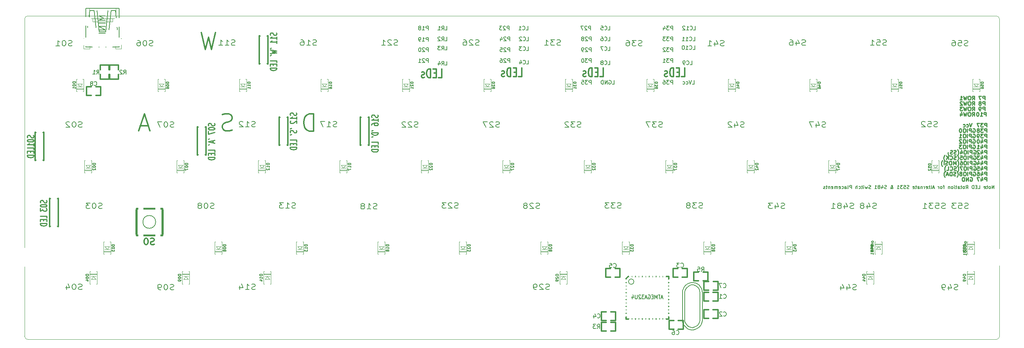
<source format=gbo>
G04 #@! TF.FileFunction,Legend,Bot*
%FSLAX46Y46*%
G04 Gerber Fmt 4.6, Leading zero omitted, Abs format (unit mm)*
G04 Created by KiCad (PCBNEW 4.0.1-stable) date 5/15/2016 6:24:45 PM*
%MOMM*%
G01*
G04 APERTURE LIST*
%ADD10C,0.150000*%
%ADD11C,0.099100*%
%ADD12C,0.203200*%
%ADD13C,0.127000*%
%ADD14C,0.304800*%
%ADD15C,0.200000*%
%ADD16C,0.250000*%
%ADD17C,0.200660*%
%ADD18C,0.381000*%
%ADD19C,0.300000*%
%ADD20C,0.100000*%
%ADD21C,0.066040*%
%ADD22C,0.158800*%
%ADD23C,0.225000*%
%ADD24R,1.203200X3.303200*%
%ADD25O,2.103120X0.609600*%
%ADD26O,0.609600X2.103120*%
%ADD27R,1.092200X1.600200*%
%ADD28R,1.600200X1.092200*%
%ADD29C,2.003200*%
%ADD30C,1.803200*%
%ADD31C,2.489200*%
%ADD32C,4.191000*%
%ADD33C,1.905000*%
%ADD34O,2.108200X2.362200*%
%ADD35R,2.108200X2.362200*%
%ADD36O,1.727200X1.270000*%
%ADD37C,1.203200*%
%ADD38C,5.204460*%
%ADD39R,1.203200X1.203200*%
%ADD40C,1.703200*%
%ADD41C,3.251200*%
%ADD42C,1.704340*%
%ADD43C,1.508760*%
%ADD44C,2.203200*%
G04 APERTURE END LIST*
D10*
D11*
X227209040Y-75750560D02*
X768040Y-75750560D01*
X227209040Y-75750560D02*
G75*
G03X227971040Y-74988560I0J762000D01*
G01*
X227971040Y-693560D02*
X227971040Y-74988560D01*
X227971040Y-693560D02*
G75*
G03X227209040Y68440I-762000J0D01*
G01*
X768040Y68440D02*
X227209040Y68440D01*
X768040Y68440D02*
G75*
G03X6040Y-693560I0J-762000D01*
G01*
X6040Y-74988560D02*
X6040Y-693560D01*
X6040Y-74988560D02*
G75*
G03X768040Y-75750560I762000J0D01*
G01*
D12*
X187310357Y-25937048D02*
X187092643Y-25997524D01*
X186729786Y-25997524D01*
X186584643Y-25937048D01*
X186512072Y-25876571D01*
X186439500Y-25755619D01*
X186439500Y-25634667D01*
X186512072Y-25513714D01*
X186584643Y-25453238D01*
X186729786Y-25392762D01*
X187020072Y-25332286D01*
X187165214Y-25271810D01*
X187237786Y-25211333D01*
X187310357Y-25090381D01*
X187310357Y-24969429D01*
X187237786Y-24848476D01*
X187165214Y-24788000D01*
X187020072Y-24727524D01*
X186657214Y-24727524D01*
X186439500Y-24788000D01*
X185133214Y-25150857D02*
X185133214Y-25997524D01*
X185496071Y-24667048D02*
X185858928Y-25574190D01*
X184915500Y-25574190D01*
X184480071Y-24727524D02*
X183464071Y-24727524D01*
X184117214Y-25997524D01*
X177721857Y-44987048D02*
X177504143Y-45047524D01*
X177141286Y-45047524D01*
X176996143Y-44987048D01*
X176923572Y-44926571D01*
X176851000Y-44805619D01*
X176851000Y-44684667D01*
X176923572Y-44563714D01*
X176996143Y-44503238D01*
X177141286Y-44442762D01*
X177431572Y-44382286D01*
X177576714Y-44321810D01*
X177649286Y-44261333D01*
X177721857Y-44140381D01*
X177721857Y-44019429D01*
X177649286Y-43898476D01*
X177576714Y-43838000D01*
X177431572Y-43777524D01*
X177068714Y-43777524D01*
X176851000Y-43838000D01*
X175544714Y-44200857D02*
X175544714Y-45047524D01*
X175907571Y-43717048D02*
X176270428Y-44624190D01*
X175327000Y-44624190D01*
X174891571Y-43777524D02*
X173948142Y-43777524D01*
X174456142Y-44261333D01*
X174238428Y-44261333D01*
X174093285Y-44321810D01*
X174020714Y-44382286D01*
X173948142Y-44503238D01*
X173948142Y-44805619D01*
X174020714Y-44926571D01*
X174093285Y-44987048D01*
X174238428Y-45047524D01*
X174673856Y-45047524D01*
X174818999Y-44987048D01*
X174891571Y-44926571D01*
X158544857Y-44923548D02*
X158327143Y-44984024D01*
X157964286Y-44984024D01*
X157819143Y-44923548D01*
X157746572Y-44863071D01*
X157674000Y-44742119D01*
X157674000Y-44621167D01*
X157746572Y-44500214D01*
X157819143Y-44439738D01*
X157964286Y-44379262D01*
X158254572Y-44318786D01*
X158399714Y-44258310D01*
X158472286Y-44197833D01*
X158544857Y-44076881D01*
X158544857Y-43955929D01*
X158472286Y-43834976D01*
X158399714Y-43774500D01*
X158254572Y-43714024D01*
X157891714Y-43714024D01*
X157674000Y-43774500D01*
X157166000Y-43714024D02*
X156222571Y-43714024D01*
X156730571Y-44197833D01*
X156512857Y-44197833D01*
X156367714Y-44258310D01*
X156295143Y-44318786D01*
X156222571Y-44439738D01*
X156222571Y-44742119D01*
X156295143Y-44863071D01*
X156367714Y-44923548D01*
X156512857Y-44984024D01*
X156948285Y-44984024D01*
X157093428Y-44923548D01*
X157166000Y-44863071D01*
X155351714Y-44258310D02*
X155496856Y-44197833D01*
X155569428Y-44137357D01*
X155641999Y-44016405D01*
X155641999Y-43955929D01*
X155569428Y-43834976D01*
X155496856Y-43774500D01*
X155351714Y-43714024D01*
X155061428Y-43714024D01*
X154916285Y-43774500D01*
X154843714Y-43834976D01*
X154771142Y-43955929D01*
X154771142Y-44016405D01*
X154843714Y-44137357D01*
X154916285Y-44197833D01*
X155061428Y-44258310D01*
X155351714Y-44258310D01*
X155496856Y-44318786D01*
X155569428Y-44379262D01*
X155641999Y-44500214D01*
X155641999Y-44742119D01*
X155569428Y-44863071D01*
X155496856Y-44923548D01*
X155351714Y-44984024D01*
X155061428Y-44984024D01*
X154916285Y-44923548D01*
X154843714Y-44863071D01*
X154771142Y-44742119D01*
X154771142Y-44500214D01*
X154843714Y-44379262D01*
X154916285Y-44318786D01*
X155061428Y-44258310D01*
X168260357Y-25937048D02*
X168042643Y-25997524D01*
X167679786Y-25997524D01*
X167534643Y-25937048D01*
X167462072Y-25876571D01*
X167389500Y-25755619D01*
X167389500Y-25634667D01*
X167462072Y-25513714D01*
X167534643Y-25453238D01*
X167679786Y-25392762D01*
X167970072Y-25332286D01*
X168115214Y-25271810D01*
X168187786Y-25211333D01*
X168260357Y-25090381D01*
X168260357Y-24969429D01*
X168187786Y-24848476D01*
X168115214Y-24788000D01*
X167970072Y-24727524D01*
X167607214Y-24727524D01*
X167389500Y-24788000D01*
X166083214Y-25150857D02*
X166083214Y-25997524D01*
X166446071Y-24667048D02*
X166808928Y-25574190D01*
X165865500Y-25574190D01*
X165357499Y-24848476D02*
X165284928Y-24788000D01*
X165139785Y-24727524D01*
X164776928Y-24727524D01*
X164631785Y-24788000D01*
X164559214Y-24848476D01*
X164486642Y-24969429D01*
X164486642Y-25090381D01*
X164559214Y-25271810D01*
X165430071Y-25997524D01*
X164486642Y-25997524D01*
X149146857Y-25937048D02*
X148929143Y-25997524D01*
X148566286Y-25997524D01*
X148421143Y-25937048D01*
X148348572Y-25876571D01*
X148276000Y-25755619D01*
X148276000Y-25634667D01*
X148348572Y-25513714D01*
X148421143Y-25453238D01*
X148566286Y-25392762D01*
X148856572Y-25332286D01*
X149001714Y-25271810D01*
X149074286Y-25211333D01*
X149146857Y-25090381D01*
X149146857Y-24969429D01*
X149074286Y-24848476D01*
X149001714Y-24788000D01*
X148856572Y-24727524D01*
X148493714Y-24727524D01*
X148276000Y-24788000D01*
X147768000Y-24727524D02*
X146824571Y-24727524D01*
X147332571Y-25211333D01*
X147114857Y-25211333D01*
X146969714Y-25271810D01*
X146897143Y-25332286D01*
X146824571Y-25453238D01*
X146824571Y-25755619D01*
X146897143Y-25876571D01*
X146969714Y-25937048D01*
X147114857Y-25997524D01*
X147550285Y-25997524D01*
X147695428Y-25937048D01*
X147768000Y-25876571D01*
X146316571Y-24727524D02*
X145300571Y-24727524D01*
X145953714Y-25997524D01*
X130096857Y-25937048D02*
X129879143Y-25997524D01*
X129516286Y-25997524D01*
X129371143Y-25937048D01*
X129298572Y-25876571D01*
X129226000Y-25755619D01*
X129226000Y-25634667D01*
X129298572Y-25513714D01*
X129371143Y-25453238D01*
X129516286Y-25392762D01*
X129806572Y-25332286D01*
X129951714Y-25271810D01*
X130024286Y-25211333D01*
X130096857Y-25090381D01*
X130096857Y-24969429D01*
X130024286Y-24848476D01*
X129951714Y-24788000D01*
X129806572Y-24727524D01*
X129443714Y-24727524D01*
X129226000Y-24788000D01*
X128718000Y-24727524D02*
X127774571Y-24727524D01*
X128282571Y-25211333D01*
X128064857Y-25211333D01*
X127919714Y-25271810D01*
X127847143Y-25332286D01*
X127774571Y-25453238D01*
X127774571Y-25755619D01*
X127847143Y-25876571D01*
X127919714Y-25937048D01*
X128064857Y-25997524D01*
X128500285Y-25997524D01*
X128645428Y-25937048D01*
X128718000Y-25876571D01*
X127193999Y-24848476D02*
X127121428Y-24788000D01*
X126976285Y-24727524D01*
X126613428Y-24727524D01*
X126468285Y-24788000D01*
X126395714Y-24848476D01*
X126323142Y-24969429D01*
X126323142Y-25090381D01*
X126395714Y-25271810D01*
X127266571Y-25997524D01*
X126323142Y-25997524D01*
X111046857Y-25937048D02*
X110829143Y-25997524D01*
X110466286Y-25997524D01*
X110321143Y-25937048D01*
X110248572Y-25876571D01*
X110176000Y-25755619D01*
X110176000Y-25634667D01*
X110248572Y-25513714D01*
X110321143Y-25453238D01*
X110466286Y-25392762D01*
X110756572Y-25332286D01*
X110901714Y-25271810D01*
X110974286Y-25211333D01*
X111046857Y-25090381D01*
X111046857Y-24969429D01*
X110974286Y-24848476D01*
X110901714Y-24788000D01*
X110756572Y-24727524D01*
X110393714Y-24727524D01*
X110176000Y-24788000D01*
X109595428Y-24848476D02*
X109522857Y-24788000D01*
X109377714Y-24727524D01*
X109014857Y-24727524D01*
X108869714Y-24788000D01*
X108797143Y-24848476D01*
X108724571Y-24969429D01*
X108724571Y-25090381D01*
X108797143Y-25271810D01*
X109668000Y-25997524D01*
X108724571Y-25997524D01*
X108216571Y-24727524D02*
X107200571Y-24727524D01*
X107853714Y-25997524D01*
X139494857Y-44923548D02*
X139277143Y-44984024D01*
X138914286Y-44984024D01*
X138769143Y-44923548D01*
X138696572Y-44863071D01*
X138624000Y-44742119D01*
X138624000Y-44621167D01*
X138696572Y-44500214D01*
X138769143Y-44439738D01*
X138914286Y-44379262D01*
X139204572Y-44318786D01*
X139349714Y-44258310D01*
X139422286Y-44197833D01*
X139494857Y-44076881D01*
X139494857Y-43955929D01*
X139422286Y-43834976D01*
X139349714Y-43774500D01*
X139204572Y-43714024D01*
X138841714Y-43714024D01*
X138624000Y-43774500D01*
X138116000Y-43714024D02*
X137172571Y-43714024D01*
X137680571Y-44197833D01*
X137462857Y-44197833D01*
X137317714Y-44258310D01*
X137245143Y-44318786D01*
X137172571Y-44439738D01*
X137172571Y-44742119D01*
X137245143Y-44863071D01*
X137317714Y-44923548D01*
X137462857Y-44984024D01*
X137898285Y-44984024D01*
X138043428Y-44923548D01*
X138116000Y-44863071D01*
X136664571Y-43714024D02*
X135721142Y-43714024D01*
X136229142Y-44197833D01*
X136011428Y-44197833D01*
X135866285Y-44258310D01*
X135793714Y-44318786D01*
X135721142Y-44439738D01*
X135721142Y-44742119D01*
X135793714Y-44863071D01*
X135866285Y-44923548D01*
X136011428Y-44984024D01*
X136446856Y-44984024D01*
X136591999Y-44923548D01*
X136664571Y-44863071D01*
X120444857Y-44987048D02*
X120227143Y-45047524D01*
X119864286Y-45047524D01*
X119719143Y-44987048D01*
X119646572Y-44926571D01*
X119574000Y-44805619D01*
X119574000Y-44684667D01*
X119646572Y-44563714D01*
X119719143Y-44503238D01*
X119864286Y-44442762D01*
X120154572Y-44382286D01*
X120299714Y-44321810D01*
X120372286Y-44261333D01*
X120444857Y-44140381D01*
X120444857Y-44019429D01*
X120372286Y-43898476D01*
X120299714Y-43838000D01*
X120154572Y-43777524D01*
X119791714Y-43777524D01*
X119574000Y-43838000D01*
X118993428Y-43898476D02*
X118920857Y-43838000D01*
X118775714Y-43777524D01*
X118412857Y-43777524D01*
X118267714Y-43838000D01*
X118195143Y-43898476D01*
X118122571Y-44019429D01*
X118122571Y-44140381D01*
X118195143Y-44321810D01*
X119066000Y-45047524D01*
X118122571Y-45047524D01*
X117251714Y-44321810D02*
X117396856Y-44261333D01*
X117469428Y-44200857D01*
X117541999Y-44079905D01*
X117541999Y-44019429D01*
X117469428Y-43898476D01*
X117396856Y-43838000D01*
X117251714Y-43777524D01*
X116961428Y-43777524D01*
X116816285Y-43838000D01*
X116743714Y-43898476D01*
X116671142Y-44019429D01*
X116671142Y-44079905D01*
X116743714Y-44200857D01*
X116816285Y-44261333D01*
X116961428Y-44321810D01*
X117251714Y-44321810D01*
X117396856Y-44382286D01*
X117469428Y-44442762D01*
X117541999Y-44563714D01*
X117541999Y-44805619D01*
X117469428Y-44926571D01*
X117396856Y-44987048D01*
X117251714Y-45047524D01*
X116961428Y-45047524D01*
X116816285Y-44987048D01*
X116743714Y-44926571D01*
X116671142Y-44805619D01*
X116671142Y-44563714D01*
X116743714Y-44442762D01*
X116816285Y-44382286D01*
X116961428Y-44321810D01*
X101394857Y-44923548D02*
X101177143Y-44984024D01*
X100814286Y-44984024D01*
X100669143Y-44923548D01*
X100596572Y-44863071D01*
X100524000Y-44742119D01*
X100524000Y-44621167D01*
X100596572Y-44500214D01*
X100669143Y-44439738D01*
X100814286Y-44379262D01*
X101104572Y-44318786D01*
X101249714Y-44258310D01*
X101322286Y-44197833D01*
X101394857Y-44076881D01*
X101394857Y-43955929D01*
X101322286Y-43834976D01*
X101249714Y-43774500D01*
X101104572Y-43714024D01*
X100741714Y-43714024D01*
X100524000Y-43774500D01*
X99943428Y-43834976D02*
X99870857Y-43774500D01*
X99725714Y-43714024D01*
X99362857Y-43714024D01*
X99217714Y-43774500D01*
X99145143Y-43834976D01*
X99072571Y-43955929D01*
X99072571Y-44076881D01*
X99145143Y-44258310D01*
X100016000Y-44984024D01*
X99072571Y-44984024D01*
X98564571Y-43714024D02*
X97621142Y-43714024D01*
X98129142Y-44197833D01*
X97911428Y-44197833D01*
X97766285Y-44258310D01*
X97693714Y-44318786D01*
X97621142Y-44439738D01*
X97621142Y-44742119D01*
X97693714Y-44863071D01*
X97766285Y-44923548D01*
X97911428Y-44984024D01*
X98346856Y-44984024D01*
X98491999Y-44923548D01*
X98564571Y-44863071D01*
X91996857Y-25937048D02*
X91779143Y-25997524D01*
X91416286Y-25997524D01*
X91271143Y-25937048D01*
X91198572Y-25876571D01*
X91126000Y-25755619D01*
X91126000Y-25634667D01*
X91198572Y-25513714D01*
X91271143Y-25453238D01*
X91416286Y-25392762D01*
X91706572Y-25332286D01*
X91851714Y-25271810D01*
X91924286Y-25211333D01*
X91996857Y-25090381D01*
X91996857Y-24969429D01*
X91924286Y-24848476D01*
X91851714Y-24788000D01*
X91706572Y-24727524D01*
X91343714Y-24727524D01*
X91126000Y-24788000D01*
X90545428Y-24848476D02*
X90472857Y-24788000D01*
X90327714Y-24727524D01*
X89964857Y-24727524D01*
X89819714Y-24788000D01*
X89747143Y-24848476D01*
X89674571Y-24969429D01*
X89674571Y-25090381D01*
X89747143Y-25271810D01*
X90618000Y-25997524D01*
X89674571Y-25997524D01*
X89093999Y-24848476D02*
X89021428Y-24788000D01*
X88876285Y-24727524D01*
X88513428Y-24727524D01*
X88368285Y-24788000D01*
X88295714Y-24848476D01*
X88223142Y-24969429D01*
X88223142Y-25090381D01*
X88295714Y-25271810D01*
X89166571Y-25997524D01*
X88223142Y-25997524D01*
X82408357Y-45114048D02*
X82190643Y-45174524D01*
X81827786Y-45174524D01*
X81682643Y-45114048D01*
X81610072Y-45053571D01*
X81537500Y-44932619D01*
X81537500Y-44811667D01*
X81610072Y-44690714D01*
X81682643Y-44630238D01*
X81827786Y-44569762D01*
X82118072Y-44509286D01*
X82263214Y-44448810D01*
X82335786Y-44388333D01*
X82408357Y-44267381D01*
X82408357Y-44146429D01*
X82335786Y-44025476D01*
X82263214Y-43965000D01*
X82118072Y-43904524D01*
X81755214Y-43904524D01*
X81537500Y-43965000D01*
X80086071Y-45174524D02*
X80956928Y-45174524D01*
X80521500Y-45174524D02*
X80521500Y-43904524D01*
X80666643Y-44085952D01*
X80811785Y-44206905D01*
X80956928Y-44267381D01*
X79215214Y-44448810D02*
X79360356Y-44388333D01*
X79432928Y-44327857D01*
X79505499Y-44206905D01*
X79505499Y-44146429D01*
X79432928Y-44025476D01*
X79360356Y-43965000D01*
X79215214Y-43904524D01*
X78924928Y-43904524D01*
X78779785Y-43965000D01*
X78707214Y-44025476D01*
X78634642Y-44146429D01*
X78634642Y-44206905D01*
X78707214Y-44327857D01*
X78779785Y-44388333D01*
X78924928Y-44448810D01*
X79215214Y-44448810D01*
X79360356Y-44509286D01*
X79432928Y-44569762D01*
X79505499Y-44690714D01*
X79505499Y-44932619D01*
X79432928Y-45053571D01*
X79360356Y-45114048D01*
X79215214Y-45174524D01*
X78924928Y-45174524D01*
X78779785Y-45114048D01*
X78707214Y-45053571D01*
X78634642Y-44932619D01*
X78634642Y-44690714D01*
X78707214Y-44569762D01*
X78779785Y-44509286D01*
X78924928Y-44448810D01*
X63358357Y-44923548D02*
X63140643Y-44984024D01*
X62777786Y-44984024D01*
X62632643Y-44923548D01*
X62560072Y-44863071D01*
X62487500Y-44742119D01*
X62487500Y-44621167D01*
X62560072Y-44500214D01*
X62632643Y-44439738D01*
X62777786Y-44379262D01*
X63068072Y-44318786D01*
X63213214Y-44258310D01*
X63285786Y-44197833D01*
X63358357Y-44076881D01*
X63358357Y-43955929D01*
X63285786Y-43834976D01*
X63213214Y-43774500D01*
X63068072Y-43714024D01*
X62705214Y-43714024D01*
X62487500Y-43774500D01*
X61036071Y-44984024D02*
X61906928Y-44984024D01*
X61471500Y-44984024D02*
X61471500Y-43714024D01*
X61616643Y-43895452D01*
X61761785Y-44016405D01*
X61906928Y-44076881D01*
X60528071Y-43714024D02*
X59584642Y-43714024D01*
X60092642Y-44197833D01*
X59874928Y-44197833D01*
X59729785Y-44258310D01*
X59657214Y-44318786D01*
X59584642Y-44439738D01*
X59584642Y-44742119D01*
X59657214Y-44863071D01*
X59729785Y-44923548D01*
X59874928Y-44984024D01*
X60310356Y-44984024D01*
X60455499Y-44923548D01*
X60528071Y-44863071D01*
X53960357Y-25873548D02*
X53742643Y-25934024D01*
X53379786Y-25934024D01*
X53234643Y-25873548D01*
X53162072Y-25813071D01*
X53089500Y-25692119D01*
X53089500Y-25571167D01*
X53162072Y-25450214D01*
X53234643Y-25389738D01*
X53379786Y-25329262D01*
X53670072Y-25268786D01*
X53815214Y-25208310D01*
X53887786Y-25147833D01*
X53960357Y-25026881D01*
X53960357Y-24905929D01*
X53887786Y-24784976D01*
X53815214Y-24724500D01*
X53670072Y-24664024D01*
X53307214Y-24664024D01*
X53089500Y-24724500D01*
X51638071Y-25934024D02*
X52508928Y-25934024D01*
X52073500Y-25934024D02*
X52073500Y-24664024D01*
X52218643Y-24845452D01*
X52363785Y-24966405D01*
X52508928Y-25026881D01*
X51057499Y-24784976D02*
X50984928Y-24724500D01*
X50839785Y-24664024D01*
X50476928Y-24664024D01*
X50331785Y-24724500D01*
X50259214Y-24784976D01*
X50186642Y-24905929D01*
X50186642Y-25026881D01*
X50259214Y-25208310D01*
X51130071Y-25934024D01*
X50186642Y-25934024D01*
X73010357Y-25873548D02*
X72792643Y-25934024D01*
X72429786Y-25934024D01*
X72284643Y-25873548D01*
X72212072Y-25813071D01*
X72139500Y-25692119D01*
X72139500Y-25571167D01*
X72212072Y-25450214D01*
X72284643Y-25389738D01*
X72429786Y-25329262D01*
X72720072Y-25268786D01*
X72865214Y-25208310D01*
X72937786Y-25147833D01*
X73010357Y-25026881D01*
X73010357Y-24905929D01*
X72937786Y-24784976D01*
X72865214Y-24724500D01*
X72720072Y-24664024D01*
X72357214Y-24664024D01*
X72139500Y-24724500D01*
X70688071Y-25934024D02*
X71558928Y-25934024D01*
X71123500Y-25934024D02*
X71123500Y-24664024D01*
X71268643Y-24845452D01*
X71413785Y-24966405D01*
X71558928Y-25026881D01*
X70180071Y-24664024D02*
X69164071Y-24664024D01*
X69817214Y-25934024D01*
X87234357Y-6760048D02*
X87016643Y-6820524D01*
X86653786Y-6820524D01*
X86508643Y-6760048D01*
X86436072Y-6699571D01*
X86363500Y-6578619D01*
X86363500Y-6457667D01*
X86436072Y-6336714D01*
X86508643Y-6276238D01*
X86653786Y-6215762D01*
X86944072Y-6155286D01*
X87089214Y-6094810D01*
X87161786Y-6034333D01*
X87234357Y-5913381D01*
X87234357Y-5792429D01*
X87161786Y-5671476D01*
X87089214Y-5611000D01*
X86944072Y-5550524D01*
X86581214Y-5550524D01*
X86363500Y-5611000D01*
X85782928Y-5671476D02*
X85710357Y-5611000D01*
X85565214Y-5550524D01*
X85202357Y-5550524D01*
X85057214Y-5611000D01*
X84984643Y-5671476D01*
X84912071Y-5792429D01*
X84912071Y-5913381D01*
X84984643Y-6094810D01*
X85855500Y-6820524D01*
X84912071Y-6820524D01*
X83460642Y-6820524D02*
X84331499Y-6820524D01*
X83896071Y-6820524D02*
X83896071Y-5550524D01*
X84041214Y-5731952D01*
X84186356Y-5852905D01*
X84331499Y-5913381D01*
X106284357Y-6760048D02*
X106066643Y-6820524D01*
X105703786Y-6820524D01*
X105558643Y-6760048D01*
X105486072Y-6699571D01*
X105413500Y-6578619D01*
X105413500Y-6457667D01*
X105486072Y-6336714D01*
X105558643Y-6276238D01*
X105703786Y-6215762D01*
X105994072Y-6155286D01*
X106139214Y-6094810D01*
X106211786Y-6034333D01*
X106284357Y-5913381D01*
X106284357Y-5792429D01*
X106211786Y-5671476D01*
X106139214Y-5611000D01*
X105994072Y-5550524D01*
X105631214Y-5550524D01*
X105413500Y-5611000D01*
X104832928Y-5671476D02*
X104760357Y-5611000D01*
X104615214Y-5550524D01*
X104252357Y-5550524D01*
X104107214Y-5611000D01*
X104034643Y-5671476D01*
X103962071Y-5792429D01*
X103962071Y-5913381D01*
X104034643Y-6094810D01*
X104905500Y-6820524D01*
X103962071Y-6820524D01*
X102655785Y-5550524D02*
X102946071Y-5550524D01*
X103091214Y-5611000D01*
X103163785Y-5671476D01*
X103308928Y-5852905D01*
X103381499Y-6094810D01*
X103381499Y-6578619D01*
X103308928Y-6699571D01*
X103236356Y-6760048D01*
X103091214Y-6820524D01*
X102800928Y-6820524D01*
X102655785Y-6760048D01*
X102583214Y-6699571D01*
X102510642Y-6578619D01*
X102510642Y-6276238D01*
X102583214Y-6155286D01*
X102655785Y-6094810D01*
X102800928Y-6034333D01*
X103091214Y-6034333D01*
X103236356Y-6094810D01*
X103308928Y-6155286D01*
X103381499Y-6276238D01*
X125334357Y-6760048D02*
X125116643Y-6820524D01*
X124753786Y-6820524D01*
X124608643Y-6760048D01*
X124536072Y-6699571D01*
X124463500Y-6578619D01*
X124463500Y-6457667D01*
X124536072Y-6336714D01*
X124608643Y-6276238D01*
X124753786Y-6215762D01*
X125044072Y-6155286D01*
X125189214Y-6094810D01*
X125261786Y-6034333D01*
X125334357Y-5913381D01*
X125334357Y-5792429D01*
X125261786Y-5671476D01*
X125189214Y-5611000D01*
X125044072Y-5550524D01*
X124681214Y-5550524D01*
X124463500Y-5611000D01*
X123955500Y-5550524D02*
X123012071Y-5550524D01*
X123520071Y-6034333D01*
X123302357Y-6034333D01*
X123157214Y-6094810D01*
X123084643Y-6155286D01*
X123012071Y-6276238D01*
X123012071Y-6578619D01*
X123084643Y-6699571D01*
X123157214Y-6760048D01*
X123302357Y-6820524D01*
X123737785Y-6820524D01*
X123882928Y-6760048D01*
X123955500Y-6699571D01*
X121560642Y-6820524D02*
X122431499Y-6820524D01*
X121996071Y-6820524D02*
X121996071Y-5550524D01*
X122141214Y-5731952D01*
X122286356Y-5852905D01*
X122431499Y-5913381D01*
X144384357Y-6887048D02*
X144166643Y-6947524D01*
X143803786Y-6947524D01*
X143658643Y-6887048D01*
X143586072Y-6826571D01*
X143513500Y-6705619D01*
X143513500Y-6584667D01*
X143586072Y-6463714D01*
X143658643Y-6403238D01*
X143803786Y-6342762D01*
X144094072Y-6282286D01*
X144239214Y-6221810D01*
X144311786Y-6161333D01*
X144384357Y-6040381D01*
X144384357Y-5919429D01*
X144311786Y-5798476D01*
X144239214Y-5738000D01*
X144094072Y-5677524D01*
X143731214Y-5677524D01*
X143513500Y-5738000D01*
X143005500Y-5677524D02*
X142062071Y-5677524D01*
X142570071Y-6161333D01*
X142352357Y-6161333D01*
X142207214Y-6221810D01*
X142134643Y-6282286D01*
X142062071Y-6403238D01*
X142062071Y-6705619D01*
X142134643Y-6826571D01*
X142207214Y-6887048D01*
X142352357Y-6947524D01*
X142787785Y-6947524D01*
X142932928Y-6887048D01*
X143005500Y-6826571D01*
X140755785Y-5677524D02*
X141046071Y-5677524D01*
X141191214Y-5738000D01*
X141263785Y-5798476D01*
X141408928Y-5979905D01*
X141481499Y-6221810D01*
X141481499Y-6705619D01*
X141408928Y-6826571D01*
X141336356Y-6887048D01*
X141191214Y-6947524D01*
X140900928Y-6947524D01*
X140755785Y-6887048D01*
X140683214Y-6826571D01*
X140610642Y-6705619D01*
X140610642Y-6403238D01*
X140683214Y-6282286D01*
X140755785Y-6221810D01*
X140900928Y-6161333D01*
X141191214Y-6161333D01*
X141336356Y-6221810D01*
X141408928Y-6282286D01*
X141481499Y-6403238D01*
X182611357Y-6760048D02*
X182393643Y-6820524D01*
X182030786Y-6820524D01*
X181885643Y-6760048D01*
X181813072Y-6699571D01*
X181740500Y-6578619D01*
X181740500Y-6457667D01*
X181813072Y-6336714D01*
X181885643Y-6276238D01*
X182030786Y-6215762D01*
X182321072Y-6155286D01*
X182466214Y-6094810D01*
X182538786Y-6034333D01*
X182611357Y-5913381D01*
X182611357Y-5792429D01*
X182538786Y-5671476D01*
X182466214Y-5611000D01*
X182321072Y-5550524D01*
X181958214Y-5550524D01*
X181740500Y-5611000D01*
X180434214Y-5973857D02*
X180434214Y-6820524D01*
X180797071Y-5490048D02*
X181159928Y-6397190D01*
X180216500Y-6397190D01*
X178982785Y-5550524D02*
X179273071Y-5550524D01*
X179418214Y-5611000D01*
X179490785Y-5671476D01*
X179635928Y-5852905D01*
X179708499Y-6094810D01*
X179708499Y-6578619D01*
X179635928Y-6699571D01*
X179563356Y-6760048D01*
X179418214Y-6820524D01*
X179127928Y-6820524D01*
X178982785Y-6760048D01*
X178910214Y-6699571D01*
X178837642Y-6578619D01*
X178837642Y-6276238D01*
X178910214Y-6155286D01*
X178982785Y-6094810D01*
X179127928Y-6034333D01*
X179418214Y-6034333D01*
X179563356Y-6094810D01*
X179635928Y-6155286D01*
X179708499Y-6276238D01*
X163561357Y-6887048D02*
X163343643Y-6947524D01*
X162980786Y-6947524D01*
X162835643Y-6887048D01*
X162763072Y-6826571D01*
X162690500Y-6705619D01*
X162690500Y-6584667D01*
X162763072Y-6463714D01*
X162835643Y-6403238D01*
X162980786Y-6342762D01*
X163271072Y-6282286D01*
X163416214Y-6221810D01*
X163488786Y-6161333D01*
X163561357Y-6040381D01*
X163561357Y-5919429D01*
X163488786Y-5798476D01*
X163416214Y-5738000D01*
X163271072Y-5677524D01*
X162908214Y-5677524D01*
X162690500Y-5738000D01*
X161384214Y-6100857D02*
X161384214Y-6947524D01*
X161747071Y-5617048D02*
X162109928Y-6524190D01*
X161166500Y-6524190D01*
X159787642Y-6947524D02*
X160658499Y-6947524D01*
X160223071Y-6947524D02*
X160223071Y-5677524D01*
X160368214Y-5858952D01*
X160513356Y-5979905D01*
X160658499Y-6040381D01*
X201534357Y-6760048D02*
X201316643Y-6820524D01*
X200953786Y-6820524D01*
X200808643Y-6760048D01*
X200736072Y-6699571D01*
X200663500Y-6578619D01*
X200663500Y-6457667D01*
X200736072Y-6336714D01*
X200808643Y-6276238D01*
X200953786Y-6215762D01*
X201244072Y-6155286D01*
X201389214Y-6094810D01*
X201461786Y-6034333D01*
X201534357Y-5913381D01*
X201534357Y-5792429D01*
X201461786Y-5671476D01*
X201389214Y-5611000D01*
X201244072Y-5550524D01*
X200881214Y-5550524D01*
X200663500Y-5611000D01*
X199284643Y-5550524D02*
X200010357Y-5550524D01*
X200082928Y-6155286D01*
X200010357Y-6094810D01*
X199865214Y-6034333D01*
X199502357Y-6034333D01*
X199357214Y-6094810D01*
X199284643Y-6155286D01*
X199212071Y-6276238D01*
X199212071Y-6578619D01*
X199284643Y-6699571D01*
X199357214Y-6760048D01*
X199502357Y-6820524D01*
X199865214Y-6820524D01*
X200010357Y-6760048D01*
X200082928Y-6699571D01*
X197760642Y-6820524D02*
X198631499Y-6820524D01*
X198196071Y-6820524D02*
X198196071Y-5550524D01*
X198341214Y-5731952D01*
X198486356Y-5852905D01*
X198631499Y-5913381D01*
X220584357Y-6887048D02*
X220366643Y-6947524D01*
X220003786Y-6947524D01*
X219858643Y-6887048D01*
X219786072Y-6826571D01*
X219713500Y-6705619D01*
X219713500Y-6584667D01*
X219786072Y-6463714D01*
X219858643Y-6403238D01*
X220003786Y-6342762D01*
X220294072Y-6282286D01*
X220439214Y-6221810D01*
X220511786Y-6161333D01*
X220584357Y-6040381D01*
X220584357Y-5919429D01*
X220511786Y-5798476D01*
X220439214Y-5738000D01*
X220294072Y-5677524D01*
X219931214Y-5677524D01*
X219713500Y-5738000D01*
X218334643Y-5677524D02*
X219060357Y-5677524D01*
X219132928Y-6282286D01*
X219060357Y-6221810D01*
X218915214Y-6161333D01*
X218552357Y-6161333D01*
X218407214Y-6221810D01*
X218334643Y-6282286D01*
X218262071Y-6403238D01*
X218262071Y-6705619D01*
X218334643Y-6826571D01*
X218407214Y-6887048D01*
X218552357Y-6947524D01*
X218915214Y-6947524D01*
X219060357Y-6887048D01*
X219132928Y-6826571D01*
X216955785Y-5677524D02*
X217246071Y-5677524D01*
X217391214Y-5738000D01*
X217463785Y-5798476D01*
X217608928Y-5979905D01*
X217681499Y-6221810D01*
X217681499Y-6705619D01*
X217608928Y-6826571D01*
X217536356Y-6887048D01*
X217391214Y-6947524D01*
X217100928Y-6947524D01*
X216955785Y-6887048D01*
X216883214Y-6826571D01*
X216810642Y-6705619D01*
X216810642Y-6403238D01*
X216883214Y-6282286D01*
X216955785Y-6221810D01*
X217100928Y-6161333D01*
X217391214Y-6161333D01*
X217536356Y-6221810D01*
X217608928Y-6282286D01*
X217681499Y-6403238D01*
X193878072Y-44987048D02*
X193660358Y-45047524D01*
X193297501Y-45047524D01*
X193152358Y-44987048D01*
X193079787Y-44926571D01*
X193007215Y-44805619D01*
X193007215Y-44684667D01*
X193079787Y-44563714D01*
X193152358Y-44503238D01*
X193297501Y-44442762D01*
X193587787Y-44382286D01*
X193732929Y-44321810D01*
X193805501Y-44261333D01*
X193878072Y-44140381D01*
X193878072Y-44019429D01*
X193805501Y-43898476D01*
X193732929Y-43838000D01*
X193587787Y-43777524D01*
X193224929Y-43777524D01*
X193007215Y-43838000D01*
X191700929Y-44200857D02*
X191700929Y-45047524D01*
X192063786Y-43717048D02*
X192426643Y-44624190D01*
X191483215Y-44624190D01*
X190684929Y-44321810D02*
X190830071Y-44261333D01*
X190902643Y-44200857D01*
X190975214Y-44079905D01*
X190975214Y-44019429D01*
X190902643Y-43898476D01*
X190830071Y-43838000D01*
X190684929Y-43777524D01*
X190394643Y-43777524D01*
X190249500Y-43838000D01*
X190176929Y-43898476D01*
X190104357Y-44019429D01*
X190104357Y-44079905D01*
X190176929Y-44200857D01*
X190249500Y-44261333D01*
X190394643Y-44321810D01*
X190684929Y-44321810D01*
X190830071Y-44382286D01*
X190902643Y-44442762D01*
X190975214Y-44563714D01*
X190975214Y-44805619D01*
X190902643Y-44926571D01*
X190830071Y-44987048D01*
X190684929Y-45047524D01*
X190394643Y-45047524D01*
X190249500Y-44987048D01*
X190176929Y-44926571D01*
X190104357Y-44805619D01*
X190104357Y-44563714D01*
X190176929Y-44442762D01*
X190249500Y-44382286D01*
X190394643Y-44321810D01*
X188652928Y-45047524D02*
X189523785Y-45047524D01*
X189088357Y-45047524D02*
X189088357Y-43777524D01*
X189233500Y-43958952D01*
X189378642Y-44079905D01*
X189523785Y-44140381D01*
X199184857Y-44987048D02*
X198967143Y-45047524D01*
X198604286Y-45047524D01*
X198459143Y-44987048D01*
X198386572Y-44926571D01*
X198314000Y-44805619D01*
X198314000Y-44684667D01*
X198386572Y-44563714D01*
X198459143Y-44503238D01*
X198604286Y-44442762D01*
X198894572Y-44382286D01*
X199039714Y-44321810D01*
X199112286Y-44261333D01*
X199184857Y-44140381D01*
X199184857Y-44019429D01*
X199112286Y-43898476D01*
X199039714Y-43838000D01*
X198894572Y-43777524D01*
X198531714Y-43777524D01*
X198314000Y-43838000D01*
X197007714Y-44200857D02*
X197007714Y-45047524D01*
X197370571Y-43717048D02*
X197733428Y-44624190D01*
X196790000Y-44624190D01*
X195991714Y-44321810D02*
X196136856Y-44261333D01*
X196209428Y-44200857D01*
X196281999Y-44079905D01*
X196281999Y-44019429D01*
X196209428Y-43898476D01*
X196136856Y-43838000D01*
X195991714Y-43777524D01*
X195701428Y-43777524D01*
X195556285Y-43838000D01*
X195483714Y-43898476D01*
X195411142Y-44019429D01*
X195411142Y-44079905D01*
X195483714Y-44200857D01*
X195556285Y-44261333D01*
X195701428Y-44321810D01*
X195991714Y-44321810D01*
X196136856Y-44382286D01*
X196209428Y-44442762D01*
X196281999Y-44563714D01*
X196281999Y-44805619D01*
X196209428Y-44926571D01*
X196136856Y-44987048D01*
X195991714Y-45047524D01*
X195701428Y-45047524D01*
X195556285Y-44987048D01*
X195483714Y-44926571D01*
X195411142Y-44805619D01*
X195411142Y-44563714D01*
X195483714Y-44442762D01*
X195556285Y-44382286D01*
X195701428Y-44321810D01*
X213472357Y-25873548D02*
X213254643Y-25934024D01*
X212891786Y-25934024D01*
X212746643Y-25873548D01*
X212674072Y-25813071D01*
X212601500Y-25692119D01*
X212601500Y-25571167D01*
X212674072Y-25450214D01*
X212746643Y-25389738D01*
X212891786Y-25329262D01*
X213182072Y-25268786D01*
X213327214Y-25208310D01*
X213399786Y-25147833D01*
X213472357Y-25026881D01*
X213472357Y-24905929D01*
X213399786Y-24784976D01*
X213327214Y-24724500D01*
X213182072Y-24664024D01*
X212819214Y-24664024D01*
X212601500Y-24724500D01*
X211222643Y-24664024D02*
X211948357Y-24664024D01*
X212020928Y-25268786D01*
X211948357Y-25208310D01*
X211803214Y-25147833D01*
X211440357Y-25147833D01*
X211295214Y-25208310D01*
X211222643Y-25268786D01*
X211150071Y-25389738D01*
X211150071Y-25692119D01*
X211222643Y-25813071D01*
X211295214Y-25873548D01*
X211440357Y-25934024D01*
X211803214Y-25934024D01*
X211948357Y-25873548D01*
X212020928Y-25813071D01*
X210569499Y-24784976D02*
X210496928Y-24724500D01*
X210351785Y-24664024D01*
X209988928Y-24664024D01*
X209843785Y-24724500D01*
X209771214Y-24784976D01*
X209698642Y-24905929D01*
X209698642Y-25026881D01*
X209771214Y-25208310D01*
X210642071Y-25934024D01*
X209698642Y-25934024D01*
X215277572Y-44987048D02*
X215059858Y-45047524D01*
X214697001Y-45047524D01*
X214551858Y-44987048D01*
X214479287Y-44926571D01*
X214406715Y-44805619D01*
X214406715Y-44684667D01*
X214479287Y-44563714D01*
X214551858Y-44503238D01*
X214697001Y-44442762D01*
X214987287Y-44382286D01*
X215132429Y-44321810D01*
X215205001Y-44261333D01*
X215277572Y-44140381D01*
X215277572Y-44019429D01*
X215205001Y-43898476D01*
X215132429Y-43838000D01*
X214987287Y-43777524D01*
X214624429Y-43777524D01*
X214406715Y-43838000D01*
X213027858Y-43777524D02*
X213753572Y-43777524D01*
X213826143Y-44382286D01*
X213753572Y-44321810D01*
X213608429Y-44261333D01*
X213245572Y-44261333D01*
X213100429Y-44321810D01*
X213027858Y-44382286D01*
X212955286Y-44503238D01*
X212955286Y-44805619D01*
X213027858Y-44926571D01*
X213100429Y-44987048D01*
X213245572Y-45047524D01*
X213608429Y-45047524D01*
X213753572Y-44987048D01*
X213826143Y-44926571D01*
X212447286Y-43777524D02*
X211503857Y-43777524D01*
X212011857Y-44261333D01*
X211794143Y-44261333D01*
X211649000Y-44321810D01*
X211576429Y-44382286D01*
X211503857Y-44503238D01*
X211503857Y-44805619D01*
X211576429Y-44926571D01*
X211649000Y-44987048D01*
X211794143Y-45047524D01*
X212229571Y-45047524D01*
X212374714Y-44987048D01*
X212447286Y-44926571D01*
X210052428Y-45047524D02*
X210923285Y-45047524D01*
X210487857Y-45047524D02*
X210487857Y-43777524D01*
X210633000Y-43958952D01*
X210778142Y-44079905D01*
X210923285Y-44140381D01*
X220647857Y-44987048D02*
X220430143Y-45047524D01*
X220067286Y-45047524D01*
X219922143Y-44987048D01*
X219849572Y-44926571D01*
X219777000Y-44805619D01*
X219777000Y-44684667D01*
X219849572Y-44563714D01*
X219922143Y-44503238D01*
X220067286Y-44442762D01*
X220357572Y-44382286D01*
X220502714Y-44321810D01*
X220575286Y-44261333D01*
X220647857Y-44140381D01*
X220647857Y-44019429D01*
X220575286Y-43898476D01*
X220502714Y-43838000D01*
X220357572Y-43777524D01*
X219994714Y-43777524D01*
X219777000Y-43838000D01*
X218398143Y-43777524D02*
X219123857Y-43777524D01*
X219196428Y-44382286D01*
X219123857Y-44321810D01*
X218978714Y-44261333D01*
X218615857Y-44261333D01*
X218470714Y-44321810D01*
X218398143Y-44382286D01*
X218325571Y-44503238D01*
X218325571Y-44805619D01*
X218398143Y-44926571D01*
X218470714Y-44987048D01*
X218615857Y-45047524D01*
X218978714Y-45047524D01*
X219123857Y-44987048D01*
X219196428Y-44926571D01*
X217817571Y-43777524D02*
X216874142Y-43777524D01*
X217382142Y-44261333D01*
X217164428Y-44261333D01*
X217019285Y-44321810D01*
X216946714Y-44382286D01*
X216874142Y-44503238D01*
X216874142Y-44805619D01*
X216946714Y-44926571D01*
X217019285Y-44987048D01*
X217164428Y-45047524D01*
X217599856Y-45047524D01*
X217744999Y-44987048D01*
X217817571Y-44926571D01*
X218234857Y-64037048D02*
X218017143Y-64097524D01*
X217654286Y-64097524D01*
X217509143Y-64037048D01*
X217436572Y-63976571D01*
X217364000Y-63855619D01*
X217364000Y-63734667D01*
X217436572Y-63613714D01*
X217509143Y-63553238D01*
X217654286Y-63492762D01*
X217944572Y-63432286D01*
X218089714Y-63371810D01*
X218162286Y-63311333D01*
X218234857Y-63190381D01*
X218234857Y-63069429D01*
X218162286Y-62948476D01*
X218089714Y-62888000D01*
X217944572Y-62827524D01*
X217581714Y-62827524D01*
X217364000Y-62888000D01*
X216057714Y-63250857D02*
X216057714Y-64097524D01*
X216420571Y-62767048D02*
X216783428Y-63674190D01*
X215840000Y-63674190D01*
X215186856Y-64097524D02*
X214896571Y-64097524D01*
X214751428Y-64037048D01*
X214678856Y-63976571D01*
X214533714Y-63795143D01*
X214461142Y-63553238D01*
X214461142Y-63069429D01*
X214533714Y-62948476D01*
X214606285Y-62888000D01*
X214751428Y-62827524D01*
X215041714Y-62827524D01*
X215186856Y-62888000D01*
X215259428Y-62948476D01*
X215331999Y-63069429D01*
X215331999Y-63371810D01*
X215259428Y-63492762D01*
X215186856Y-63553238D01*
X215041714Y-63613714D01*
X214751428Y-63613714D01*
X214606285Y-63553238D01*
X214533714Y-63492762D01*
X214461142Y-63371810D01*
X194485857Y-64037048D02*
X194268143Y-64097524D01*
X193905286Y-64097524D01*
X193760143Y-64037048D01*
X193687572Y-63976571D01*
X193615000Y-63855619D01*
X193615000Y-63734667D01*
X193687572Y-63613714D01*
X193760143Y-63553238D01*
X193905286Y-63492762D01*
X194195572Y-63432286D01*
X194340714Y-63371810D01*
X194413286Y-63311333D01*
X194485857Y-63190381D01*
X194485857Y-63069429D01*
X194413286Y-62948476D01*
X194340714Y-62888000D01*
X194195572Y-62827524D01*
X193832714Y-62827524D01*
X193615000Y-62888000D01*
X192308714Y-63250857D02*
X192308714Y-64097524D01*
X192671571Y-62767048D02*
X193034428Y-63674190D01*
X192091000Y-63674190D01*
X190857285Y-63250857D02*
X190857285Y-64097524D01*
X191220142Y-62767048D02*
X191582999Y-63674190D01*
X190639571Y-63674190D01*
X122730857Y-63973548D02*
X122513143Y-64034024D01*
X122150286Y-64034024D01*
X122005143Y-63973548D01*
X121932572Y-63913071D01*
X121860000Y-63792119D01*
X121860000Y-63671167D01*
X121932572Y-63550214D01*
X122005143Y-63489738D01*
X122150286Y-63429262D01*
X122440572Y-63368786D01*
X122585714Y-63308310D01*
X122658286Y-63247833D01*
X122730857Y-63126881D01*
X122730857Y-63005929D01*
X122658286Y-62884976D01*
X122585714Y-62824500D01*
X122440572Y-62764024D01*
X122077714Y-62764024D01*
X121860000Y-62824500D01*
X121279428Y-62884976D02*
X121206857Y-62824500D01*
X121061714Y-62764024D01*
X120698857Y-62764024D01*
X120553714Y-62824500D01*
X120481143Y-62884976D01*
X120408571Y-63005929D01*
X120408571Y-63126881D01*
X120481143Y-63308310D01*
X121352000Y-64034024D01*
X120408571Y-64034024D01*
X119682856Y-64034024D02*
X119392571Y-64034024D01*
X119247428Y-63973548D01*
X119174856Y-63913071D01*
X119029714Y-63731643D01*
X118957142Y-63489738D01*
X118957142Y-63005929D01*
X119029714Y-62884976D01*
X119102285Y-62824500D01*
X119247428Y-62764024D01*
X119537714Y-62764024D01*
X119682856Y-62824500D01*
X119755428Y-62884976D01*
X119827999Y-63005929D01*
X119827999Y-63308310D01*
X119755428Y-63429262D01*
X119682856Y-63489738D01*
X119537714Y-63550214D01*
X119247428Y-63550214D01*
X119102285Y-63489738D01*
X119029714Y-63429262D01*
X118957142Y-63308310D01*
X53960357Y-63973548D02*
X53742643Y-64034024D01*
X53379786Y-64034024D01*
X53234643Y-63973548D01*
X53162072Y-63913071D01*
X53089500Y-63792119D01*
X53089500Y-63671167D01*
X53162072Y-63550214D01*
X53234643Y-63489738D01*
X53379786Y-63429262D01*
X53670072Y-63368786D01*
X53815214Y-63308310D01*
X53887786Y-63247833D01*
X53960357Y-63126881D01*
X53960357Y-63005929D01*
X53887786Y-62884976D01*
X53815214Y-62824500D01*
X53670072Y-62764024D01*
X53307214Y-62764024D01*
X53089500Y-62824500D01*
X51638071Y-64034024D02*
X52508928Y-64034024D01*
X52073500Y-64034024D02*
X52073500Y-62764024D01*
X52218643Y-62945452D01*
X52363785Y-63066405D01*
X52508928Y-63126881D01*
X50331785Y-63187357D02*
X50331785Y-64034024D01*
X50694642Y-62703548D02*
X51057499Y-63610690D01*
X50114071Y-63610690D01*
X34910357Y-64037048D02*
X34692643Y-64097524D01*
X34329786Y-64097524D01*
X34184643Y-64037048D01*
X34112072Y-63976571D01*
X34039500Y-63855619D01*
X34039500Y-63734667D01*
X34112072Y-63613714D01*
X34184643Y-63553238D01*
X34329786Y-63492762D01*
X34620072Y-63432286D01*
X34765214Y-63371810D01*
X34837786Y-63311333D01*
X34910357Y-63190381D01*
X34910357Y-63069429D01*
X34837786Y-62948476D01*
X34765214Y-62888000D01*
X34620072Y-62827524D01*
X34257214Y-62827524D01*
X34039500Y-62888000D01*
X33096071Y-62827524D02*
X32950928Y-62827524D01*
X32805785Y-62888000D01*
X32733214Y-62948476D01*
X32660643Y-63069429D01*
X32588071Y-63311333D01*
X32588071Y-63613714D01*
X32660643Y-63855619D01*
X32733214Y-63976571D01*
X32805785Y-64037048D01*
X32950928Y-64097524D01*
X33096071Y-64097524D01*
X33241214Y-64037048D01*
X33313785Y-63976571D01*
X33386357Y-63855619D01*
X33458928Y-63613714D01*
X33458928Y-63311333D01*
X33386357Y-63069429D01*
X33313785Y-62948476D01*
X33241214Y-62888000D01*
X33096071Y-62827524D01*
X31862356Y-64097524D02*
X31572071Y-64097524D01*
X31426928Y-64037048D01*
X31354356Y-63976571D01*
X31209214Y-63795143D01*
X31136642Y-63553238D01*
X31136642Y-63069429D01*
X31209214Y-62948476D01*
X31281785Y-62888000D01*
X31426928Y-62827524D01*
X31717214Y-62827524D01*
X31862356Y-62888000D01*
X31934928Y-62948476D01*
X32007499Y-63069429D01*
X32007499Y-63371810D01*
X31934928Y-63492762D01*
X31862356Y-63553238D01*
X31717214Y-63613714D01*
X31426928Y-63613714D01*
X31281785Y-63553238D01*
X31209214Y-63492762D01*
X31136642Y-63371810D01*
X44308357Y-44987048D02*
X44090643Y-45047524D01*
X43727786Y-45047524D01*
X43582643Y-44987048D01*
X43510072Y-44926571D01*
X43437500Y-44805619D01*
X43437500Y-44684667D01*
X43510072Y-44563714D01*
X43582643Y-44503238D01*
X43727786Y-44442762D01*
X44018072Y-44382286D01*
X44163214Y-44321810D01*
X44235786Y-44261333D01*
X44308357Y-44140381D01*
X44308357Y-44019429D01*
X44235786Y-43898476D01*
X44163214Y-43838000D01*
X44018072Y-43777524D01*
X43655214Y-43777524D01*
X43437500Y-43838000D01*
X42494071Y-43777524D02*
X42348928Y-43777524D01*
X42203785Y-43838000D01*
X42131214Y-43898476D01*
X42058643Y-44019429D01*
X41986071Y-44261333D01*
X41986071Y-44563714D01*
X42058643Y-44805619D01*
X42131214Y-44926571D01*
X42203785Y-44987048D01*
X42348928Y-45047524D01*
X42494071Y-45047524D01*
X42639214Y-44987048D01*
X42711785Y-44926571D01*
X42784357Y-44805619D01*
X42856928Y-44563714D01*
X42856928Y-44261333D01*
X42784357Y-44019429D01*
X42711785Y-43898476D01*
X42639214Y-43838000D01*
X42494071Y-43777524D01*
X41115214Y-44321810D02*
X41260356Y-44261333D01*
X41332928Y-44200857D01*
X41405499Y-44079905D01*
X41405499Y-44019429D01*
X41332928Y-43898476D01*
X41260356Y-43838000D01*
X41115214Y-43777524D01*
X40824928Y-43777524D01*
X40679785Y-43838000D01*
X40607214Y-43898476D01*
X40534642Y-44019429D01*
X40534642Y-44079905D01*
X40607214Y-44200857D01*
X40679785Y-44261333D01*
X40824928Y-44321810D01*
X41115214Y-44321810D01*
X41260356Y-44382286D01*
X41332928Y-44442762D01*
X41405499Y-44563714D01*
X41405499Y-44805619D01*
X41332928Y-44926571D01*
X41260356Y-44987048D01*
X41115214Y-45047524D01*
X40824928Y-45047524D01*
X40679785Y-44987048D01*
X40607214Y-44926571D01*
X40534642Y-44805619D01*
X40534642Y-44563714D01*
X40607214Y-44442762D01*
X40679785Y-44382286D01*
X40824928Y-44321810D01*
X34910357Y-25937048D02*
X34692643Y-25997524D01*
X34329786Y-25997524D01*
X34184643Y-25937048D01*
X34112072Y-25876571D01*
X34039500Y-25755619D01*
X34039500Y-25634667D01*
X34112072Y-25513714D01*
X34184643Y-25453238D01*
X34329786Y-25392762D01*
X34620072Y-25332286D01*
X34765214Y-25271810D01*
X34837786Y-25211333D01*
X34910357Y-25090381D01*
X34910357Y-24969429D01*
X34837786Y-24848476D01*
X34765214Y-24788000D01*
X34620072Y-24727524D01*
X34257214Y-24727524D01*
X34039500Y-24788000D01*
X33096071Y-24727524D02*
X32950928Y-24727524D01*
X32805785Y-24788000D01*
X32733214Y-24848476D01*
X32660643Y-24969429D01*
X32588071Y-25211333D01*
X32588071Y-25513714D01*
X32660643Y-25755619D01*
X32733214Y-25876571D01*
X32805785Y-25937048D01*
X32950928Y-25997524D01*
X33096071Y-25997524D01*
X33241214Y-25937048D01*
X33313785Y-25876571D01*
X33386357Y-25755619D01*
X33458928Y-25513714D01*
X33458928Y-25211333D01*
X33386357Y-24969429D01*
X33313785Y-24848476D01*
X33241214Y-24788000D01*
X33096071Y-24727524D01*
X32080071Y-24727524D02*
X31064071Y-24727524D01*
X31717214Y-25997524D01*
X13447357Y-63973548D02*
X13229643Y-64034024D01*
X12866786Y-64034024D01*
X12721643Y-63973548D01*
X12649072Y-63913071D01*
X12576500Y-63792119D01*
X12576500Y-63671167D01*
X12649072Y-63550214D01*
X12721643Y-63489738D01*
X12866786Y-63429262D01*
X13157072Y-63368786D01*
X13302214Y-63308310D01*
X13374786Y-63247833D01*
X13447357Y-63126881D01*
X13447357Y-63005929D01*
X13374786Y-62884976D01*
X13302214Y-62824500D01*
X13157072Y-62764024D01*
X12794214Y-62764024D01*
X12576500Y-62824500D01*
X11633071Y-62764024D02*
X11487928Y-62764024D01*
X11342785Y-62824500D01*
X11270214Y-62884976D01*
X11197643Y-63005929D01*
X11125071Y-63247833D01*
X11125071Y-63550214D01*
X11197643Y-63792119D01*
X11270214Y-63913071D01*
X11342785Y-63973548D01*
X11487928Y-64034024D01*
X11633071Y-64034024D01*
X11778214Y-63973548D01*
X11850785Y-63913071D01*
X11923357Y-63792119D01*
X11995928Y-63550214D01*
X11995928Y-63247833D01*
X11923357Y-63005929D01*
X11850785Y-62884976D01*
X11778214Y-62824500D01*
X11633071Y-62764024D01*
X9818785Y-63187357D02*
X9818785Y-64034024D01*
X10181642Y-62703548D02*
X10544499Y-63610690D01*
X9601071Y-63610690D01*
X18146357Y-44987048D02*
X17928643Y-45047524D01*
X17565786Y-45047524D01*
X17420643Y-44987048D01*
X17348072Y-44926571D01*
X17275500Y-44805619D01*
X17275500Y-44684667D01*
X17348072Y-44563714D01*
X17420643Y-44503238D01*
X17565786Y-44442762D01*
X17856072Y-44382286D01*
X18001214Y-44321810D01*
X18073786Y-44261333D01*
X18146357Y-44140381D01*
X18146357Y-44019429D01*
X18073786Y-43898476D01*
X18001214Y-43838000D01*
X17856072Y-43777524D01*
X17493214Y-43777524D01*
X17275500Y-43838000D01*
X16332071Y-43777524D02*
X16186928Y-43777524D01*
X16041785Y-43838000D01*
X15969214Y-43898476D01*
X15896643Y-44019429D01*
X15824071Y-44261333D01*
X15824071Y-44563714D01*
X15896643Y-44805619D01*
X15969214Y-44926571D01*
X16041785Y-44987048D01*
X16186928Y-45047524D01*
X16332071Y-45047524D01*
X16477214Y-44987048D01*
X16549785Y-44926571D01*
X16622357Y-44805619D01*
X16694928Y-44563714D01*
X16694928Y-44261333D01*
X16622357Y-44019429D01*
X16549785Y-43898476D01*
X16477214Y-43838000D01*
X16332071Y-43777524D01*
X15316071Y-43777524D02*
X14372642Y-43777524D01*
X14880642Y-44261333D01*
X14662928Y-44261333D01*
X14517785Y-44321810D01*
X14445214Y-44382286D01*
X14372642Y-44503238D01*
X14372642Y-44805619D01*
X14445214Y-44926571D01*
X14517785Y-44987048D01*
X14662928Y-45047524D01*
X15098356Y-45047524D01*
X15243499Y-44987048D01*
X15316071Y-44926571D01*
X13447357Y-25937048D02*
X13229643Y-25997524D01*
X12866786Y-25997524D01*
X12721643Y-25937048D01*
X12649072Y-25876571D01*
X12576500Y-25755619D01*
X12576500Y-25634667D01*
X12649072Y-25513714D01*
X12721643Y-25453238D01*
X12866786Y-25392762D01*
X13157072Y-25332286D01*
X13302214Y-25271810D01*
X13374786Y-25211333D01*
X13447357Y-25090381D01*
X13447357Y-24969429D01*
X13374786Y-24848476D01*
X13302214Y-24788000D01*
X13157072Y-24727524D01*
X12794214Y-24727524D01*
X12576500Y-24788000D01*
X11633071Y-24727524D02*
X11487928Y-24727524D01*
X11342785Y-24788000D01*
X11270214Y-24848476D01*
X11197643Y-24969429D01*
X11125071Y-25211333D01*
X11125071Y-25513714D01*
X11197643Y-25755619D01*
X11270214Y-25876571D01*
X11342785Y-25937048D01*
X11487928Y-25997524D01*
X11633071Y-25997524D01*
X11778214Y-25937048D01*
X11850785Y-25876571D01*
X11923357Y-25755619D01*
X11995928Y-25513714D01*
X11995928Y-25211333D01*
X11923357Y-24969429D01*
X11850785Y-24848476D01*
X11778214Y-24788000D01*
X11633071Y-24727524D01*
X10544499Y-24848476D02*
X10471928Y-24788000D01*
X10326785Y-24727524D01*
X9963928Y-24727524D01*
X9818785Y-24788000D01*
X9746214Y-24848476D01*
X9673642Y-24969429D01*
X9673642Y-25090381D01*
X9746214Y-25271810D01*
X10617071Y-25997524D01*
X9673642Y-25997524D01*
X68247857Y-6760048D02*
X68030143Y-6820524D01*
X67667286Y-6820524D01*
X67522143Y-6760048D01*
X67449572Y-6699571D01*
X67377000Y-6578619D01*
X67377000Y-6457667D01*
X67449572Y-6336714D01*
X67522143Y-6276238D01*
X67667286Y-6215762D01*
X67957572Y-6155286D01*
X68102714Y-6094810D01*
X68175286Y-6034333D01*
X68247857Y-5913381D01*
X68247857Y-5792429D01*
X68175286Y-5671476D01*
X68102714Y-5611000D01*
X67957572Y-5550524D01*
X67594714Y-5550524D01*
X67377000Y-5611000D01*
X65925571Y-6820524D02*
X66796428Y-6820524D01*
X66361000Y-6820524D02*
X66361000Y-5550524D01*
X66506143Y-5731952D01*
X66651285Y-5852905D01*
X66796428Y-5913381D01*
X64619285Y-5550524D02*
X64909571Y-5550524D01*
X65054714Y-5611000D01*
X65127285Y-5671476D01*
X65272428Y-5852905D01*
X65344999Y-6094810D01*
X65344999Y-6578619D01*
X65272428Y-6699571D01*
X65199856Y-6760048D01*
X65054714Y-6820524D01*
X64764428Y-6820524D01*
X64619285Y-6760048D01*
X64546714Y-6699571D01*
X64474142Y-6578619D01*
X64474142Y-6276238D01*
X64546714Y-6155286D01*
X64619285Y-6094810D01*
X64764428Y-6034333D01*
X65054714Y-6034333D01*
X65199856Y-6094810D01*
X65272428Y-6155286D01*
X65344999Y-6276238D01*
X49197857Y-6760048D02*
X48980143Y-6820524D01*
X48617286Y-6820524D01*
X48472143Y-6760048D01*
X48399572Y-6699571D01*
X48327000Y-6578619D01*
X48327000Y-6457667D01*
X48399572Y-6336714D01*
X48472143Y-6276238D01*
X48617286Y-6215762D01*
X48907572Y-6155286D01*
X49052714Y-6094810D01*
X49125286Y-6034333D01*
X49197857Y-5913381D01*
X49197857Y-5792429D01*
X49125286Y-5671476D01*
X49052714Y-5611000D01*
X48907572Y-5550524D01*
X48544714Y-5550524D01*
X48327000Y-5611000D01*
X46875571Y-6820524D02*
X47746428Y-6820524D01*
X47311000Y-6820524D02*
X47311000Y-5550524D01*
X47456143Y-5731952D01*
X47601285Y-5852905D01*
X47746428Y-5913381D01*
X45424142Y-6820524D02*
X46294999Y-6820524D01*
X45859571Y-6820524D02*
X45859571Y-5550524D01*
X46004714Y-5731952D01*
X46149856Y-5852905D01*
X46294999Y-5913381D01*
X30020857Y-6887048D02*
X29803143Y-6947524D01*
X29440286Y-6947524D01*
X29295143Y-6887048D01*
X29222572Y-6826571D01*
X29150000Y-6705619D01*
X29150000Y-6584667D01*
X29222572Y-6463714D01*
X29295143Y-6403238D01*
X29440286Y-6342762D01*
X29730572Y-6282286D01*
X29875714Y-6221810D01*
X29948286Y-6161333D01*
X30020857Y-6040381D01*
X30020857Y-5919429D01*
X29948286Y-5798476D01*
X29875714Y-5738000D01*
X29730572Y-5677524D01*
X29367714Y-5677524D01*
X29150000Y-5738000D01*
X28206571Y-5677524D02*
X28061428Y-5677524D01*
X27916285Y-5738000D01*
X27843714Y-5798476D01*
X27771143Y-5919429D01*
X27698571Y-6161333D01*
X27698571Y-6463714D01*
X27771143Y-6705619D01*
X27843714Y-6826571D01*
X27916285Y-6887048D01*
X28061428Y-6947524D01*
X28206571Y-6947524D01*
X28351714Y-6887048D01*
X28424285Y-6826571D01*
X28496857Y-6705619D01*
X28569428Y-6463714D01*
X28569428Y-6161333D01*
X28496857Y-5919429D01*
X28424285Y-5798476D01*
X28351714Y-5738000D01*
X28206571Y-5677524D01*
X26392285Y-5677524D02*
X26682571Y-5677524D01*
X26827714Y-5738000D01*
X26900285Y-5798476D01*
X27045428Y-5979905D01*
X27117999Y-6221810D01*
X27117999Y-6705619D01*
X27045428Y-6826571D01*
X26972856Y-6887048D01*
X26827714Y-6947524D01*
X26537428Y-6947524D01*
X26392285Y-6887048D01*
X26319714Y-6826571D01*
X26247142Y-6705619D01*
X26247142Y-6403238D01*
X26319714Y-6282286D01*
X26392285Y-6221810D01*
X26537428Y-6161333D01*
X26827714Y-6161333D01*
X26972856Y-6221810D01*
X27045428Y-6282286D01*
X27117999Y-6403238D01*
X11097857Y-6887048D02*
X10880143Y-6947524D01*
X10517286Y-6947524D01*
X10372143Y-6887048D01*
X10299572Y-6826571D01*
X10227000Y-6705619D01*
X10227000Y-6584667D01*
X10299572Y-6463714D01*
X10372143Y-6403238D01*
X10517286Y-6342762D01*
X10807572Y-6282286D01*
X10952714Y-6221810D01*
X11025286Y-6161333D01*
X11097857Y-6040381D01*
X11097857Y-5919429D01*
X11025286Y-5798476D01*
X10952714Y-5738000D01*
X10807572Y-5677524D01*
X10444714Y-5677524D01*
X10227000Y-5738000D01*
X9283571Y-5677524D02*
X9138428Y-5677524D01*
X8993285Y-5738000D01*
X8920714Y-5798476D01*
X8848143Y-5919429D01*
X8775571Y-6161333D01*
X8775571Y-6463714D01*
X8848143Y-6705619D01*
X8920714Y-6826571D01*
X8993285Y-6887048D01*
X9138428Y-6947524D01*
X9283571Y-6947524D01*
X9428714Y-6887048D01*
X9501285Y-6826571D01*
X9573857Y-6705619D01*
X9646428Y-6463714D01*
X9646428Y-6161333D01*
X9573857Y-5919429D01*
X9501285Y-5798476D01*
X9428714Y-5738000D01*
X9283571Y-5677524D01*
X7324142Y-6947524D02*
X8194999Y-6947524D01*
X7759571Y-6947524D02*
X7759571Y-5677524D01*
X7904714Y-5858952D01*
X8049856Y-5979905D01*
X8194999Y-6040381D01*
D13*
X220191262Y-52912453D02*
X220161024Y-52851977D01*
X220130786Y-52821738D01*
X220070310Y-52791500D01*
X219888881Y-52791500D01*
X219828405Y-52821738D01*
X219798167Y-52851977D01*
X219767929Y-52912453D01*
X219767929Y-53003167D01*
X219798167Y-53063643D01*
X219828405Y-53093881D01*
X219888881Y-53124119D01*
X220070310Y-53124119D01*
X220130786Y-53093881D01*
X220161024Y-53063643D01*
X220191262Y-53003167D01*
X220191262Y-52912453D01*
X220191262Y-53396262D02*
X219767929Y-53396262D01*
X219888881Y-53396262D02*
X219828405Y-53426501D01*
X219798167Y-53456739D01*
X219767929Y-53517215D01*
X219767929Y-53577691D01*
X220191262Y-53789357D02*
X219556262Y-53789357D01*
X219556262Y-53940548D01*
X219586500Y-54031262D01*
X219646976Y-54091738D01*
X219707452Y-54121977D01*
X219828405Y-54152215D01*
X219919119Y-54152215D01*
X220040071Y-54121977D01*
X220100548Y-54091738D01*
X220161024Y-54031262D01*
X220191262Y-53940548D01*
X220191262Y-53789357D01*
X219556262Y-54726738D02*
X219556262Y-54424357D01*
X219858643Y-54394119D01*
X219828405Y-54424357D01*
X219798167Y-54484834D01*
X219798167Y-54636024D01*
X219828405Y-54696500D01*
X219858643Y-54726738D01*
X219919119Y-54756977D01*
X220070310Y-54756977D01*
X220130786Y-54726738D01*
X220161024Y-54696500D01*
X220191262Y-54636024D01*
X220191262Y-54484834D01*
X220161024Y-54424357D01*
X220130786Y-54394119D01*
X219556262Y-54968643D02*
X219556262Y-55361739D01*
X219798167Y-55150072D01*
X219798167Y-55240786D01*
X219828405Y-55301262D01*
X219858643Y-55331500D01*
X219919119Y-55361739D01*
X220070310Y-55361739D01*
X220130786Y-55331500D01*
X220161024Y-55301262D01*
X220191262Y-55240786D01*
X220191262Y-55059358D01*
X220161024Y-54998881D01*
X220130786Y-54968643D01*
X220191262Y-55966501D02*
X220191262Y-55603643D01*
X220191262Y-55785072D02*
X219556262Y-55785072D01*
X219646976Y-55724596D01*
X219707452Y-55664120D01*
X219737690Y-55603643D01*
X198474262Y-52785453D02*
X198444024Y-52724977D01*
X198413786Y-52694738D01*
X198353310Y-52664500D01*
X198171881Y-52664500D01*
X198111405Y-52694738D01*
X198081167Y-52724977D01*
X198050929Y-52785453D01*
X198050929Y-52876167D01*
X198081167Y-52936643D01*
X198111405Y-52966881D01*
X198171881Y-52997119D01*
X198353310Y-52997119D01*
X198413786Y-52966881D01*
X198444024Y-52936643D01*
X198474262Y-52876167D01*
X198474262Y-52785453D01*
X198474262Y-53269262D02*
X198050929Y-53269262D01*
X198171881Y-53269262D02*
X198111405Y-53299501D01*
X198081167Y-53329739D01*
X198050929Y-53390215D01*
X198050929Y-53450691D01*
X198474262Y-53662357D02*
X197839262Y-53662357D01*
X197839262Y-53813548D01*
X197869500Y-53904262D01*
X197929976Y-53964738D01*
X197990452Y-53994977D01*
X198111405Y-54025215D01*
X198202119Y-54025215D01*
X198323071Y-53994977D01*
X198383548Y-53964738D01*
X198444024Y-53904262D01*
X198474262Y-53813548D01*
X198474262Y-53662357D01*
X198050929Y-54569500D02*
X198474262Y-54569500D01*
X197809024Y-54418310D02*
X198262595Y-54267119D01*
X198262595Y-54660215D01*
X198111405Y-54992834D02*
X198081167Y-54932358D01*
X198050929Y-54902119D01*
X197990452Y-54871881D01*
X197960214Y-54871881D01*
X197899738Y-54902119D01*
X197869500Y-54932358D01*
X197839262Y-54992834D01*
X197839262Y-55113786D01*
X197869500Y-55174262D01*
X197899738Y-55204500D01*
X197960214Y-55234739D01*
X197990452Y-55234739D01*
X198050929Y-55204500D01*
X198081167Y-55174262D01*
X198111405Y-55113786D01*
X198111405Y-54992834D01*
X198141643Y-54932358D01*
X198171881Y-54902119D01*
X198232357Y-54871881D01*
X198353310Y-54871881D01*
X198413786Y-54902119D01*
X198444024Y-54932358D01*
X198474262Y-54992834D01*
X198474262Y-55113786D01*
X198444024Y-55174262D01*
X198413786Y-55204500D01*
X198353310Y-55234739D01*
X198232357Y-55234739D01*
X198171881Y-55204500D01*
X198141643Y-55174262D01*
X198111405Y-55113786D01*
X198474262Y-55839501D02*
X198474262Y-55476643D01*
X198474262Y-55658072D02*
X197839262Y-55658072D01*
X197929976Y-55597596D01*
X197990452Y-55537120D01*
X198020690Y-55476643D01*
D14*
X44621571Y-3801524D02*
X43716809Y-7801524D01*
X42992999Y-4944381D01*
X42269190Y-7801524D01*
X41364428Y-3801524D01*
X28959380Y-25708667D02*
X27054618Y-25708667D01*
X29340333Y-26851524D02*
X28006999Y-22851524D01*
X26673666Y-26851524D01*
X48517357Y-26661048D02*
X47945929Y-26851524D01*
X46993548Y-26851524D01*
X46612595Y-26661048D01*
X46422119Y-26470571D01*
X46231643Y-26089619D01*
X46231643Y-25708667D01*
X46422119Y-25327714D01*
X46612595Y-25137238D01*
X46993548Y-24946762D01*
X47755452Y-24756286D01*
X48136405Y-24565810D01*
X48326881Y-24375333D01*
X48517357Y-23994381D01*
X48517357Y-23613429D01*
X48326881Y-23232476D01*
X48136405Y-23042000D01*
X47755452Y-22851524D01*
X46803072Y-22851524D01*
X46231643Y-23042000D01*
X67535619Y-26915024D02*
X67535619Y-22915024D01*
X66583238Y-22915024D01*
X66011810Y-23105500D01*
X65630857Y-23486452D01*
X65440381Y-23867405D01*
X65249905Y-24629310D01*
X65249905Y-25200738D01*
X65440381Y-25962643D01*
X65630857Y-26343595D01*
X66011810Y-26724548D01*
X66583238Y-26915024D01*
X67535619Y-26915024D01*
D15*
X226664266Y-40422925D02*
X226664266Y-39622925D01*
X226207123Y-40422925D01*
X226207123Y-39622925D01*
X225711885Y-40422925D02*
X225788076Y-40384830D01*
X225826171Y-40346734D01*
X225864266Y-40270544D01*
X225864266Y-40041972D01*
X225826171Y-39965782D01*
X225788076Y-39927687D01*
X225711885Y-39889591D01*
X225597599Y-39889591D01*
X225521409Y-39927687D01*
X225483314Y-39965782D01*
X225445218Y-40041972D01*
X225445218Y-40270544D01*
X225483314Y-40346734D01*
X225521409Y-40384830D01*
X225597599Y-40422925D01*
X225711885Y-40422925D01*
X225216647Y-39889591D02*
X224911885Y-39889591D01*
X225102361Y-39622925D02*
X225102361Y-40308639D01*
X225064266Y-40384830D01*
X224988075Y-40422925D01*
X224911885Y-40422925D01*
X224340456Y-40384830D02*
X224416646Y-40422925D01*
X224569027Y-40422925D01*
X224645218Y-40384830D01*
X224683313Y-40308639D01*
X224683313Y-40003877D01*
X224645218Y-39927687D01*
X224569027Y-39889591D01*
X224416646Y-39889591D01*
X224340456Y-39927687D01*
X224302361Y-40003877D01*
X224302361Y-40080068D01*
X224683313Y-40156258D01*
X222969027Y-40422925D02*
X223349980Y-40422925D01*
X223349980Y-39622925D01*
X222702361Y-40003877D02*
X222435694Y-40003877D01*
X222321408Y-40422925D02*
X222702361Y-40422925D01*
X222702361Y-39622925D01*
X222321408Y-39622925D01*
X221978551Y-40422925D02*
X221978551Y-39622925D01*
X221788075Y-39622925D01*
X221673789Y-39661020D01*
X221597598Y-39737210D01*
X221559503Y-39813401D01*
X221521408Y-39965782D01*
X221521408Y-40080068D01*
X221559503Y-40232449D01*
X221597598Y-40308639D01*
X221673789Y-40384830D01*
X221788075Y-40422925D01*
X221978551Y-40422925D01*
X220111884Y-40422925D02*
X220378551Y-40041972D01*
X220569027Y-40422925D02*
X220569027Y-39622925D01*
X220264265Y-39622925D01*
X220188074Y-39661020D01*
X220149979Y-39699115D01*
X220111884Y-39775306D01*
X220111884Y-39889591D01*
X220149979Y-39965782D01*
X220188074Y-40003877D01*
X220264265Y-40041972D01*
X220569027Y-40041972D01*
X219654741Y-40422925D02*
X219730932Y-40384830D01*
X219769027Y-40346734D01*
X219807122Y-40270544D01*
X219807122Y-40041972D01*
X219769027Y-39965782D01*
X219730932Y-39927687D01*
X219654741Y-39889591D01*
X219540455Y-39889591D01*
X219464265Y-39927687D01*
X219426170Y-39965782D01*
X219388074Y-40041972D01*
X219388074Y-40270544D01*
X219426170Y-40346734D01*
X219464265Y-40384830D01*
X219540455Y-40422925D01*
X219654741Y-40422925D01*
X219159503Y-39889591D02*
X218854741Y-39889591D01*
X219045217Y-39622925D02*
X219045217Y-40308639D01*
X219007122Y-40384830D01*
X218930931Y-40422925D01*
X218854741Y-40422925D01*
X218245217Y-40422925D02*
X218245217Y-40003877D01*
X218283312Y-39927687D01*
X218359502Y-39889591D01*
X218511883Y-39889591D01*
X218588074Y-39927687D01*
X218245217Y-40384830D02*
X218321407Y-40422925D01*
X218511883Y-40422925D01*
X218588074Y-40384830D01*
X218626169Y-40308639D01*
X218626169Y-40232449D01*
X218588074Y-40156258D01*
X218511883Y-40118163D01*
X218321407Y-40118163D01*
X218245217Y-40080068D01*
X217978550Y-39889591D02*
X217673788Y-39889591D01*
X217864264Y-39622925D02*
X217864264Y-40308639D01*
X217826169Y-40384830D01*
X217749978Y-40422925D01*
X217673788Y-40422925D01*
X217407121Y-40422925D02*
X217407121Y-39889591D01*
X217407121Y-39622925D02*
X217445216Y-39661020D01*
X217407121Y-39699115D01*
X217369026Y-39661020D01*
X217407121Y-39622925D01*
X217407121Y-39699115D01*
X216911883Y-40422925D02*
X216988074Y-40384830D01*
X217026169Y-40346734D01*
X217064264Y-40270544D01*
X217064264Y-40041972D01*
X217026169Y-39965782D01*
X216988074Y-39927687D01*
X216911883Y-39889591D01*
X216797597Y-39889591D01*
X216721407Y-39927687D01*
X216683312Y-39965782D01*
X216645216Y-40041972D01*
X216645216Y-40270544D01*
X216683312Y-40346734D01*
X216721407Y-40384830D01*
X216797597Y-40422925D01*
X216911883Y-40422925D01*
X216302359Y-39889591D02*
X216302359Y-40422925D01*
X216302359Y-39965782D02*
X216264264Y-39927687D01*
X216188073Y-39889591D01*
X216073787Y-39889591D01*
X215997597Y-39927687D01*
X215959502Y-40003877D01*
X215959502Y-40422925D01*
X215083311Y-39889591D02*
X214778549Y-39889591D01*
X214969025Y-40422925D02*
X214969025Y-39737210D01*
X214930930Y-39661020D01*
X214854739Y-39622925D01*
X214778549Y-39622925D01*
X214397596Y-40422925D02*
X214473787Y-40384830D01*
X214511882Y-40346734D01*
X214549977Y-40270544D01*
X214549977Y-40041972D01*
X214511882Y-39965782D01*
X214473787Y-39927687D01*
X214397596Y-39889591D01*
X214283310Y-39889591D01*
X214207120Y-39927687D01*
X214169025Y-39965782D01*
X214130929Y-40041972D01*
X214130929Y-40270544D01*
X214169025Y-40346734D01*
X214207120Y-40384830D01*
X214283310Y-40422925D01*
X214397596Y-40422925D01*
X213788072Y-40422925D02*
X213788072Y-39889591D01*
X213788072Y-40041972D02*
X213749977Y-39965782D01*
X213711881Y-39927687D01*
X213635691Y-39889591D01*
X213559500Y-39889591D01*
X212721405Y-40194353D02*
X212340453Y-40194353D01*
X212797596Y-40422925D02*
X212530929Y-39622925D01*
X212264262Y-40422925D01*
X211883310Y-40422925D02*
X211959501Y-40384830D01*
X211997596Y-40308639D01*
X211997596Y-39622925D01*
X211692834Y-39889591D02*
X211388072Y-39889591D01*
X211578548Y-39622925D02*
X211578548Y-40308639D01*
X211540453Y-40384830D01*
X211464262Y-40422925D01*
X211388072Y-40422925D01*
X210816643Y-40384830D02*
X210892833Y-40422925D01*
X211045214Y-40422925D01*
X211121405Y-40384830D01*
X211159500Y-40308639D01*
X211159500Y-40003877D01*
X211121405Y-39927687D01*
X211045214Y-39889591D01*
X210892833Y-39889591D01*
X210816643Y-39927687D01*
X210778548Y-40003877D01*
X210778548Y-40080068D01*
X211159500Y-40156258D01*
X210435691Y-40422925D02*
X210435691Y-39889591D01*
X210435691Y-40041972D02*
X210397596Y-39965782D01*
X210359500Y-39927687D01*
X210283310Y-39889591D01*
X210207119Y-39889591D01*
X209940453Y-39889591D02*
X209940453Y-40422925D01*
X209940453Y-39965782D02*
X209902358Y-39927687D01*
X209826167Y-39889591D01*
X209711881Y-39889591D01*
X209635691Y-39927687D01*
X209597596Y-40003877D01*
X209597596Y-40422925D01*
X208873786Y-40422925D02*
X208873786Y-40003877D01*
X208911881Y-39927687D01*
X208988071Y-39889591D01*
X209140452Y-39889591D01*
X209216643Y-39927687D01*
X208873786Y-40384830D02*
X208949976Y-40422925D01*
X209140452Y-40422925D01*
X209216643Y-40384830D01*
X209254738Y-40308639D01*
X209254738Y-40232449D01*
X209216643Y-40156258D01*
X209140452Y-40118163D01*
X208949976Y-40118163D01*
X208873786Y-40080068D01*
X208607119Y-39889591D02*
X208302357Y-39889591D01*
X208492833Y-39622925D02*
X208492833Y-40308639D01*
X208454738Y-40384830D01*
X208378547Y-40422925D01*
X208302357Y-40422925D01*
X207730928Y-40384830D02*
X207807118Y-40422925D01*
X207959499Y-40422925D01*
X208035690Y-40384830D01*
X208073785Y-40308639D01*
X208073785Y-40003877D01*
X208035690Y-39927687D01*
X207959499Y-39889591D01*
X207807118Y-39889591D01*
X207730928Y-39927687D01*
X207692833Y-40003877D01*
X207692833Y-40080068D01*
X208073785Y-40156258D01*
X206778547Y-40384830D02*
X206664261Y-40422925D01*
X206473785Y-40422925D01*
X206397595Y-40384830D01*
X206359499Y-40346734D01*
X206321404Y-40270544D01*
X206321404Y-40194353D01*
X206359499Y-40118163D01*
X206397595Y-40080068D01*
X206473785Y-40041972D01*
X206626166Y-40003877D01*
X206702357Y-39965782D01*
X206740452Y-39927687D01*
X206778547Y-39851496D01*
X206778547Y-39775306D01*
X206740452Y-39699115D01*
X206702357Y-39661020D01*
X206626166Y-39622925D01*
X206435690Y-39622925D01*
X206321404Y-39661020D01*
X205597594Y-39622925D02*
X205978547Y-39622925D01*
X206016642Y-40003877D01*
X205978547Y-39965782D01*
X205902356Y-39927687D01*
X205711880Y-39927687D01*
X205635690Y-39965782D01*
X205597594Y-40003877D01*
X205559499Y-40080068D01*
X205559499Y-40270544D01*
X205597594Y-40346734D01*
X205635690Y-40384830D01*
X205711880Y-40422925D01*
X205902356Y-40422925D01*
X205978547Y-40384830D01*
X206016642Y-40346734D01*
X205292832Y-39622925D02*
X204797594Y-39622925D01*
X205064261Y-39927687D01*
X204949975Y-39927687D01*
X204873785Y-39965782D01*
X204835689Y-40003877D01*
X204797594Y-40080068D01*
X204797594Y-40270544D01*
X204835689Y-40346734D01*
X204873785Y-40384830D01*
X204949975Y-40422925D01*
X205178547Y-40422925D01*
X205254737Y-40384830D01*
X205292832Y-40346734D01*
X204035689Y-40422925D02*
X204492832Y-40422925D01*
X204264261Y-40422925D02*
X204264261Y-39622925D01*
X204340451Y-39737210D01*
X204416642Y-39813401D01*
X204492832Y-39851496D01*
X202435689Y-40422925D02*
X202473784Y-40422925D01*
X202549974Y-40384830D01*
X202664260Y-40270544D01*
X202854736Y-40041972D01*
X202930927Y-39927687D01*
X202969022Y-39813401D01*
X202969022Y-39737210D01*
X202930927Y-39661020D01*
X202854736Y-39622925D01*
X202816641Y-39622925D01*
X202740451Y-39661020D01*
X202702355Y-39737210D01*
X202702355Y-39775306D01*
X202740451Y-39851496D01*
X202778546Y-39889591D01*
X203007117Y-40041972D01*
X203045213Y-40080068D01*
X203083308Y-40156258D01*
X203083308Y-40270544D01*
X203045213Y-40346734D01*
X203007117Y-40384830D01*
X202930927Y-40422925D01*
X202816641Y-40422925D01*
X202740451Y-40384830D01*
X202702355Y-40346734D01*
X202588070Y-40194353D01*
X202549974Y-40080068D01*
X202549974Y-40003877D01*
X201521403Y-40384830D02*
X201407117Y-40422925D01*
X201216641Y-40422925D01*
X201140451Y-40384830D01*
X201102355Y-40346734D01*
X201064260Y-40270544D01*
X201064260Y-40194353D01*
X201102355Y-40118163D01*
X201140451Y-40080068D01*
X201216641Y-40041972D01*
X201369022Y-40003877D01*
X201445213Y-39965782D01*
X201483308Y-39927687D01*
X201521403Y-39851496D01*
X201521403Y-39775306D01*
X201483308Y-39699115D01*
X201445213Y-39661020D01*
X201369022Y-39622925D01*
X201178546Y-39622925D01*
X201064260Y-39661020D01*
X200378546Y-39889591D02*
X200378546Y-40422925D01*
X200569022Y-39584830D02*
X200759498Y-40156258D01*
X200264260Y-40156258D01*
X199845212Y-39965782D02*
X199921403Y-39927687D01*
X199959498Y-39889591D01*
X199997593Y-39813401D01*
X199997593Y-39775306D01*
X199959498Y-39699115D01*
X199921403Y-39661020D01*
X199845212Y-39622925D01*
X199692831Y-39622925D01*
X199616641Y-39661020D01*
X199578545Y-39699115D01*
X199540450Y-39775306D01*
X199540450Y-39813401D01*
X199578545Y-39889591D01*
X199616641Y-39927687D01*
X199692831Y-39965782D01*
X199845212Y-39965782D01*
X199921403Y-40003877D01*
X199959498Y-40041972D01*
X199997593Y-40118163D01*
X199997593Y-40270544D01*
X199959498Y-40346734D01*
X199921403Y-40384830D01*
X199845212Y-40422925D01*
X199692831Y-40422925D01*
X199616641Y-40384830D01*
X199578545Y-40346734D01*
X199540450Y-40270544D01*
X199540450Y-40118163D01*
X199578545Y-40041972D01*
X199616641Y-40003877D01*
X199692831Y-39965782D01*
X198778545Y-40422925D02*
X199235688Y-40422925D01*
X199007117Y-40422925D02*
X199007117Y-39622925D01*
X199083307Y-39737210D01*
X199159498Y-39813401D01*
X199235688Y-39851496D01*
X197864259Y-40384830D02*
X197749973Y-40422925D01*
X197559497Y-40422925D01*
X197483307Y-40384830D01*
X197445211Y-40346734D01*
X197407116Y-40270544D01*
X197407116Y-40194353D01*
X197445211Y-40118163D01*
X197483307Y-40080068D01*
X197559497Y-40041972D01*
X197711878Y-40003877D01*
X197788069Y-39965782D01*
X197826164Y-39927687D01*
X197864259Y-39851496D01*
X197864259Y-39775306D01*
X197826164Y-39699115D01*
X197788069Y-39661020D01*
X197711878Y-39622925D01*
X197521402Y-39622925D01*
X197407116Y-39661020D01*
X197140449Y-39889591D02*
X196988068Y-40422925D01*
X196835687Y-40041972D01*
X196683306Y-40422925D01*
X196530925Y-39889591D01*
X196226164Y-40422925D02*
X196226164Y-39889591D01*
X196226164Y-39622925D02*
X196264259Y-39661020D01*
X196226164Y-39699115D01*
X196188069Y-39661020D01*
X196226164Y-39622925D01*
X196226164Y-39699115D01*
X195959498Y-39889591D02*
X195654736Y-39889591D01*
X195845212Y-39622925D02*
X195845212Y-40308639D01*
X195807117Y-40384830D01*
X195730926Y-40422925D01*
X195654736Y-40422925D01*
X195045212Y-40384830D02*
X195121402Y-40422925D01*
X195273783Y-40422925D01*
X195349974Y-40384830D01*
X195388069Y-40346734D01*
X195426164Y-40270544D01*
X195426164Y-40041972D01*
X195388069Y-39965782D01*
X195349974Y-39927687D01*
X195273783Y-39889591D01*
X195121402Y-39889591D01*
X195045212Y-39927687D01*
X194702355Y-40422925D02*
X194702355Y-39622925D01*
X194359498Y-40422925D02*
X194359498Y-40003877D01*
X194397593Y-39927687D01*
X194473783Y-39889591D01*
X194588069Y-39889591D01*
X194664260Y-39927687D01*
X194702355Y-39965782D01*
X193369021Y-40422925D02*
X193369021Y-39622925D01*
X193064259Y-39622925D01*
X192988068Y-39661020D01*
X192949973Y-39699115D01*
X192911878Y-39775306D01*
X192911878Y-39889591D01*
X192949973Y-39965782D01*
X192988068Y-40003877D01*
X193064259Y-40041972D01*
X193369021Y-40041972D01*
X192454735Y-40422925D02*
X192530926Y-40384830D01*
X192569021Y-40308639D01*
X192569021Y-39622925D01*
X191807116Y-40422925D02*
X191807116Y-40003877D01*
X191845211Y-39927687D01*
X191921401Y-39889591D01*
X192073782Y-39889591D01*
X192149973Y-39927687D01*
X191807116Y-40384830D02*
X191883306Y-40422925D01*
X192073782Y-40422925D01*
X192149973Y-40384830D01*
X192188068Y-40308639D01*
X192188068Y-40232449D01*
X192149973Y-40156258D01*
X192073782Y-40118163D01*
X191883306Y-40118163D01*
X191807116Y-40080068D01*
X191083306Y-40384830D02*
X191159496Y-40422925D01*
X191311877Y-40422925D01*
X191388068Y-40384830D01*
X191426163Y-40346734D01*
X191464258Y-40270544D01*
X191464258Y-40041972D01*
X191426163Y-39965782D01*
X191388068Y-39927687D01*
X191311877Y-39889591D01*
X191159496Y-39889591D01*
X191083306Y-39927687D01*
X190435687Y-40384830D02*
X190511877Y-40422925D01*
X190664258Y-40422925D01*
X190740449Y-40384830D01*
X190778544Y-40308639D01*
X190778544Y-40003877D01*
X190740449Y-39927687D01*
X190664258Y-39889591D01*
X190511877Y-39889591D01*
X190435687Y-39927687D01*
X190397592Y-40003877D01*
X190397592Y-40080068D01*
X190778544Y-40156258D01*
X190054735Y-40422925D02*
X190054735Y-39889591D01*
X190054735Y-39965782D02*
X190016640Y-39927687D01*
X189940449Y-39889591D01*
X189826163Y-39889591D01*
X189749973Y-39927687D01*
X189711878Y-40003877D01*
X189711878Y-40422925D01*
X189711878Y-40003877D02*
X189673782Y-39927687D01*
X189597592Y-39889591D01*
X189483306Y-39889591D01*
X189407116Y-39927687D01*
X189369021Y-40003877D01*
X189369021Y-40422925D01*
X188683306Y-40384830D02*
X188759496Y-40422925D01*
X188911877Y-40422925D01*
X188988068Y-40384830D01*
X189026163Y-40308639D01*
X189026163Y-40003877D01*
X188988068Y-39927687D01*
X188911877Y-39889591D01*
X188759496Y-39889591D01*
X188683306Y-39927687D01*
X188645211Y-40003877D01*
X188645211Y-40080068D01*
X189026163Y-40156258D01*
X188302354Y-39889591D02*
X188302354Y-40422925D01*
X188302354Y-39965782D02*
X188264259Y-39927687D01*
X188188068Y-39889591D01*
X188073782Y-39889591D01*
X187997592Y-39927687D01*
X187959497Y-40003877D01*
X187959497Y-40422925D01*
X187692830Y-39889591D02*
X187388068Y-39889591D01*
X187578544Y-39622925D02*
X187578544Y-40308639D01*
X187540449Y-40384830D01*
X187464258Y-40422925D01*
X187388068Y-40422925D01*
X187159496Y-40384830D02*
X187083306Y-40422925D01*
X186930925Y-40422925D01*
X186854734Y-40384830D01*
X186816639Y-40308639D01*
X186816639Y-40270544D01*
X186854734Y-40194353D01*
X186930925Y-40156258D01*
X187045210Y-40156258D01*
X187121401Y-40118163D01*
X187159496Y-40041972D01*
X187159496Y-40003877D01*
X187121401Y-39927687D01*
X187045210Y-39889591D01*
X186930925Y-39889591D01*
X186854734Y-39927687D01*
D16*
X58840143Y-3873238D02*
X58911571Y-4016095D01*
X58911571Y-4254191D01*
X58840143Y-4349429D01*
X58768714Y-4397048D01*
X58625857Y-4444667D01*
X58483000Y-4444667D01*
X58340143Y-4397048D01*
X58268714Y-4349429D01*
X58197286Y-4254191D01*
X58125857Y-4063714D01*
X58054429Y-3968476D01*
X57983000Y-3920857D01*
X57840143Y-3873238D01*
X57697286Y-3873238D01*
X57554429Y-3920857D01*
X57483000Y-3968476D01*
X57411571Y-4063714D01*
X57411571Y-4301810D01*
X57483000Y-4444667D01*
X58911571Y-5397048D02*
X58911571Y-4825619D01*
X58911571Y-5111333D02*
X57411571Y-5111333D01*
X57625857Y-5016095D01*
X57768714Y-4920857D01*
X57840143Y-4825619D01*
X58911571Y-6349429D02*
X58911571Y-5778000D01*
X58911571Y-6063714D02*
X57411571Y-6063714D01*
X57625857Y-5968476D01*
X57768714Y-5873238D01*
X57840143Y-5778000D01*
X57411571Y-7587524D02*
X57697286Y-7492286D01*
X57411571Y-7920857D02*
X58911571Y-8158952D01*
X57840143Y-8349429D01*
X58911571Y-8539905D01*
X57411571Y-8778000D01*
X57411571Y-9206571D02*
X57697286Y-9111333D01*
X58911571Y-10873238D02*
X58911571Y-10397047D01*
X57411571Y-10397047D01*
X58125857Y-11206571D02*
X58125857Y-11539905D01*
X58911571Y-11682762D02*
X58911571Y-11206571D01*
X57411571Y-11206571D01*
X57411571Y-11682762D01*
X58911571Y-12111333D02*
X57411571Y-12111333D01*
X57411571Y-12349428D01*
X57483000Y-12492286D01*
X57625857Y-12587524D01*
X57768714Y-12635143D01*
X58054429Y-12682762D01*
X58268714Y-12682762D01*
X58554429Y-12635143D01*
X58697286Y-12587524D01*
X58840143Y-12492286D01*
X58911571Y-12349428D01*
X58911571Y-12111333D01*
X82589143Y-23121667D02*
X82660571Y-23264524D01*
X82660571Y-23502620D01*
X82589143Y-23597858D01*
X82517714Y-23645477D01*
X82374857Y-23693096D01*
X82232000Y-23693096D01*
X82089143Y-23645477D01*
X82017714Y-23597858D01*
X81946286Y-23502620D01*
X81874857Y-23312143D01*
X81803429Y-23216905D01*
X81732000Y-23169286D01*
X81589143Y-23121667D01*
X81446286Y-23121667D01*
X81303429Y-23169286D01*
X81232000Y-23216905D01*
X81160571Y-23312143D01*
X81160571Y-23550239D01*
X81232000Y-23693096D01*
X82660571Y-24645477D02*
X82660571Y-24074048D01*
X82660571Y-24359762D02*
X81160571Y-24359762D01*
X81374857Y-24264524D01*
X81517714Y-24169286D01*
X81589143Y-24074048D01*
X81160571Y-25502620D02*
X81160571Y-25312143D01*
X81232000Y-25216905D01*
X81303429Y-25169286D01*
X81517714Y-25074048D01*
X81803429Y-25026429D01*
X82374857Y-25026429D01*
X82517714Y-25074048D01*
X82589143Y-25121667D01*
X82660571Y-25216905D01*
X82660571Y-25407382D01*
X82589143Y-25502620D01*
X82517714Y-25550239D01*
X82374857Y-25597858D01*
X82017714Y-25597858D01*
X81874857Y-25550239D01*
X81803429Y-25502620D01*
X81732000Y-25407382D01*
X81732000Y-25216905D01*
X81803429Y-25121667D01*
X81874857Y-25074048D01*
X82017714Y-25026429D01*
X81160571Y-26835953D02*
X81446286Y-26740715D01*
X82660571Y-27264524D02*
X81160571Y-27264524D01*
X81160571Y-27502619D01*
X81232000Y-27645477D01*
X81374857Y-27740715D01*
X81517714Y-27788334D01*
X81803429Y-27835953D01*
X82017714Y-27835953D01*
X82303429Y-27788334D01*
X82446286Y-27740715D01*
X82589143Y-27645477D01*
X82660571Y-27502619D01*
X82660571Y-27264524D01*
X81160571Y-28312143D02*
X81446286Y-28216905D01*
X82660571Y-29978810D02*
X82660571Y-29502619D01*
X81160571Y-29502619D01*
X81874857Y-30312143D02*
X81874857Y-30645477D01*
X82660571Y-30788334D02*
X82660571Y-30312143D01*
X81160571Y-30312143D01*
X81160571Y-30788334D01*
X82660571Y-31216905D02*
X81160571Y-31216905D01*
X81160571Y-31455000D01*
X81232000Y-31597858D01*
X81374857Y-31693096D01*
X81517714Y-31740715D01*
X81803429Y-31788334D01*
X82017714Y-31788334D01*
X82303429Y-31740715D01*
X82446286Y-31693096D01*
X82589143Y-31597858D01*
X82660571Y-31455000D01*
X82660571Y-31216905D01*
X63539143Y-22637476D02*
X63610571Y-22780333D01*
X63610571Y-23018429D01*
X63539143Y-23113667D01*
X63467714Y-23161286D01*
X63324857Y-23208905D01*
X63182000Y-23208905D01*
X63039143Y-23161286D01*
X62967714Y-23113667D01*
X62896286Y-23018429D01*
X62824857Y-22827952D01*
X62753429Y-22732714D01*
X62682000Y-22685095D01*
X62539143Y-22637476D01*
X62396286Y-22637476D01*
X62253429Y-22685095D01*
X62182000Y-22732714D01*
X62110571Y-22827952D01*
X62110571Y-23066048D01*
X62182000Y-23208905D01*
X63610571Y-24161286D02*
X63610571Y-23589857D01*
X63610571Y-23875571D02*
X62110571Y-23875571D01*
X62324857Y-23780333D01*
X62467714Y-23685095D01*
X62539143Y-23589857D01*
X62253429Y-24542238D02*
X62182000Y-24589857D01*
X62110571Y-24685095D01*
X62110571Y-24923191D01*
X62182000Y-25018429D01*
X62253429Y-25066048D01*
X62396286Y-25113667D01*
X62539143Y-25113667D01*
X62753429Y-25066048D01*
X63610571Y-24494619D01*
X63610571Y-25113667D01*
X62110571Y-26351762D02*
X62396286Y-26256524D01*
X63539143Y-26732714D02*
X63610571Y-26875571D01*
X63610571Y-27113667D01*
X63539143Y-27208905D01*
X63467714Y-27256524D01*
X63324857Y-27304143D01*
X63182000Y-27304143D01*
X63039143Y-27256524D01*
X62967714Y-27208905D01*
X62896286Y-27113667D01*
X62824857Y-26923190D01*
X62753429Y-26827952D01*
X62682000Y-26780333D01*
X62539143Y-26732714D01*
X62396286Y-26732714D01*
X62253429Y-26780333D01*
X62182000Y-26827952D01*
X62110571Y-26923190D01*
X62110571Y-27161286D01*
X62182000Y-27304143D01*
X62110571Y-27780333D02*
X62396286Y-27685095D01*
X63610571Y-29447000D02*
X63610571Y-28970809D01*
X62110571Y-28970809D01*
X62824857Y-29780333D02*
X62824857Y-30113667D01*
X63610571Y-30256524D02*
X63610571Y-29780333D01*
X62110571Y-29780333D01*
X62110571Y-30256524D01*
X63610571Y-30685095D02*
X62110571Y-30685095D01*
X62110571Y-30923190D01*
X62182000Y-31066048D01*
X62324857Y-31161286D01*
X62467714Y-31208905D01*
X62753429Y-31256524D01*
X62967714Y-31256524D01*
X63253429Y-31208905D01*
X63396286Y-31161286D01*
X63539143Y-31066048D01*
X63610571Y-30923190D01*
X63610571Y-30685095D01*
X44362143Y-25098095D02*
X44433571Y-25240952D01*
X44433571Y-25479048D01*
X44362143Y-25574286D01*
X44290714Y-25621905D01*
X44147857Y-25669524D01*
X44005000Y-25669524D01*
X43862143Y-25621905D01*
X43790714Y-25574286D01*
X43719286Y-25479048D01*
X43647857Y-25288571D01*
X43576429Y-25193333D01*
X43505000Y-25145714D01*
X43362143Y-25098095D01*
X43219286Y-25098095D01*
X43076429Y-25145714D01*
X43005000Y-25193333D01*
X42933571Y-25288571D01*
X42933571Y-25526667D01*
X43005000Y-25669524D01*
X42933571Y-26288571D02*
X42933571Y-26383810D01*
X43005000Y-26479048D01*
X43076429Y-26526667D01*
X43219286Y-26574286D01*
X43505000Y-26621905D01*
X43862143Y-26621905D01*
X44147857Y-26574286D01*
X44290714Y-26526667D01*
X44362143Y-26479048D01*
X44433571Y-26383810D01*
X44433571Y-26288571D01*
X44362143Y-26193333D01*
X44290714Y-26145714D01*
X44147857Y-26098095D01*
X43862143Y-26050476D01*
X43505000Y-26050476D01*
X43219286Y-26098095D01*
X43076429Y-26145714D01*
X43005000Y-26193333D01*
X42933571Y-26288571D01*
X42933571Y-26955238D02*
X42933571Y-27621905D01*
X44433571Y-27193333D01*
X42933571Y-28812381D02*
X43219286Y-28717143D01*
X44005000Y-29193333D02*
X44005000Y-29669524D01*
X44433571Y-29098095D02*
X42933571Y-29431428D01*
X44433571Y-29764762D01*
X42933571Y-30145714D02*
X43219286Y-30050476D01*
X44433571Y-31812381D02*
X44433571Y-31336190D01*
X42933571Y-31336190D01*
X43647857Y-32145714D02*
X43647857Y-32479048D01*
X44433571Y-32621905D02*
X44433571Y-32145714D01*
X42933571Y-32145714D01*
X42933571Y-32621905D01*
X44433571Y-33050476D02*
X42933571Y-33050476D01*
X42933571Y-33288571D01*
X43005000Y-33431429D01*
X43147857Y-33526667D01*
X43290714Y-33574286D01*
X43576429Y-33621905D01*
X43790714Y-33621905D01*
X44076429Y-33574286D01*
X44219286Y-33526667D01*
X44362143Y-33431429D01*
X44433571Y-33288571D01*
X44433571Y-33050476D01*
X2071143Y-27907762D02*
X2142571Y-28050619D01*
X2142571Y-28288715D01*
X2071143Y-28383953D01*
X1999714Y-28431572D01*
X1856857Y-28479191D01*
X1714000Y-28479191D01*
X1571143Y-28431572D01*
X1499714Y-28383953D01*
X1428286Y-28288715D01*
X1356857Y-28098238D01*
X1285429Y-28003000D01*
X1214000Y-27955381D01*
X1071143Y-27907762D01*
X928286Y-27907762D01*
X785429Y-27955381D01*
X714000Y-28003000D01*
X642571Y-28098238D01*
X642571Y-28336334D01*
X714000Y-28479191D01*
X642571Y-29098238D02*
X642571Y-29193477D01*
X714000Y-29288715D01*
X785429Y-29336334D01*
X928286Y-29383953D01*
X1214000Y-29431572D01*
X1571143Y-29431572D01*
X1856857Y-29383953D01*
X1999714Y-29336334D01*
X2071143Y-29288715D01*
X2142571Y-29193477D01*
X2142571Y-29098238D01*
X2071143Y-29003000D01*
X1999714Y-28955381D01*
X1856857Y-28907762D01*
X1571143Y-28860143D01*
X1214000Y-28860143D01*
X928286Y-28907762D01*
X785429Y-28955381D01*
X714000Y-29003000D01*
X642571Y-29098238D01*
X2142571Y-30383953D02*
X2142571Y-29812524D01*
X2142571Y-30098238D02*
X642571Y-30098238D01*
X856857Y-30003000D01*
X999714Y-29907762D01*
X1071143Y-29812524D01*
X2142571Y-31288715D02*
X2142571Y-30812524D01*
X642571Y-30812524D01*
X1356857Y-31622048D02*
X1356857Y-31955382D01*
X2142571Y-32098239D02*
X2142571Y-31622048D01*
X642571Y-31622048D01*
X642571Y-32098239D01*
X2142571Y-32526810D02*
X642571Y-32526810D01*
X642571Y-32764905D01*
X714000Y-32907763D01*
X856857Y-33003001D01*
X999714Y-33050620D01*
X1285429Y-33098239D01*
X1499714Y-33098239D01*
X1785429Y-33050620D01*
X1928286Y-33003001D01*
X2071143Y-32907763D01*
X2142571Y-32764905D01*
X2142571Y-32526810D01*
X5119143Y-43147809D02*
X5190571Y-43290666D01*
X5190571Y-43528762D01*
X5119143Y-43624000D01*
X5047714Y-43671619D01*
X4904857Y-43719238D01*
X4762000Y-43719238D01*
X4619143Y-43671619D01*
X4547714Y-43624000D01*
X4476286Y-43528762D01*
X4404857Y-43338285D01*
X4333429Y-43243047D01*
X4262000Y-43195428D01*
X4119143Y-43147809D01*
X3976286Y-43147809D01*
X3833429Y-43195428D01*
X3762000Y-43243047D01*
X3690571Y-43338285D01*
X3690571Y-43576381D01*
X3762000Y-43719238D01*
X3690571Y-44338285D02*
X3690571Y-44433524D01*
X3762000Y-44528762D01*
X3833429Y-44576381D01*
X3976286Y-44624000D01*
X4262000Y-44671619D01*
X4619143Y-44671619D01*
X4904857Y-44624000D01*
X5047714Y-44576381D01*
X5119143Y-44528762D01*
X5190571Y-44433524D01*
X5190571Y-44338285D01*
X5119143Y-44243047D01*
X5047714Y-44195428D01*
X4904857Y-44147809D01*
X4619143Y-44100190D01*
X4262000Y-44100190D01*
X3976286Y-44147809D01*
X3833429Y-44195428D01*
X3762000Y-44243047D01*
X3690571Y-44338285D01*
X3690571Y-45004952D02*
X3690571Y-45624000D01*
X4262000Y-45290666D01*
X4262000Y-45433524D01*
X4333429Y-45528762D01*
X4404857Y-45576381D01*
X4547714Y-45624000D01*
X4904857Y-45624000D01*
X5047714Y-45576381D01*
X5119143Y-45528762D01*
X5190571Y-45433524D01*
X5190571Y-45147809D01*
X5119143Y-45052571D01*
X5047714Y-45004952D01*
X5190571Y-47290667D02*
X5190571Y-46814476D01*
X3690571Y-46814476D01*
X4404857Y-47624000D02*
X4404857Y-47957334D01*
X5190571Y-48100191D02*
X5190571Y-47624000D01*
X3690571Y-47624000D01*
X3690571Y-48100191D01*
X5190571Y-48528762D02*
X3690571Y-48528762D01*
X3690571Y-48766857D01*
X3762000Y-48909715D01*
X3904857Y-49004953D01*
X4047714Y-49052572D01*
X4333429Y-49100191D01*
X4547714Y-49100191D01*
X4833429Y-49052572D01*
X4976286Y-49004953D01*
X5119143Y-48909715D01*
X5190571Y-48766857D01*
X5190571Y-48528762D01*
D14*
X153621611Y-14185798D02*
X154347325Y-14185798D01*
X154347325Y-12153798D01*
X153113611Y-13121417D02*
X152605611Y-13121417D01*
X152387897Y-14185798D02*
X153113611Y-14185798D01*
X153113611Y-12153798D01*
X152387897Y-12153798D01*
X151734754Y-14185798D02*
X151734754Y-12153798D01*
X151371897Y-12153798D01*
X151154182Y-12250560D01*
X151009040Y-12444084D01*
X150936468Y-12637608D01*
X150863897Y-13024655D01*
X150863897Y-13314941D01*
X150936468Y-13701989D01*
X151009040Y-13895512D01*
X151154182Y-14089036D01*
X151371897Y-14185798D01*
X151734754Y-14185798D01*
X150283325Y-14089036D02*
X150138182Y-14185798D01*
X149847897Y-14185798D01*
X149702754Y-14089036D01*
X149630182Y-13895512D01*
X149630182Y-13798750D01*
X149702754Y-13605227D01*
X149847897Y-13508465D01*
X150065611Y-13508465D01*
X150210754Y-13411703D01*
X150283325Y-13218179D01*
X150283325Y-13121417D01*
X150210754Y-12927893D01*
X150065611Y-12831131D01*
X149847897Y-12831131D01*
X149702754Y-12927893D01*
X134571611Y-14185798D02*
X135297325Y-14185798D01*
X135297325Y-12153798D01*
X134063611Y-13121417D02*
X133555611Y-13121417D01*
X133337897Y-14185798D02*
X134063611Y-14185798D01*
X134063611Y-12153798D01*
X133337897Y-12153798D01*
X132684754Y-14185798D02*
X132684754Y-12153798D01*
X132321897Y-12153798D01*
X132104182Y-12250560D01*
X131959040Y-12444084D01*
X131886468Y-12637608D01*
X131813897Y-13024655D01*
X131813897Y-13314941D01*
X131886468Y-13701989D01*
X131959040Y-13895512D01*
X132104182Y-14089036D01*
X132321897Y-14185798D01*
X132684754Y-14185798D01*
X131233325Y-14089036D02*
X131088182Y-14185798D01*
X130797897Y-14185798D01*
X130652754Y-14089036D01*
X130580182Y-13895512D01*
X130580182Y-13798750D01*
X130652754Y-13605227D01*
X130797897Y-13508465D01*
X131015611Y-13508465D01*
X131160754Y-13411703D01*
X131233325Y-13218179D01*
X131233325Y-13121417D01*
X131160754Y-12927893D01*
X131015611Y-12831131D01*
X130797897Y-12831131D01*
X130652754Y-12927893D01*
X115521611Y-14185798D02*
X116247325Y-14185798D01*
X116247325Y-12153798D01*
X115013611Y-13121417D02*
X114505611Y-13121417D01*
X114287897Y-14185798D02*
X115013611Y-14185798D01*
X115013611Y-12153798D01*
X114287897Y-12153798D01*
X113634754Y-14185798D02*
X113634754Y-12153798D01*
X113271897Y-12153798D01*
X113054182Y-12250560D01*
X112909040Y-12444084D01*
X112836468Y-12637608D01*
X112763897Y-13024655D01*
X112763897Y-13314941D01*
X112836468Y-13701989D01*
X112909040Y-13895512D01*
X113054182Y-14089036D01*
X113271897Y-14185798D01*
X113634754Y-14185798D01*
X112183325Y-14089036D02*
X112038182Y-14185798D01*
X111747897Y-14185798D01*
X111602754Y-14089036D01*
X111530182Y-13895512D01*
X111530182Y-13798750D01*
X111602754Y-13605227D01*
X111747897Y-13508465D01*
X111965611Y-13508465D01*
X112110754Y-13411703D01*
X112183325Y-13218179D01*
X112183325Y-13121417D01*
X112110754Y-12927893D01*
X111965611Y-12831131D01*
X111747897Y-12831131D01*
X111602754Y-12927893D01*
X96786571Y-14404238D02*
X97512285Y-14404238D01*
X97512285Y-12372238D01*
X96278571Y-13339857D02*
X95770571Y-13339857D01*
X95552857Y-14404238D02*
X96278571Y-14404238D01*
X96278571Y-12372238D01*
X95552857Y-12372238D01*
X94899714Y-14404238D02*
X94899714Y-12372238D01*
X94536857Y-12372238D01*
X94319142Y-12469000D01*
X94174000Y-12662524D01*
X94101428Y-12856048D01*
X94028857Y-13243095D01*
X94028857Y-13533381D01*
X94101428Y-13920429D01*
X94174000Y-14113952D01*
X94319142Y-14307476D01*
X94536857Y-14404238D01*
X94899714Y-14404238D01*
X93448285Y-14307476D02*
X93303142Y-14404238D01*
X93012857Y-14404238D01*
X92867714Y-14307476D01*
X92795142Y-14113952D01*
X92795142Y-14017190D01*
X92867714Y-13823667D01*
X93012857Y-13726905D01*
X93230571Y-13726905D01*
X93375714Y-13630143D01*
X93448285Y-13436619D01*
X93448285Y-13339857D01*
X93375714Y-13146333D01*
X93230571Y-13049571D01*
X93012857Y-13049571D01*
X92867714Y-13146333D01*
D17*
X30652140Y-48198000D02*
G75*
G03X30652140Y-48198000I-1501140J0D01*
G01*
X26801500Y-45099200D02*
X26801500Y-44598820D01*
X26801500Y-44598820D02*
X27500000Y-44598820D01*
X27500000Y-44598820D02*
X27500000Y-45099200D01*
X31500500Y-44598820D02*
X31500500Y-45099200D01*
X30802000Y-44598820D02*
X31500500Y-44598820D01*
X30802000Y-45099200D02*
X30802000Y-44598820D01*
X30802000Y-51296800D02*
X30802000Y-51797180D01*
X30802000Y-51797180D02*
X31500500Y-51797180D01*
X31500500Y-51797180D02*
X31500500Y-51296800D01*
X26801500Y-51296800D02*
X26801500Y-51797180D01*
X26801500Y-51797180D02*
X27500000Y-51797180D01*
X27500000Y-51797180D02*
X27500000Y-51296800D01*
D18*
X32249800Y-45398920D02*
X32249800Y-50997080D01*
X26052200Y-45398920D02*
X26052200Y-50997080D01*
X26151260Y-45099200D02*
X26151260Y-51296800D01*
X26151260Y-51296800D02*
X32150740Y-51296800D01*
X32150740Y-51296800D02*
X32150740Y-45099200D01*
X32150740Y-45099200D02*
X26151260Y-45099200D01*
D14*
X140651200Y-71005800D02*
X150658800Y-71005800D01*
X150658800Y-71005800D02*
X150658800Y-60998200D01*
X141133800Y-60998200D02*
X150658800Y-60998200D01*
X140651200Y-61480800D02*
X140651200Y-71005800D01*
X141133800Y-60998200D02*
X140651200Y-61480800D01*
D12*
X142480000Y-62192000D02*
G75*
G03X142480000Y-62192000I-635000J0D01*
G01*
D19*
X16662000Y-18600600D02*
X17786000Y-18600600D01*
X17786000Y-18600600D02*
X17786000Y-16568600D01*
X17786000Y-16568600D02*
X16662000Y-16568600D01*
X15581000Y-18600600D02*
X14484000Y-18600600D01*
X14484000Y-18600600D02*
X14484000Y-16568600D01*
X14484000Y-16568600D02*
X15581000Y-16568600D01*
X160995000Y-66698000D02*
X162119000Y-66698000D01*
X162119000Y-66698000D02*
X162119000Y-64666000D01*
X162119000Y-64666000D02*
X160995000Y-64666000D01*
X159914000Y-66698000D02*
X158817000Y-66698000D01*
X158817000Y-66698000D02*
X158817000Y-64666000D01*
X158817000Y-64666000D02*
X159914000Y-64666000D01*
X160995000Y-70762000D02*
X162119000Y-70762000D01*
X162119000Y-70762000D02*
X162119000Y-68730000D01*
X162119000Y-68730000D02*
X160995000Y-68730000D01*
X159914000Y-70762000D02*
X158817000Y-70762000D01*
X158817000Y-70762000D02*
X158817000Y-68730000D01*
X158817000Y-68730000D02*
X159914000Y-68730000D01*
X135989000Y-69238000D02*
X134865000Y-69238000D01*
X134865000Y-69238000D02*
X134865000Y-71270000D01*
X134865000Y-71270000D02*
X135989000Y-71270000D01*
X137070000Y-69238000D02*
X138167000Y-69238000D01*
X138167000Y-69238000D02*
X138167000Y-71270000D01*
X138167000Y-71270000D02*
X137070000Y-71270000D01*
X137005000Y-59142000D02*
X135881000Y-59142000D01*
X135881000Y-59142000D02*
X135881000Y-61174000D01*
X135881000Y-61174000D02*
X137005000Y-61174000D01*
X138086000Y-59142000D02*
X139183000Y-59142000D01*
X139183000Y-59142000D02*
X139183000Y-61174000D01*
X139183000Y-61174000D02*
X138086000Y-61174000D01*
X152867000Y-73302000D02*
X153991000Y-73302000D01*
X153991000Y-73302000D02*
X153991000Y-71270000D01*
X153991000Y-71270000D02*
X152867000Y-71270000D01*
X151786000Y-73302000D02*
X150689000Y-73302000D01*
X150689000Y-73302000D02*
X150689000Y-71270000D01*
X150689000Y-71270000D02*
X151786000Y-71270000D01*
X159941000Y-62126000D02*
X158817000Y-62126000D01*
X158817000Y-62126000D02*
X158817000Y-64158000D01*
X158817000Y-64158000D02*
X159941000Y-64158000D01*
X161022000Y-62126000D02*
X162119000Y-62126000D01*
X162119000Y-62126000D02*
X162119000Y-64158000D01*
X162119000Y-64158000D02*
X161022000Y-64158000D01*
X19752000Y-12577000D02*
X19752000Y-11453000D01*
X19752000Y-11453000D02*
X17720000Y-11453000D01*
X17720000Y-11453000D02*
X17720000Y-12577000D01*
X19752000Y-13658000D02*
X19752000Y-14755000D01*
X19752000Y-14755000D02*
X17720000Y-14755000D01*
X17720000Y-14755000D02*
X17720000Y-13658000D01*
X21911000Y-12577000D02*
X21911000Y-11453000D01*
X21911000Y-11453000D02*
X19879000Y-11453000D01*
X19879000Y-11453000D02*
X19879000Y-12577000D01*
X21911000Y-13658000D02*
X21911000Y-14755000D01*
X21911000Y-14755000D02*
X19879000Y-14755000D01*
X19879000Y-14755000D02*
X19879000Y-13658000D01*
X153807000Y-61110000D02*
X154931000Y-61110000D01*
X154931000Y-61110000D02*
X154931000Y-59078000D01*
X154931000Y-59078000D02*
X153807000Y-59078000D01*
X152726000Y-61110000D02*
X151629000Y-61110000D01*
X151629000Y-61110000D02*
X151629000Y-59078000D01*
X151629000Y-59078000D02*
X152726000Y-59078000D01*
X136001000Y-71714000D02*
X134877000Y-71714000D01*
X134877000Y-71714000D02*
X134877000Y-73746000D01*
X134877000Y-73746000D02*
X136001000Y-73746000D01*
X137082000Y-71714000D02*
X138179000Y-71714000D01*
X138179000Y-71714000D02*
X138179000Y-73746000D01*
X138179000Y-73746000D02*
X137082000Y-73746000D01*
X157579000Y-59967000D02*
X156455000Y-59967000D01*
X156455000Y-59967000D02*
X156455000Y-61999000D01*
X156455000Y-61999000D02*
X157579000Y-61999000D01*
X158660000Y-59967000D02*
X159757000Y-59967000D01*
X159757000Y-59967000D02*
X159757000Y-61999000D01*
X159757000Y-61999000D02*
X158660000Y-61999000D01*
X3496000Y-34313000D02*
X3496000Y-33805000D01*
X3496000Y-26693000D02*
X3496000Y-27201000D01*
X3496000Y-27201000D02*
X4512000Y-27201000D01*
X4512000Y-27201000D02*
X4512000Y-33805000D01*
X4512000Y-33805000D02*
X2480000Y-33805000D01*
X2480000Y-33805000D02*
X2480000Y-27201000D01*
X2480000Y-27201000D02*
X3496000Y-27201000D01*
X6861500Y-42220000D02*
X6861500Y-42728000D01*
X6861500Y-49840000D02*
X6861500Y-49332000D01*
X6861500Y-49332000D02*
X5845500Y-49332000D01*
X5845500Y-49332000D02*
X5845500Y-42728000D01*
X5845500Y-42728000D02*
X7877500Y-42728000D01*
X7877500Y-42728000D02*
X7877500Y-49332000D01*
X7877500Y-49332000D02*
X6861500Y-49332000D01*
X79506000Y-30790000D02*
X79506000Y-30282000D01*
X79506000Y-23170000D02*
X79506000Y-23678000D01*
X79506000Y-23678000D02*
X80522000Y-23678000D01*
X80522000Y-23678000D02*
X80522000Y-30282000D01*
X80522000Y-30282000D02*
X78490000Y-30282000D01*
X78490000Y-30282000D02*
X78490000Y-23678000D01*
X78490000Y-23678000D02*
X79506000Y-23678000D01*
X60582000Y-30790000D02*
X60582000Y-30282000D01*
X60582000Y-23170000D02*
X60582000Y-23678000D01*
X60582000Y-23678000D02*
X61598000Y-23678000D01*
X61598000Y-23678000D02*
X61598000Y-30282000D01*
X61598000Y-30282000D02*
X59566000Y-30282000D01*
X59566000Y-30282000D02*
X59566000Y-23678000D01*
X59566000Y-23678000D02*
X60582000Y-23678000D01*
X41406000Y-33076000D02*
X41406000Y-32568000D01*
X41406000Y-25456000D02*
X41406000Y-25964000D01*
X41406000Y-25964000D02*
X42422000Y-25964000D01*
X42422000Y-25964000D02*
X42422000Y-32568000D01*
X42422000Y-32568000D02*
X40390000Y-32568000D01*
X40390000Y-32568000D02*
X40390000Y-25964000D01*
X40390000Y-25964000D02*
X41406000Y-25964000D01*
X55884000Y-11740000D02*
X55884000Y-11232000D01*
X55884000Y-4120000D02*
X55884000Y-4628000D01*
X55884000Y-4628000D02*
X56900000Y-4628000D01*
X56900000Y-4628000D02*
X56900000Y-11232000D01*
X56900000Y-11232000D02*
X54868000Y-11232000D01*
X54868000Y-11232000D02*
X54868000Y-4628000D01*
X54868000Y-4628000D02*
X55884000Y-4628000D01*
D20*
X183560000Y-17087600D02*
X185260000Y-17087600D01*
X185260000Y-17087600D02*
X185260000Y-16987600D01*
X185260000Y-16987600D02*
X183560000Y-16987600D01*
X185010000Y-14737600D02*
X185260000Y-14737600D01*
X185260000Y-14737600D02*
X185260000Y-17637600D01*
X185260000Y-17637600D02*
X185060000Y-17637600D01*
X183560000Y-17637600D02*
X183560000Y-14737600D01*
X183560000Y-14737600D02*
X183810000Y-14737600D01*
X183810000Y-17637600D02*
X183560000Y-17637600D01*
X183860000Y-16537600D02*
X184960000Y-16537600D01*
X183860000Y-15837600D02*
X184960000Y-15837600D01*
X184960000Y-15837600D02*
X184410000Y-16487600D01*
X184410000Y-16487600D02*
X183860000Y-15837600D01*
X168955000Y-36137600D02*
X170655000Y-36137600D01*
X170655000Y-36137600D02*
X170655000Y-36037600D01*
X170655000Y-36037600D02*
X168955000Y-36037600D01*
X170405000Y-33787600D02*
X170655000Y-33787600D01*
X170655000Y-33787600D02*
X170655000Y-36687600D01*
X170655000Y-36687600D02*
X170455000Y-36687600D01*
X168955000Y-36687600D02*
X168955000Y-33787600D01*
X168955000Y-33787600D02*
X169205000Y-33787600D01*
X169205000Y-36687600D02*
X168955000Y-36687600D01*
X169255000Y-35587600D02*
X170355000Y-35587600D01*
X169255000Y-34887600D02*
X170355000Y-34887600D01*
X170355000Y-34887600D02*
X169805000Y-35537600D01*
X169805000Y-35537600D02*
X169255000Y-34887600D01*
X177845000Y-55188000D02*
X179545000Y-55188000D01*
X179545000Y-55188000D02*
X179545000Y-55088000D01*
X179545000Y-55088000D02*
X177845000Y-55088000D01*
X179295000Y-52838000D02*
X179545000Y-52838000D01*
X179545000Y-52838000D02*
X179545000Y-55738000D01*
X179545000Y-55738000D02*
X179345000Y-55738000D01*
X177845000Y-55738000D02*
X177845000Y-52838000D01*
X177845000Y-52838000D02*
X178095000Y-52838000D01*
X178095000Y-55738000D02*
X177845000Y-55738000D01*
X178145000Y-54638000D02*
X179245000Y-54638000D01*
X178145000Y-53938000D02*
X179245000Y-53938000D01*
X179245000Y-53938000D02*
X178695000Y-54588000D01*
X178695000Y-54588000D02*
X178145000Y-53938000D01*
X92755000Y-36137600D02*
X94455000Y-36137600D01*
X94455000Y-36137600D02*
X94455000Y-36037600D01*
X94455000Y-36037600D02*
X92755000Y-36037600D01*
X94205000Y-33787600D02*
X94455000Y-33787600D01*
X94455000Y-33787600D02*
X94455000Y-36687600D01*
X94455000Y-36687600D02*
X94255000Y-36687600D01*
X92755000Y-36687600D02*
X92755000Y-33787600D01*
X92755000Y-33787600D02*
X93005000Y-33787600D01*
X93005000Y-36687600D02*
X92755000Y-36687600D01*
X93055000Y-35587600D02*
X94155000Y-35587600D01*
X93055000Y-34887600D02*
X94155000Y-34887600D01*
X94155000Y-34887600D02*
X93605000Y-35537600D01*
X93605000Y-35537600D02*
X93055000Y-34887600D01*
X158795000Y-55188000D02*
X160495000Y-55188000D01*
X160495000Y-55188000D02*
X160495000Y-55088000D01*
X160495000Y-55088000D02*
X158795000Y-55088000D01*
X160245000Y-52838000D02*
X160495000Y-52838000D01*
X160495000Y-52838000D02*
X160495000Y-55738000D01*
X160495000Y-55738000D02*
X160295000Y-55738000D01*
X158795000Y-55738000D02*
X158795000Y-52838000D01*
X158795000Y-52838000D02*
X159045000Y-52838000D01*
X159045000Y-55738000D02*
X158795000Y-55738000D01*
X159095000Y-54638000D02*
X160195000Y-54638000D01*
X159095000Y-53938000D02*
X160195000Y-53938000D01*
X160195000Y-53938000D02*
X159645000Y-54588000D01*
X159645000Y-54588000D02*
X159095000Y-53938000D01*
X149905000Y-36137600D02*
X151605000Y-36137600D01*
X151605000Y-36137600D02*
X151605000Y-36037600D01*
X151605000Y-36037600D02*
X149905000Y-36037600D01*
X151355000Y-33787600D02*
X151605000Y-33787600D01*
X151605000Y-33787600D02*
X151605000Y-36687600D01*
X151605000Y-36687600D02*
X151405000Y-36687600D01*
X149905000Y-36687600D02*
X149905000Y-33787600D01*
X149905000Y-33787600D02*
X150155000Y-33787600D01*
X150155000Y-36687600D02*
X149905000Y-36687600D01*
X150205000Y-35587600D02*
X151305000Y-35587600D01*
X150205000Y-34887600D02*
X151305000Y-34887600D01*
X151305000Y-34887600D02*
X150755000Y-35537600D01*
X150755000Y-35537600D02*
X150205000Y-34887600D01*
X164510000Y-17087600D02*
X166210000Y-17087600D01*
X166210000Y-17087600D02*
X166210000Y-16987600D01*
X166210000Y-16987600D02*
X164510000Y-16987600D01*
X165960000Y-14737600D02*
X166210000Y-14737600D01*
X166210000Y-14737600D02*
X166210000Y-17637600D01*
X166210000Y-17637600D02*
X166010000Y-17637600D01*
X164510000Y-17637600D02*
X164510000Y-14737600D01*
X164510000Y-14737600D02*
X164760000Y-14737600D01*
X164760000Y-17637600D02*
X164510000Y-17637600D01*
X164810000Y-16537600D02*
X165910000Y-16537600D01*
X164810000Y-15837600D02*
X165910000Y-15837600D01*
X165910000Y-15837600D02*
X165360000Y-16487600D01*
X165360000Y-16487600D02*
X164810000Y-15837600D01*
X145460000Y-17087600D02*
X147160000Y-17087600D01*
X147160000Y-17087600D02*
X147160000Y-16987600D01*
X147160000Y-16987600D02*
X145460000Y-16987600D01*
X146910000Y-14737600D02*
X147160000Y-14737600D01*
X147160000Y-14737600D02*
X147160000Y-17637600D01*
X147160000Y-17637600D02*
X146960000Y-17637600D01*
X145460000Y-17637600D02*
X145460000Y-14737600D01*
X145460000Y-14737600D02*
X145710000Y-14737600D01*
X145710000Y-17637600D02*
X145460000Y-17637600D01*
X145760000Y-16537600D02*
X146860000Y-16537600D01*
X145760000Y-15837600D02*
X146860000Y-15837600D01*
X146860000Y-15837600D02*
X146310000Y-16487600D01*
X146310000Y-16487600D02*
X145760000Y-15837600D01*
X130855000Y-36137600D02*
X132555000Y-36137600D01*
X132555000Y-36137600D02*
X132555000Y-36037600D01*
X132555000Y-36037600D02*
X130855000Y-36037600D01*
X132305000Y-33787600D02*
X132555000Y-33787600D01*
X132555000Y-33787600D02*
X132555000Y-36687600D01*
X132555000Y-36687600D02*
X132355000Y-36687600D01*
X130855000Y-36687600D02*
X130855000Y-33787600D01*
X130855000Y-33787600D02*
X131105000Y-33787600D01*
X131105000Y-36687600D02*
X130855000Y-36687600D01*
X131155000Y-35587600D02*
X132255000Y-35587600D01*
X131155000Y-34887600D02*
X132255000Y-34887600D01*
X132255000Y-34887600D02*
X131705000Y-35537600D01*
X131705000Y-35537600D02*
X131155000Y-34887600D01*
X139745000Y-55188000D02*
X141445000Y-55188000D01*
X141445000Y-55188000D02*
X141445000Y-55088000D01*
X141445000Y-55088000D02*
X139745000Y-55088000D01*
X141195000Y-52838000D02*
X141445000Y-52838000D01*
X141445000Y-52838000D02*
X141445000Y-55738000D01*
X141445000Y-55738000D02*
X141245000Y-55738000D01*
X139745000Y-55738000D02*
X139745000Y-52838000D01*
X139745000Y-52838000D02*
X139995000Y-52838000D01*
X139995000Y-55738000D02*
X139745000Y-55738000D01*
X140045000Y-54638000D02*
X141145000Y-54638000D01*
X140045000Y-53938000D02*
X141145000Y-53938000D01*
X141145000Y-53938000D02*
X140595000Y-54588000D01*
X140595000Y-54588000D02*
X140045000Y-53938000D01*
X101645000Y-55188000D02*
X103345000Y-55188000D01*
X103345000Y-55188000D02*
X103345000Y-55088000D01*
X103345000Y-55088000D02*
X101645000Y-55088000D01*
X103095000Y-52838000D02*
X103345000Y-52838000D01*
X103345000Y-52838000D02*
X103345000Y-55738000D01*
X103345000Y-55738000D02*
X103145000Y-55738000D01*
X101645000Y-55738000D02*
X101645000Y-52838000D01*
X101645000Y-52838000D02*
X101895000Y-52838000D01*
X101895000Y-55738000D02*
X101645000Y-55738000D01*
X101945000Y-54638000D02*
X103045000Y-54638000D01*
X101945000Y-53938000D02*
X103045000Y-53938000D01*
X103045000Y-53938000D02*
X102495000Y-54588000D01*
X102495000Y-54588000D02*
X101945000Y-53938000D01*
X12110000Y-17087600D02*
X13810000Y-17087600D01*
X13810000Y-17087600D02*
X13810000Y-16987600D01*
X13810000Y-16987600D02*
X12110000Y-16987600D01*
X13560000Y-14737600D02*
X13810000Y-14737600D01*
X13810000Y-14737600D02*
X13810000Y-17637600D01*
X13810000Y-17637600D02*
X13610000Y-17637600D01*
X12110000Y-17637600D02*
X12110000Y-14737600D01*
X12110000Y-14737600D02*
X12360000Y-14737600D01*
X12360000Y-17637600D02*
X12110000Y-17637600D01*
X12410000Y-16537600D02*
X13510000Y-16537600D01*
X12410000Y-15837600D02*
X13510000Y-15837600D01*
X13510000Y-15837600D02*
X12960000Y-16487600D01*
X12960000Y-16487600D02*
X12410000Y-15837600D01*
X126410000Y-17087600D02*
X128110000Y-17087600D01*
X128110000Y-17087600D02*
X128110000Y-16987600D01*
X128110000Y-16987600D02*
X126410000Y-16987600D01*
X127860000Y-14737600D02*
X128110000Y-14737600D01*
X128110000Y-14737600D02*
X128110000Y-17637600D01*
X128110000Y-17637600D02*
X127910000Y-17637600D01*
X126410000Y-17637600D02*
X126410000Y-14737600D01*
X126410000Y-14737600D02*
X126660000Y-14737600D01*
X126660000Y-17637600D02*
X126410000Y-17637600D01*
X126710000Y-16537600D02*
X127810000Y-16537600D01*
X126710000Y-15837600D02*
X127810000Y-15837600D01*
X127810000Y-15837600D02*
X127260000Y-16487600D01*
X127260000Y-16487600D02*
X126710000Y-15837600D01*
X88310000Y-17087600D02*
X90010000Y-17087600D01*
X90010000Y-17087600D02*
X90010000Y-16987600D01*
X90010000Y-16987600D02*
X88310000Y-16987600D01*
X89760000Y-14737600D02*
X90010000Y-14737600D01*
X90010000Y-14737600D02*
X90010000Y-17637600D01*
X90010000Y-17637600D02*
X89810000Y-17637600D01*
X88310000Y-17637600D02*
X88310000Y-14737600D01*
X88310000Y-14737600D02*
X88560000Y-14737600D01*
X88560000Y-17637600D02*
X88310000Y-17637600D01*
X88610000Y-16537600D02*
X89710000Y-16537600D01*
X88610000Y-15837600D02*
X89710000Y-15837600D01*
X89710000Y-15837600D02*
X89160000Y-16487600D01*
X89160000Y-16487600D02*
X88610000Y-15837600D01*
X82595000Y-55188000D02*
X84295000Y-55188000D01*
X84295000Y-55188000D02*
X84295000Y-55088000D01*
X84295000Y-55088000D02*
X82595000Y-55088000D01*
X84045000Y-52838000D02*
X84295000Y-52838000D01*
X84295000Y-52838000D02*
X84295000Y-55738000D01*
X84295000Y-55738000D02*
X84095000Y-55738000D01*
X82595000Y-55738000D02*
X82595000Y-52838000D01*
X82595000Y-52838000D02*
X82845000Y-52838000D01*
X82845000Y-55738000D02*
X82595000Y-55738000D01*
X82895000Y-54638000D02*
X83995000Y-54638000D01*
X82895000Y-53938000D02*
X83995000Y-53938000D01*
X83995000Y-53938000D02*
X83445000Y-54588000D01*
X83445000Y-54588000D02*
X82895000Y-53938000D01*
X73705000Y-36137600D02*
X75405000Y-36137600D01*
X75405000Y-36137600D02*
X75405000Y-36037600D01*
X75405000Y-36037600D02*
X73705000Y-36037600D01*
X75155000Y-33787600D02*
X75405000Y-33787600D01*
X75405000Y-33787600D02*
X75405000Y-36687600D01*
X75405000Y-36687600D02*
X75205000Y-36687600D01*
X73705000Y-36687600D02*
X73705000Y-33787600D01*
X73705000Y-33787600D02*
X73955000Y-33787600D01*
X73955000Y-36687600D02*
X73705000Y-36687600D01*
X74005000Y-35587600D02*
X75105000Y-35587600D01*
X74005000Y-34887600D02*
X75105000Y-34887600D01*
X75105000Y-34887600D02*
X74555000Y-35537600D01*
X74555000Y-35537600D02*
X74005000Y-34887600D01*
X69260000Y-17087600D02*
X70960000Y-17087600D01*
X70960000Y-17087600D02*
X70960000Y-16987600D01*
X70960000Y-16987600D02*
X69260000Y-16987600D01*
X70710000Y-14737600D02*
X70960000Y-14737600D01*
X70960000Y-14737600D02*
X70960000Y-17637600D01*
X70960000Y-17637600D02*
X70760000Y-17637600D01*
X69260000Y-17637600D02*
X69260000Y-14737600D01*
X69260000Y-14737600D02*
X69510000Y-14737600D01*
X69510000Y-17637600D02*
X69260000Y-17637600D01*
X69560000Y-16537600D02*
X70660000Y-16537600D01*
X69560000Y-15837600D02*
X70660000Y-15837600D01*
X70660000Y-15837600D02*
X70110000Y-16487600D01*
X70110000Y-16487600D02*
X69560000Y-15837600D01*
X126840000Y-60373000D02*
X125140000Y-60373000D01*
X125140000Y-60373000D02*
X125140000Y-60473000D01*
X125140000Y-60473000D02*
X126840000Y-60473000D01*
X125390000Y-62723000D02*
X125140000Y-62723000D01*
X125140000Y-62723000D02*
X125140000Y-59823000D01*
X125140000Y-59823000D02*
X125340000Y-59823000D01*
X126840000Y-59823000D02*
X126840000Y-62723000D01*
X126840000Y-62723000D02*
X126590000Y-62723000D01*
X126590000Y-59823000D02*
X126840000Y-59823000D01*
X126540000Y-60923000D02*
X125440000Y-60923000D01*
X126540000Y-61623000D02*
X125440000Y-61623000D01*
X125440000Y-61623000D02*
X125990000Y-60973000D01*
X125990000Y-60973000D02*
X126540000Y-61623000D01*
X120695000Y-55188000D02*
X122395000Y-55188000D01*
X122395000Y-55188000D02*
X122395000Y-55088000D01*
X122395000Y-55088000D02*
X120695000Y-55088000D01*
X122145000Y-52838000D02*
X122395000Y-52838000D01*
X122395000Y-52838000D02*
X122395000Y-55738000D01*
X122395000Y-55738000D02*
X122195000Y-55738000D01*
X120695000Y-55738000D02*
X120695000Y-52838000D01*
X120695000Y-52838000D02*
X120945000Y-52838000D01*
X120945000Y-55738000D02*
X120695000Y-55738000D01*
X120995000Y-54638000D02*
X122095000Y-54638000D01*
X120995000Y-53938000D02*
X122095000Y-53938000D01*
X122095000Y-53938000D02*
X121545000Y-54588000D01*
X121545000Y-54588000D02*
X120995000Y-53938000D01*
X111805000Y-36137600D02*
X113505000Y-36137600D01*
X113505000Y-36137600D02*
X113505000Y-36037600D01*
X113505000Y-36037600D02*
X111805000Y-36037600D01*
X113255000Y-33787600D02*
X113505000Y-33787600D01*
X113505000Y-33787600D02*
X113505000Y-36687600D01*
X113505000Y-36687600D02*
X113305000Y-36687600D01*
X111805000Y-36687600D02*
X111805000Y-33787600D01*
X111805000Y-33787600D02*
X112055000Y-33787600D01*
X112055000Y-36687600D02*
X111805000Y-36687600D01*
X112105000Y-35587600D02*
X113205000Y-35587600D01*
X112105000Y-34887600D02*
X113205000Y-34887600D01*
X113205000Y-34887600D02*
X112655000Y-35537600D01*
X112655000Y-35537600D02*
X112105000Y-34887600D01*
X107360000Y-17087600D02*
X109060000Y-17087600D01*
X109060000Y-17087600D02*
X109060000Y-16987600D01*
X109060000Y-16987600D02*
X107360000Y-16987600D01*
X108810000Y-14737600D02*
X109060000Y-14737600D01*
X109060000Y-14737600D02*
X109060000Y-17637600D01*
X109060000Y-17637600D02*
X108860000Y-17637600D01*
X107360000Y-17637600D02*
X107360000Y-14737600D01*
X107360000Y-14737600D02*
X107610000Y-14737600D01*
X107610000Y-17637600D02*
X107360000Y-17637600D01*
X107660000Y-16537600D02*
X108760000Y-16537600D01*
X107660000Y-15837600D02*
X108760000Y-15837600D01*
X108760000Y-15837600D02*
X108210000Y-16487600D01*
X108210000Y-16487600D02*
X107660000Y-15837600D01*
X57625000Y-60373000D02*
X55925000Y-60373000D01*
X55925000Y-60373000D02*
X55925000Y-60473000D01*
X55925000Y-60473000D02*
X57625000Y-60473000D01*
X56175000Y-62723000D02*
X55925000Y-62723000D01*
X55925000Y-62723000D02*
X55925000Y-59823000D01*
X55925000Y-59823000D02*
X56125000Y-59823000D01*
X57625000Y-59823000D02*
X57625000Y-62723000D01*
X57625000Y-62723000D02*
X57375000Y-62723000D01*
X57375000Y-59823000D02*
X57625000Y-59823000D01*
X57325000Y-60923000D02*
X56225000Y-60923000D01*
X57325000Y-61623000D02*
X56225000Y-61623000D01*
X56225000Y-61623000D02*
X56775000Y-60973000D01*
X56775000Y-60973000D02*
X57325000Y-61623000D01*
X38575000Y-60373000D02*
X36875000Y-60373000D01*
X36875000Y-60373000D02*
X36875000Y-60473000D01*
X36875000Y-60473000D02*
X38575000Y-60473000D01*
X37125000Y-62723000D02*
X36875000Y-62723000D01*
X36875000Y-62723000D02*
X36875000Y-59823000D01*
X36875000Y-59823000D02*
X37075000Y-59823000D01*
X38575000Y-59823000D02*
X38575000Y-62723000D01*
X38575000Y-62723000D02*
X38325000Y-62723000D01*
X38325000Y-59823000D02*
X38575000Y-59823000D01*
X38275000Y-60923000D02*
X37175000Y-60923000D01*
X38275000Y-61623000D02*
X37175000Y-61623000D01*
X37175000Y-61623000D02*
X37725000Y-60973000D01*
X37725000Y-60973000D02*
X38275000Y-61623000D01*
X63545000Y-55188000D02*
X65245000Y-55188000D01*
X65245000Y-55188000D02*
X65245000Y-55088000D01*
X65245000Y-55088000D02*
X63545000Y-55088000D01*
X64995000Y-52838000D02*
X65245000Y-52838000D01*
X65245000Y-52838000D02*
X65245000Y-55738000D01*
X65245000Y-55738000D02*
X65045000Y-55738000D01*
X63545000Y-55738000D02*
X63545000Y-52838000D01*
X63545000Y-52838000D02*
X63795000Y-52838000D01*
X63795000Y-55738000D02*
X63545000Y-55738000D01*
X63845000Y-54638000D02*
X64945000Y-54638000D01*
X63845000Y-53938000D02*
X64945000Y-53938000D01*
X64945000Y-53938000D02*
X64395000Y-54588000D01*
X64395000Y-54588000D02*
X63845000Y-53938000D01*
X54655000Y-36137600D02*
X56355000Y-36137600D01*
X56355000Y-36137600D02*
X56355000Y-36037600D01*
X56355000Y-36037600D02*
X54655000Y-36037600D01*
X56105000Y-33787600D02*
X56355000Y-33787600D01*
X56355000Y-33787600D02*
X56355000Y-36687600D01*
X56355000Y-36687600D02*
X56155000Y-36687600D01*
X54655000Y-36687600D02*
X54655000Y-33787600D01*
X54655000Y-33787600D02*
X54905000Y-33787600D01*
X54905000Y-36687600D02*
X54655000Y-36687600D01*
X54955000Y-35587600D02*
X56055000Y-35587600D01*
X54955000Y-34887600D02*
X56055000Y-34887600D01*
X56055000Y-34887600D02*
X55505000Y-35537600D01*
X55505000Y-35537600D02*
X54955000Y-34887600D01*
X44495000Y-55188000D02*
X46195000Y-55188000D01*
X46195000Y-55188000D02*
X46195000Y-55088000D01*
X46195000Y-55088000D02*
X44495000Y-55088000D01*
X45945000Y-52838000D02*
X46195000Y-52838000D01*
X46195000Y-52838000D02*
X46195000Y-55738000D01*
X46195000Y-55738000D02*
X45995000Y-55738000D01*
X44495000Y-55738000D02*
X44495000Y-52838000D01*
X44495000Y-52838000D02*
X44745000Y-52838000D01*
X44745000Y-55738000D02*
X44495000Y-55738000D01*
X44795000Y-54638000D02*
X45895000Y-54638000D01*
X44795000Y-53938000D02*
X45895000Y-53938000D01*
X45895000Y-53938000D02*
X45345000Y-54588000D01*
X45345000Y-54588000D02*
X44795000Y-53938000D01*
X35605000Y-36137600D02*
X37305000Y-36137600D01*
X37305000Y-36137600D02*
X37305000Y-36037600D01*
X37305000Y-36037600D02*
X35605000Y-36037600D01*
X37055000Y-33787600D02*
X37305000Y-33787600D01*
X37305000Y-33787600D02*
X37305000Y-36687600D01*
X37305000Y-36687600D02*
X37105000Y-36687600D01*
X35605000Y-36687600D02*
X35605000Y-33787600D01*
X35605000Y-33787600D02*
X35855000Y-33787600D01*
X35855000Y-36687600D02*
X35605000Y-36687600D01*
X35905000Y-35587600D02*
X37005000Y-35587600D01*
X35905000Y-34887600D02*
X37005000Y-34887600D01*
X37005000Y-34887600D02*
X36455000Y-35537600D01*
X36455000Y-35537600D02*
X35905000Y-34887600D01*
X16985000Y-60373000D02*
X15285000Y-60373000D01*
X15285000Y-60373000D02*
X15285000Y-60473000D01*
X15285000Y-60473000D02*
X16985000Y-60473000D01*
X15535000Y-62723000D02*
X15285000Y-62723000D01*
X15285000Y-62723000D02*
X15285000Y-59823000D01*
X15285000Y-59823000D02*
X15485000Y-59823000D01*
X16985000Y-59823000D02*
X16985000Y-62723000D01*
X16985000Y-62723000D02*
X16735000Y-62723000D01*
X16735000Y-59823000D02*
X16985000Y-59823000D01*
X16685000Y-60923000D02*
X15585000Y-60923000D01*
X16685000Y-61623000D02*
X15585000Y-61623000D01*
X15585000Y-61623000D02*
X16135000Y-60973000D01*
X16135000Y-60973000D02*
X16685000Y-61623000D01*
X14015000Y-36137600D02*
X15715000Y-36137600D01*
X15715000Y-36137600D02*
X15715000Y-36037600D01*
X15715000Y-36037600D02*
X14015000Y-36037600D01*
X15465000Y-33787600D02*
X15715000Y-33787600D01*
X15715000Y-33787600D02*
X15715000Y-36687600D01*
X15715000Y-36687600D02*
X15515000Y-36687600D01*
X14015000Y-36687600D02*
X14015000Y-33787600D01*
X14015000Y-33787600D02*
X14265000Y-33787600D01*
X14265000Y-36687600D02*
X14015000Y-36687600D01*
X14315000Y-35587600D02*
X15415000Y-35587600D01*
X14315000Y-34887600D02*
X15415000Y-34887600D01*
X15415000Y-34887600D02*
X14865000Y-35537600D01*
X14865000Y-35537600D02*
X14315000Y-34887600D01*
X50210000Y-17087600D02*
X51910000Y-17087600D01*
X51910000Y-17087600D02*
X51910000Y-16987600D01*
X51910000Y-16987600D02*
X50210000Y-16987600D01*
X51660000Y-14737600D02*
X51910000Y-14737600D01*
X51910000Y-14737600D02*
X51910000Y-17637600D01*
X51910000Y-17637600D02*
X51710000Y-17637600D01*
X50210000Y-17637600D02*
X50210000Y-14737600D01*
X50210000Y-14737600D02*
X50460000Y-14737600D01*
X50460000Y-17637600D02*
X50210000Y-17637600D01*
X50510000Y-16537600D02*
X51610000Y-16537600D01*
X50510000Y-15837600D02*
X51610000Y-15837600D01*
X51610000Y-15837600D02*
X51060000Y-16487600D01*
X51060000Y-16487600D02*
X50510000Y-15837600D01*
X31160000Y-17087600D02*
X32860000Y-17087600D01*
X32860000Y-17087600D02*
X32860000Y-16987600D01*
X32860000Y-16987600D02*
X31160000Y-16987600D01*
X32610000Y-14737600D02*
X32860000Y-14737600D01*
X32860000Y-14737600D02*
X32860000Y-17637600D01*
X32860000Y-17637600D02*
X32660000Y-17637600D01*
X31160000Y-17637600D02*
X31160000Y-14737600D01*
X31160000Y-14737600D02*
X31410000Y-14737600D01*
X31410000Y-17637600D02*
X31160000Y-17637600D01*
X31460000Y-16537600D02*
X32560000Y-16537600D01*
X31460000Y-15837600D02*
X32560000Y-15837600D01*
X32560000Y-15837600D02*
X32010000Y-16487600D01*
X32010000Y-16487600D02*
X31460000Y-15837600D01*
X18460000Y-55188000D02*
X20160000Y-55188000D01*
X20160000Y-55188000D02*
X20160000Y-55088000D01*
X20160000Y-55088000D02*
X18460000Y-55088000D01*
X19910000Y-52838000D02*
X20160000Y-52838000D01*
X20160000Y-52838000D02*
X20160000Y-55738000D01*
X20160000Y-55738000D02*
X19960000Y-55738000D01*
X18460000Y-55738000D02*
X18460000Y-52838000D01*
X18460000Y-52838000D02*
X18710000Y-52838000D01*
X18710000Y-55738000D02*
X18460000Y-55738000D01*
X18760000Y-54638000D02*
X19860000Y-54638000D01*
X18760000Y-53938000D02*
X19860000Y-53938000D01*
X19860000Y-53938000D02*
X19310000Y-54588000D01*
X19310000Y-54588000D02*
X18760000Y-53938000D01*
X221660000Y-17087600D02*
X223360000Y-17087600D01*
X223360000Y-17087600D02*
X223360000Y-16987600D01*
X223360000Y-16987600D02*
X221660000Y-16987600D01*
X223110000Y-14737600D02*
X223360000Y-14737600D01*
X223360000Y-14737600D02*
X223360000Y-17637600D01*
X223360000Y-17637600D02*
X223160000Y-17637600D01*
X221660000Y-17637600D02*
X221660000Y-14737600D01*
X221660000Y-14737600D02*
X221910000Y-14737600D01*
X221910000Y-17637600D02*
X221660000Y-17637600D01*
X221960000Y-16537600D02*
X223060000Y-16537600D01*
X221960000Y-15837600D02*
X223060000Y-15837600D01*
X223060000Y-15837600D02*
X222510000Y-16487600D01*
X222510000Y-16487600D02*
X221960000Y-15837600D01*
X222090000Y-53388000D02*
X220390000Y-53388000D01*
X220390000Y-53388000D02*
X220390000Y-53488000D01*
X220390000Y-53488000D02*
X222090000Y-53488000D01*
X220640000Y-55738000D02*
X220390000Y-55738000D01*
X220390000Y-55738000D02*
X220390000Y-52838000D01*
X220390000Y-52838000D02*
X220590000Y-52838000D01*
X222090000Y-52838000D02*
X222090000Y-55738000D01*
X222090000Y-55738000D02*
X221840000Y-55738000D01*
X221840000Y-52838000D02*
X222090000Y-52838000D01*
X221790000Y-53938000D02*
X220690000Y-53938000D01*
X221790000Y-54638000D02*
X220690000Y-54638000D01*
X220690000Y-54638000D02*
X221240000Y-53988000D01*
X221240000Y-53988000D02*
X221790000Y-54638000D01*
X222090000Y-60373000D02*
X220390000Y-60373000D01*
X220390000Y-60373000D02*
X220390000Y-60473000D01*
X220390000Y-60473000D02*
X222090000Y-60473000D01*
X220640000Y-62723000D02*
X220390000Y-62723000D01*
X220390000Y-62723000D02*
X220390000Y-59823000D01*
X220390000Y-59823000D02*
X220590000Y-59823000D01*
X222090000Y-59823000D02*
X222090000Y-62723000D01*
X222090000Y-62723000D02*
X221840000Y-62723000D01*
X221840000Y-59823000D02*
X222090000Y-59823000D01*
X221790000Y-60923000D02*
X220690000Y-60923000D01*
X221790000Y-61623000D02*
X220690000Y-61623000D01*
X220690000Y-61623000D02*
X221240000Y-60973000D01*
X221240000Y-60973000D02*
X221790000Y-61623000D01*
X198595000Y-60373000D02*
X196895000Y-60373000D01*
X196895000Y-60373000D02*
X196895000Y-60473000D01*
X196895000Y-60473000D02*
X198595000Y-60473000D01*
X197145000Y-62723000D02*
X196895000Y-62723000D01*
X196895000Y-62723000D02*
X196895000Y-59823000D01*
X196895000Y-59823000D02*
X197095000Y-59823000D01*
X198595000Y-59823000D02*
X198595000Y-62723000D01*
X198595000Y-62723000D02*
X198345000Y-62723000D01*
X198345000Y-59823000D02*
X198595000Y-59823000D01*
X198295000Y-60923000D02*
X197195000Y-60923000D01*
X198295000Y-61623000D02*
X197195000Y-61623000D01*
X197195000Y-61623000D02*
X197745000Y-60973000D01*
X197745000Y-60973000D02*
X198295000Y-61623000D01*
X212135000Y-36137600D02*
X213835000Y-36137600D01*
X213835000Y-36137600D02*
X213835000Y-36037600D01*
X213835000Y-36037600D02*
X212135000Y-36037600D01*
X213585000Y-33787600D02*
X213835000Y-33787600D01*
X213835000Y-33787600D02*
X213835000Y-36687600D01*
X213835000Y-36687600D02*
X213635000Y-36687600D01*
X212135000Y-36687600D02*
X212135000Y-33787600D01*
X212135000Y-33787600D02*
X212385000Y-33787600D01*
X212385000Y-36687600D02*
X212135000Y-36687600D01*
X212435000Y-35587600D02*
X213535000Y-35587600D01*
X212435000Y-34887600D02*
X213535000Y-34887600D01*
X213535000Y-34887600D02*
X212985000Y-35537600D01*
X212985000Y-35537600D02*
X212435000Y-34887600D01*
X202610000Y-17087600D02*
X204310000Y-17087600D01*
X204310000Y-17087600D02*
X204310000Y-16987600D01*
X204310000Y-16987600D02*
X202610000Y-16987600D01*
X204060000Y-14737600D02*
X204310000Y-14737600D01*
X204310000Y-14737600D02*
X204310000Y-17637600D01*
X204310000Y-17637600D02*
X204110000Y-17637600D01*
X202610000Y-17637600D02*
X202610000Y-14737600D01*
X202610000Y-14737600D02*
X202860000Y-14737600D01*
X202860000Y-17637600D02*
X202610000Y-17637600D01*
X202910000Y-16537600D02*
X204010000Y-16537600D01*
X202910000Y-15837600D02*
X204010000Y-15837600D01*
X204010000Y-15837600D02*
X203460000Y-16487600D01*
X203460000Y-16487600D02*
X202910000Y-15837600D01*
X188005000Y-36137600D02*
X189705000Y-36137600D01*
X189705000Y-36137600D02*
X189705000Y-36037600D01*
X189705000Y-36037600D02*
X188005000Y-36037600D01*
X189455000Y-33787600D02*
X189705000Y-33787600D01*
X189705000Y-33787600D02*
X189705000Y-36687600D01*
X189705000Y-36687600D02*
X189505000Y-36687600D01*
X188005000Y-36687600D02*
X188005000Y-33787600D01*
X188005000Y-33787600D02*
X188255000Y-33787600D01*
X188255000Y-36687600D02*
X188005000Y-36687600D01*
X188305000Y-35587600D02*
X189405000Y-35587600D01*
X188305000Y-34887600D02*
X189405000Y-34887600D01*
X189405000Y-34887600D02*
X188855000Y-35537600D01*
X188855000Y-35537600D02*
X188305000Y-34887600D01*
X200500000Y-53388000D02*
X198800000Y-53388000D01*
X198800000Y-53388000D02*
X198800000Y-53488000D01*
X198800000Y-53488000D02*
X200500000Y-53488000D01*
X199050000Y-55738000D02*
X198800000Y-55738000D01*
X198800000Y-55738000D02*
X198800000Y-52838000D01*
X198800000Y-52838000D02*
X199000000Y-52838000D01*
X200500000Y-52838000D02*
X200500000Y-55738000D01*
X200500000Y-55738000D02*
X200250000Y-55738000D01*
X200250000Y-52838000D02*
X200500000Y-52838000D01*
X200200000Y-53938000D02*
X199100000Y-53938000D01*
X200200000Y-54638000D02*
X199100000Y-54638000D01*
X199100000Y-54638000D02*
X199650000Y-53988000D01*
X199650000Y-53988000D02*
X200200000Y-54638000D01*
D10*
X155149240Y-72667000D02*
X155550560Y-72867660D01*
X155550560Y-72867660D02*
X156150000Y-72969260D01*
X156150000Y-72969260D02*
X156650380Y-72867660D01*
X156650380Y-72867660D02*
X157348880Y-72468880D01*
X157348880Y-72468880D02*
X157750200Y-71866900D01*
X157750200Y-71866900D02*
X157950860Y-71267460D01*
X157950860Y-71267460D02*
X157950860Y-64668540D01*
X157950860Y-64668540D02*
X157750200Y-63967500D01*
X157750200Y-63967500D02*
X157450480Y-63568720D01*
X157450480Y-63568720D02*
X156950100Y-63167400D01*
X156950100Y-63167400D02*
X156350660Y-62966740D01*
X156350660Y-62966740D02*
X155850280Y-62966740D01*
X155850280Y-62966740D02*
X155349900Y-63167400D01*
X155349900Y-63167400D02*
X154750460Y-63667780D01*
X154750460Y-63667780D02*
X154450740Y-64168160D01*
X154450740Y-64168160D02*
X154349140Y-64668540D01*
X154349140Y-64767600D02*
X154349140Y-71369060D01*
X154349140Y-71369060D02*
X154450740Y-71767840D01*
X154450740Y-71767840D02*
X154750460Y-72268220D01*
X154750460Y-72268220D02*
X155250840Y-72768600D01*
X153820820Y-64777760D02*
X153869080Y-64318020D01*
X153869080Y-64318020D02*
X153980840Y-63919240D01*
X153980840Y-63919240D02*
X154199280Y-63487440D01*
X154199280Y-63487440D02*
X154430420Y-63197880D01*
X154430420Y-63197880D02*
X154780940Y-62867680D01*
X154780940Y-62867680D02*
X155319420Y-62578120D01*
X155319420Y-62578120D02*
X155918860Y-62448580D01*
X155918860Y-62448580D02*
X156429400Y-62448580D01*
X156429400Y-62448580D02*
X157130440Y-62618760D01*
X157130440Y-62618760D02*
X157719720Y-63017540D01*
X157719720Y-63017540D02*
X158090560Y-63477280D01*
X158090560Y-63477280D02*
X158298840Y-63898920D01*
X158298840Y-63898920D02*
X158458860Y-64348500D01*
X158458860Y-64348500D02*
X158489340Y-64787920D01*
X158270900Y-72128520D02*
X158049920Y-72506980D01*
X158049920Y-72506980D02*
X157770520Y-72827020D01*
X157770520Y-72827020D02*
X157440320Y-73078480D01*
X157440320Y-73078480D02*
X156889140Y-73378200D01*
X156889140Y-73378200D02*
X156419240Y-73487420D01*
X156419240Y-73487420D02*
X155959500Y-73507740D01*
X155959500Y-73507740D02*
X155499760Y-73418840D01*
X155499760Y-73418840D02*
X155050180Y-73228340D01*
X155050180Y-73228340D02*
X154580280Y-72867660D01*
X154580280Y-72867660D02*
X154260240Y-72517140D01*
X154260240Y-72517140D02*
X154029100Y-72128520D01*
X154029100Y-72128520D02*
X153889400Y-71699260D01*
X153889400Y-71699260D02*
X153820820Y-71257300D01*
X158479180Y-64767600D02*
X158479180Y-71219200D01*
X158479180Y-71219200D02*
X158441080Y-71638300D01*
X158441080Y-71638300D02*
X158270900Y-72128520D01*
X153820820Y-64767600D02*
X153820820Y-71219200D01*
D21*
X15228260Y-5176660D02*
X15228260Y-7676020D01*
X15228260Y-7676020D02*
X13828720Y-7676020D01*
X13828720Y-5176660D02*
X13828720Y-7676020D01*
X15228260Y-5176660D02*
X13828720Y-5176660D01*
X22627280Y-5176660D02*
X22627280Y-7676020D01*
X22627280Y-7676020D02*
X21227740Y-7676020D01*
X21227740Y-5176660D02*
X21227740Y-7676020D01*
X22627280Y-5176660D02*
X21227740Y-5176660D01*
X21326800Y1821040D02*
X21326800Y-503060D01*
X21326800Y-503060D02*
X15129200Y-503060D01*
X15129200Y1821040D02*
X15129200Y-503060D01*
X21326800Y1821040D02*
X15129200Y1821040D01*
X20552100Y-503060D02*
X20552100Y-1280300D01*
X20552100Y-1280300D02*
X15903900Y-1280300D01*
X15903900Y-503060D02*
X15903900Y-1280300D01*
X20552100Y-503060D02*
X15903900Y-503060D01*
D13*
X14329100Y1821040D02*
X22126900Y1821040D01*
X14329100Y-7175640D02*
X22126900Y-7175640D01*
X14329100Y1821040D02*
X14329100Y-7175640D01*
X22126900Y1821040D02*
X22126900Y-7175640D01*
X14730420Y-2677300D02*
X15228260Y1320660D01*
X15228260Y1320660D02*
X16229020Y1320660D01*
X16229020Y1320660D02*
X16729400Y-2677300D01*
X21725580Y-3177680D02*
X21227740Y1320660D01*
X21227740Y1320660D02*
X20226980Y1320660D01*
X20226980Y1320660D02*
X19726600Y-3177680D01*
X16978320Y1320660D02*
X17478700Y-3675520D01*
X17478700Y-3675520D02*
X18977300Y-3675520D01*
X18977300Y-3675520D02*
X19477680Y1320660D01*
D14*
X30311143Y-53471857D02*
X30093429Y-53544429D01*
X29730572Y-53544429D01*
X29585429Y-53471857D01*
X29512858Y-53399286D01*
X29440286Y-53254143D01*
X29440286Y-53109000D01*
X29512858Y-52963857D01*
X29585429Y-52891286D01*
X29730572Y-52818714D01*
X30020858Y-52746143D01*
X30166000Y-52673571D01*
X30238572Y-52601000D01*
X30311143Y-52455857D01*
X30311143Y-52310714D01*
X30238572Y-52165571D01*
X30166000Y-52093000D01*
X30020858Y-52020429D01*
X29658000Y-52020429D01*
X29440286Y-52093000D01*
X28496857Y-52020429D02*
X28351714Y-52020429D01*
X28206571Y-52093000D01*
X28134000Y-52165571D01*
X28061429Y-52310714D01*
X27988857Y-52601000D01*
X27988857Y-52963857D01*
X28061429Y-53254143D01*
X28134000Y-53399286D01*
X28206571Y-53471857D01*
X28351714Y-53544429D01*
X28496857Y-53544429D01*
X28642000Y-53471857D01*
X28714571Y-53399286D01*
X28787143Y-53254143D01*
X28859714Y-52963857D01*
X28859714Y-52601000D01*
X28787143Y-52310714D01*
X28714571Y-52165571D01*
X28642000Y-52093000D01*
X28496857Y-52020429D01*
D10*
X149228048Y-65975667D02*
X148847096Y-65975667D01*
X149304239Y-66261381D02*
X149037572Y-65261381D01*
X148770905Y-66261381D01*
X148618525Y-65261381D02*
X148161382Y-65261381D01*
X148389953Y-66261381D02*
X148389953Y-65261381D01*
X147894715Y-66261381D02*
X147894715Y-65261381D01*
X147628048Y-65975667D01*
X147361381Y-65261381D01*
X147361381Y-66261381D01*
X146980429Y-65737571D02*
X146713762Y-65737571D01*
X146599476Y-66261381D02*
X146980429Y-66261381D01*
X146980429Y-65261381D01*
X146599476Y-65261381D01*
X145837571Y-65309000D02*
X145913762Y-65261381D01*
X146028047Y-65261381D01*
X146142333Y-65309000D01*
X146218524Y-65404238D01*
X146256619Y-65499476D01*
X146294714Y-65689952D01*
X146294714Y-65832810D01*
X146256619Y-66023286D01*
X146218524Y-66118524D01*
X146142333Y-66213762D01*
X146028047Y-66261381D01*
X145951857Y-66261381D01*
X145837571Y-66213762D01*
X145799476Y-66166143D01*
X145799476Y-65832810D01*
X145951857Y-65832810D01*
X145494714Y-65975667D02*
X145113762Y-65975667D01*
X145570905Y-66261381D02*
X145304238Y-65261381D01*
X145037571Y-66261381D01*
X144847095Y-65261381D02*
X144351857Y-65261381D01*
X144618524Y-65642333D01*
X144504238Y-65642333D01*
X144428048Y-65689952D01*
X144389952Y-65737571D01*
X144351857Y-65832810D01*
X144351857Y-66070905D01*
X144389952Y-66166143D01*
X144428048Y-66213762D01*
X144504238Y-66261381D01*
X144732810Y-66261381D01*
X144809000Y-66213762D01*
X144847095Y-66166143D01*
X144047095Y-65356619D02*
X144009000Y-65309000D01*
X143932809Y-65261381D01*
X143742333Y-65261381D01*
X143666143Y-65309000D01*
X143628047Y-65356619D01*
X143589952Y-65451857D01*
X143589952Y-65547095D01*
X143628047Y-65689952D01*
X144085190Y-66261381D01*
X143589952Y-66261381D01*
X143247095Y-65261381D02*
X143247095Y-66070905D01*
X143209000Y-66166143D01*
X143170904Y-66213762D01*
X143094714Y-66261381D01*
X142942333Y-66261381D01*
X142866142Y-66213762D01*
X142828047Y-66166143D01*
X142789952Y-66070905D01*
X142789952Y-65261381D01*
X142066143Y-65594714D02*
X142066143Y-66261381D01*
X142256619Y-65213762D02*
X142447095Y-65928048D01*
X141951857Y-65928048D01*
D22*
X16290833Y-16171029D02*
X16335357Y-16215552D01*
X16468928Y-16260076D01*
X16557976Y-16260076D01*
X16691548Y-16215552D01*
X16780595Y-16126505D01*
X16825119Y-16037457D01*
X16869643Y-15859362D01*
X16869643Y-15725790D01*
X16825119Y-15547695D01*
X16780595Y-15458648D01*
X16691548Y-15369600D01*
X16557976Y-15325076D01*
X16468928Y-15325076D01*
X16335357Y-15369600D01*
X16290833Y-15414124D01*
X15756548Y-15725790D02*
X15845595Y-15681267D01*
X15890119Y-15636743D01*
X15934643Y-15547695D01*
X15934643Y-15503171D01*
X15890119Y-15414124D01*
X15845595Y-15369600D01*
X15756548Y-15325076D01*
X15578452Y-15325076D01*
X15489405Y-15369600D01*
X15444881Y-15414124D01*
X15400357Y-15503171D01*
X15400357Y-15547695D01*
X15444881Y-15636743D01*
X15489405Y-15681267D01*
X15578452Y-15725790D01*
X15756548Y-15725790D01*
X15845595Y-15770314D01*
X15890119Y-15814838D01*
X15934643Y-15903886D01*
X15934643Y-16081981D01*
X15890119Y-16171029D01*
X15845595Y-16215552D01*
X15756548Y-16260076D01*
X15578452Y-16260076D01*
X15489405Y-16215552D01*
X15444881Y-16171029D01*
X15400357Y-16081981D01*
X15400357Y-15903886D01*
X15444881Y-15814838D01*
X15489405Y-15770314D01*
X15578452Y-15725790D01*
X163441166Y-66039143D02*
X163488785Y-66086762D01*
X163631642Y-66134381D01*
X163726880Y-66134381D01*
X163869738Y-66086762D01*
X163964976Y-65991524D01*
X164012595Y-65896286D01*
X164060214Y-65705810D01*
X164060214Y-65562952D01*
X164012595Y-65372476D01*
X163964976Y-65277238D01*
X163869738Y-65182000D01*
X163726880Y-65134381D01*
X163631642Y-65134381D01*
X163488785Y-65182000D01*
X163441166Y-65229619D01*
X162488785Y-66134381D02*
X163060214Y-66134381D01*
X162774500Y-66134381D02*
X162774500Y-65134381D01*
X162869738Y-65277238D01*
X162964976Y-65372476D01*
X163060214Y-65420095D01*
X163441166Y-70166643D02*
X163488785Y-70214262D01*
X163631642Y-70261881D01*
X163726880Y-70261881D01*
X163869738Y-70214262D01*
X163964976Y-70119024D01*
X164012595Y-70023786D01*
X164060214Y-69833310D01*
X164060214Y-69690452D01*
X164012595Y-69499976D01*
X163964976Y-69404738D01*
X163869738Y-69309500D01*
X163726880Y-69261881D01*
X163631642Y-69261881D01*
X163488785Y-69309500D01*
X163441166Y-69357119D01*
X163060214Y-69357119D02*
X163012595Y-69309500D01*
X162917357Y-69261881D01*
X162679261Y-69261881D01*
X162584023Y-69309500D01*
X162536404Y-69357119D01*
X162488785Y-69452357D01*
X162488785Y-69547595D01*
X162536404Y-69690452D01*
X163107833Y-70261881D01*
X162488785Y-70261881D01*
X133964666Y-70611143D02*
X134012285Y-70658762D01*
X134155142Y-70706381D01*
X134250380Y-70706381D01*
X134393238Y-70658762D01*
X134488476Y-70563524D01*
X134536095Y-70468286D01*
X134583714Y-70277810D01*
X134583714Y-70134952D01*
X134536095Y-69944476D01*
X134488476Y-69849238D01*
X134393238Y-69754000D01*
X134250380Y-69706381D01*
X134155142Y-69706381D01*
X134012285Y-69754000D01*
X133964666Y-69801619D01*
X133107523Y-70039714D02*
X133107523Y-70706381D01*
X133345619Y-69658762D02*
X133583714Y-70373048D01*
X132964666Y-70373048D01*
X137711166Y-58800143D02*
X137758785Y-58847762D01*
X137901642Y-58895381D01*
X137996880Y-58895381D01*
X138139738Y-58847762D01*
X138234976Y-58752524D01*
X138282595Y-58657286D01*
X138330214Y-58466810D01*
X138330214Y-58323952D01*
X138282595Y-58133476D01*
X138234976Y-58038238D01*
X138139738Y-57943000D01*
X137996880Y-57895381D01*
X137901642Y-57895381D01*
X137758785Y-57943000D01*
X137711166Y-57990619D01*
X136806404Y-57895381D02*
X137282595Y-57895381D01*
X137330214Y-58371571D01*
X137282595Y-58323952D01*
X137187357Y-58276333D01*
X136949261Y-58276333D01*
X136854023Y-58323952D01*
X136806404Y-58371571D01*
X136758785Y-58466810D01*
X136758785Y-58704905D01*
X136806404Y-58800143D01*
X136854023Y-58847762D01*
X136949261Y-58895381D01*
X137187357Y-58895381D01*
X137282595Y-58847762D01*
X137330214Y-58800143D01*
X152386666Y-74517143D02*
X152434285Y-74564762D01*
X152577142Y-74612381D01*
X152672380Y-74612381D01*
X152815238Y-74564762D01*
X152910476Y-74469524D01*
X152958095Y-74374286D01*
X153005714Y-74183810D01*
X153005714Y-74040952D01*
X152958095Y-73850476D01*
X152910476Y-73755238D01*
X152815238Y-73660000D01*
X152672380Y-73612381D01*
X152577142Y-73612381D01*
X152434285Y-73660000D01*
X152386666Y-73707619D01*
X151529523Y-73612381D02*
X151720000Y-73612381D01*
X151815238Y-73660000D01*
X151862857Y-73707619D01*
X151958095Y-73850476D01*
X152005714Y-74040952D01*
X152005714Y-74421905D01*
X151958095Y-74517143D01*
X151910476Y-74564762D01*
X151815238Y-74612381D01*
X151624761Y-74612381D01*
X151529523Y-74564762D01*
X151481904Y-74517143D01*
X151434285Y-74421905D01*
X151434285Y-74183810D01*
X151481904Y-74088571D01*
X151529523Y-74040952D01*
X151624761Y-73993333D01*
X151815238Y-73993333D01*
X151910476Y-74040952D01*
X151958095Y-74088571D01*
X152005714Y-74183810D01*
X163384666Y-63527143D02*
X163432285Y-63574762D01*
X163575142Y-63622381D01*
X163670380Y-63622381D01*
X163813238Y-63574762D01*
X163908476Y-63479524D01*
X163956095Y-63384286D01*
X164003714Y-63193810D01*
X164003714Y-63050952D01*
X163956095Y-62860476D01*
X163908476Y-62765238D01*
X163813238Y-62670000D01*
X163670380Y-62622381D01*
X163575142Y-62622381D01*
X163432285Y-62670000D01*
X163384666Y-62717619D01*
X163051333Y-62622381D02*
X162384666Y-62622381D01*
X162813238Y-63622381D01*
X16859833Y-13526976D02*
X17171500Y-13081738D01*
X17394119Y-13526976D02*
X17394119Y-12591976D01*
X17037928Y-12591976D01*
X16948881Y-12636500D01*
X16904357Y-12681024D01*
X16859833Y-12770071D01*
X16859833Y-12903643D01*
X16904357Y-12992690D01*
X16948881Y-13037214D01*
X17037928Y-13081738D01*
X17394119Y-13081738D01*
X15969357Y-13526976D02*
X16503643Y-13526976D01*
X16236500Y-13526976D02*
X16236500Y-12591976D01*
X16325548Y-12725548D01*
X16414595Y-12814595D01*
X16503643Y-12859119D01*
X23146333Y-13526976D02*
X23458000Y-13081738D01*
X23680619Y-13526976D02*
X23680619Y-12591976D01*
X23324428Y-12591976D01*
X23235381Y-12636500D01*
X23190857Y-12681024D01*
X23146333Y-12770071D01*
X23146333Y-12903643D01*
X23190857Y-12992690D01*
X23235381Y-13037214D01*
X23324428Y-13081738D01*
X23680619Y-13081738D01*
X22790143Y-12681024D02*
X22745619Y-12636500D01*
X22656571Y-12591976D01*
X22433952Y-12591976D01*
X22344905Y-12636500D01*
X22300381Y-12681024D01*
X22255857Y-12770071D01*
X22255857Y-12859119D01*
X22300381Y-12992690D01*
X22834667Y-13526976D01*
X22255857Y-13526976D01*
X153459166Y-58736643D02*
X153506785Y-58784262D01*
X153649642Y-58831881D01*
X153744880Y-58831881D01*
X153887738Y-58784262D01*
X153982976Y-58689024D01*
X154030595Y-58593786D01*
X154078214Y-58403310D01*
X154078214Y-58260452D01*
X154030595Y-58069976D01*
X153982976Y-57974738D01*
X153887738Y-57879500D01*
X153744880Y-57831881D01*
X153649642Y-57831881D01*
X153506785Y-57879500D01*
X153459166Y-57927119D01*
X153125833Y-57831881D02*
X152506785Y-57831881D01*
X152840119Y-58212833D01*
X152697261Y-58212833D01*
X152602023Y-58260452D01*
X152554404Y-58308071D01*
X152506785Y-58403310D01*
X152506785Y-58641405D01*
X152554404Y-58736643D01*
X152602023Y-58784262D01*
X152697261Y-58831881D01*
X152982976Y-58831881D01*
X153078214Y-58784262D01*
X153125833Y-58736643D01*
X133901166Y-73182881D02*
X134234500Y-72706690D01*
X134472595Y-73182881D02*
X134472595Y-72182881D01*
X134091642Y-72182881D01*
X133996404Y-72230500D01*
X133948785Y-72278119D01*
X133901166Y-72373357D01*
X133901166Y-72516214D01*
X133948785Y-72611452D01*
X133996404Y-72659071D01*
X134091642Y-72706690D01*
X134472595Y-72706690D01*
X133567833Y-72182881D02*
X132948785Y-72182881D01*
X133282119Y-72563833D01*
X133139261Y-72563833D01*
X133044023Y-72611452D01*
X132996404Y-72659071D01*
X132948785Y-72754310D01*
X132948785Y-72992405D01*
X132996404Y-73087643D01*
X133044023Y-73135262D01*
X133139261Y-73182881D01*
X133424976Y-73182881D01*
X133520214Y-73135262D01*
X133567833Y-73087643D01*
X158285166Y-59784381D02*
X158618500Y-59308190D01*
X158856595Y-59784381D02*
X158856595Y-58784381D01*
X158475642Y-58784381D01*
X158380404Y-58832000D01*
X158332785Y-58879619D01*
X158285166Y-58974857D01*
X158285166Y-59117714D01*
X158332785Y-59212952D01*
X158380404Y-59260571D01*
X158475642Y-59308190D01*
X158856595Y-59308190D01*
X157380404Y-58784381D02*
X157856595Y-58784381D01*
X157904214Y-59260571D01*
X157856595Y-59212952D01*
X157761357Y-59165333D01*
X157523261Y-59165333D01*
X157428023Y-59212952D01*
X157380404Y-59260571D01*
X157332785Y-59355810D01*
X157332785Y-59593905D01*
X157380404Y-59689143D01*
X157428023Y-59736762D01*
X157523261Y-59784381D01*
X157761357Y-59784381D01*
X157856595Y-59736762D01*
X157904214Y-59689143D01*
D23*
X224505285Y-19607143D02*
X224505285Y-18707143D01*
X224162428Y-18707143D01*
X224076714Y-18750000D01*
X224033857Y-18792857D01*
X223991000Y-18878571D01*
X223991000Y-19007143D01*
X224033857Y-19092857D01*
X224076714Y-19135714D01*
X224162428Y-19178571D01*
X224505285Y-19178571D01*
X223691000Y-18707143D02*
X223091000Y-18707143D01*
X223476714Y-19607143D01*
X221547714Y-19607143D02*
X221847714Y-19178571D01*
X222061999Y-19607143D02*
X222061999Y-18707143D01*
X221719142Y-18707143D01*
X221633428Y-18750000D01*
X221590571Y-18792857D01*
X221547714Y-18878571D01*
X221547714Y-19007143D01*
X221590571Y-19092857D01*
X221633428Y-19135714D01*
X221719142Y-19178571D01*
X222061999Y-19178571D01*
X220990571Y-18707143D02*
X220819142Y-18707143D01*
X220733428Y-18750000D01*
X220647714Y-18835714D01*
X220604856Y-19007143D01*
X220604856Y-19307143D01*
X220647714Y-19478571D01*
X220733428Y-19564286D01*
X220819142Y-19607143D01*
X220990571Y-19607143D01*
X221076285Y-19564286D01*
X221161999Y-19478571D01*
X221204856Y-19307143D01*
X221204856Y-19007143D01*
X221161999Y-18835714D01*
X221076285Y-18750000D01*
X220990571Y-18707143D01*
X220304857Y-18707143D02*
X220090571Y-19607143D01*
X219919142Y-18964286D01*
X219747714Y-19607143D01*
X219533428Y-18707143D01*
X218719143Y-19607143D02*
X219233428Y-19607143D01*
X218976286Y-19607143D02*
X218976286Y-18707143D01*
X219062000Y-18835714D01*
X219147714Y-18921429D01*
X219233428Y-18964286D01*
X224505285Y-20877143D02*
X224505285Y-19977143D01*
X224162428Y-19977143D01*
X224076714Y-20020000D01*
X224033857Y-20062857D01*
X223991000Y-20148571D01*
X223991000Y-20277143D01*
X224033857Y-20362857D01*
X224076714Y-20405714D01*
X224162428Y-20448571D01*
X224505285Y-20448571D01*
X223476714Y-20362857D02*
X223562428Y-20320000D01*
X223605285Y-20277143D01*
X223648142Y-20191429D01*
X223648142Y-20148571D01*
X223605285Y-20062857D01*
X223562428Y-20020000D01*
X223476714Y-19977143D01*
X223305285Y-19977143D01*
X223219571Y-20020000D01*
X223176714Y-20062857D01*
X223133857Y-20148571D01*
X223133857Y-20191429D01*
X223176714Y-20277143D01*
X223219571Y-20320000D01*
X223305285Y-20362857D01*
X223476714Y-20362857D01*
X223562428Y-20405714D01*
X223605285Y-20448571D01*
X223648142Y-20534286D01*
X223648142Y-20705714D01*
X223605285Y-20791429D01*
X223562428Y-20834286D01*
X223476714Y-20877143D01*
X223305285Y-20877143D01*
X223219571Y-20834286D01*
X223176714Y-20791429D01*
X223133857Y-20705714D01*
X223133857Y-20534286D01*
X223176714Y-20448571D01*
X223219571Y-20405714D01*
X223305285Y-20362857D01*
X221547714Y-20877143D02*
X221847714Y-20448571D01*
X222061999Y-20877143D02*
X222061999Y-19977143D01*
X221719142Y-19977143D01*
X221633428Y-20020000D01*
X221590571Y-20062857D01*
X221547714Y-20148571D01*
X221547714Y-20277143D01*
X221590571Y-20362857D01*
X221633428Y-20405714D01*
X221719142Y-20448571D01*
X222061999Y-20448571D01*
X220990571Y-19977143D02*
X220819142Y-19977143D01*
X220733428Y-20020000D01*
X220647714Y-20105714D01*
X220604856Y-20277143D01*
X220604856Y-20577143D01*
X220647714Y-20748571D01*
X220733428Y-20834286D01*
X220819142Y-20877143D01*
X220990571Y-20877143D01*
X221076285Y-20834286D01*
X221161999Y-20748571D01*
X221204856Y-20577143D01*
X221204856Y-20277143D01*
X221161999Y-20105714D01*
X221076285Y-20020000D01*
X220990571Y-19977143D01*
X220304857Y-19977143D02*
X220090571Y-20877143D01*
X219919142Y-20234286D01*
X219747714Y-20877143D01*
X219533428Y-19977143D01*
X219233428Y-20062857D02*
X219190571Y-20020000D01*
X219104857Y-19977143D01*
X218890571Y-19977143D01*
X218804857Y-20020000D01*
X218762000Y-20062857D01*
X218719143Y-20148571D01*
X218719143Y-20234286D01*
X218762000Y-20362857D01*
X219276286Y-20877143D01*
X218719143Y-20877143D01*
X224505285Y-22147143D02*
X224505285Y-21247143D01*
X224162428Y-21247143D01*
X224076714Y-21290000D01*
X224033857Y-21332857D01*
X223991000Y-21418571D01*
X223991000Y-21547143D01*
X224033857Y-21632857D01*
X224076714Y-21675714D01*
X224162428Y-21718571D01*
X224505285Y-21718571D01*
X223562428Y-22147143D02*
X223391000Y-22147143D01*
X223305285Y-22104286D01*
X223262428Y-22061429D01*
X223176714Y-21932857D01*
X223133857Y-21761429D01*
X223133857Y-21418571D01*
X223176714Y-21332857D01*
X223219571Y-21290000D01*
X223305285Y-21247143D01*
X223476714Y-21247143D01*
X223562428Y-21290000D01*
X223605285Y-21332857D01*
X223648142Y-21418571D01*
X223648142Y-21632857D01*
X223605285Y-21718571D01*
X223562428Y-21761429D01*
X223476714Y-21804286D01*
X223305285Y-21804286D01*
X223219571Y-21761429D01*
X223176714Y-21718571D01*
X223133857Y-21632857D01*
X221547714Y-22147143D02*
X221847714Y-21718571D01*
X222061999Y-22147143D02*
X222061999Y-21247143D01*
X221719142Y-21247143D01*
X221633428Y-21290000D01*
X221590571Y-21332857D01*
X221547714Y-21418571D01*
X221547714Y-21547143D01*
X221590571Y-21632857D01*
X221633428Y-21675714D01*
X221719142Y-21718571D01*
X222061999Y-21718571D01*
X220990571Y-21247143D02*
X220819142Y-21247143D01*
X220733428Y-21290000D01*
X220647714Y-21375714D01*
X220604856Y-21547143D01*
X220604856Y-21847143D01*
X220647714Y-22018571D01*
X220733428Y-22104286D01*
X220819142Y-22147143D01*
X220990571Y-22147143D01*
X221076285Y-22104286D01*
X221161999Y-22018571D01*
X221204856Y-21847143D01*
X221204856Y-21547143D01*
X221161999Y-21375714D01*
X221076285Y-21290000D01*
X220990571Y-21247143D01*
X220304857Y-21247143D02*
X220090571Y-22147143D01*
X219919142Y-21504286D01*
X219747714Y-22147143D01*
X219533428Y-21247143D01*
X219276286Y-21247143D02*
X218719143Y-21247143D01*
X219019143Y-21590000D01*
X218890571Y-21590000D01*
X218804857Y-21632857D01*
X218762000Y-21675714D01*
X218719143Y-21761429D01*
X218719143Y-21975714D01*
X218762000Y-22061429D01*
X218804857Y-22104286D01*
X218890571Y-22147143D01*
X219147714Y-22147143D01*
X219233428Y-22104286D01*
X219276286Y-22061429D01*
X224806857Y-23417143D02*
X224806857Y-22517143D01*
X224464000Y-22517143D01*
X224378286Y-22560000D01*
X224335429Y-22602857D01*
X224292572Y-22688571D01*
X224292572Y-22817143D01*
X224335429Y-22902857D01*
X224378286Y-22945714D01*
X224464000Y-22988571D01*
X224806857Y-22988571D01*
X223435429Y-23417143D02*
X223949714Y-23417143D01*
X223692572Y-23417143D02*
X223692572Y-22517143D01*
X223778286Y-22645714D01*
X223864000Y-22731429D01*
X223949714Y-22774286D01*
X222878286Y-22517143D02*
X222792571Y-22517143D01*
X222706857Y-22560000D01*
X222664000Y-22602857D01*
X222621143Y-22688571D01*
X222578286Y-22860000D01*
X222578286Y-23074286D01*
X222621143Y-23245714D01*
X222664000Y-23331429D01*
X222706857Y-23374286D01*
X222792571Y-23417143D01*
X222878286Y-23417143D01*
X222964000Y-23374286D01*
X223006857Y-23331429D01*
X223049714Y-23245714D01*
X223092571Y-23074286D01*
X223092571Y-22860000D01*
X223049714Y-22688571D01*
X223006857Y-22602857D01*
X222964000Y-22560000D01*
X222878286Y-22517143D01*
X221547714Y-23417143D02*
X221847714Y-22988571D01*
X222061999Y-23417143D02*
X222061999Y-22517143D01*
X221719142Y-22517143D01*
X221633428Y-22560000D01*
X221590571Y-22602857D01*
X221547714Y-22688571D01*
X221547714Y-22817143D01*
X221590571Y-22902857D01*
X221633428Y-22945714D01*
X221719142Y-22988571D01*
X222061999Y-22988571D01*
X220990571Y-22517143D02*
X220819142Y-22517143D01*
X220733428Y-22560000D01*
X220647714Y-22645714D01*
X220604856Y-22817143D01*
X220604856Y-23117143D01*
X220647714Y-23288571D01*
X220733428Y-23374286D01*
X220819142Y-23417143D01*
X220990571Y-23417143D01*
X221076285Y-23374286D01*
X221161999Y-23288571D01*
X221204856Y-23117143D01*
X221204856Y-22817143D01*
X221161999Y-22645714D01*
X221076285Y-22560000D01*
X220990571Y-22517143D01*
X220304857Y-22517143D02*
X220090571Y-23417143D01*
X219919142Y-22774286D01*
X219747714Y-23417143D01*
X219533428Y-22517143D01*
X218804857Y-22817143D02*
X218804857Y-23417143D01*
X219019143Y-22474286D02*
X219233428Y-23117143D01*
X218676286Y-23117143D01*
X224933857Y-33577143D02*
X224933857Y-32677143D01*
X224591000Y-32677143D01*
X224505286Y-32720000D01*
X224462429Y-32762857D01*
X224419572Y-32848571D01*
X224419572Y-32977143D01*
X224462429Y-33062857D01*
X224505286Y-33105714D01*
X224591000Y-33148571D01*
X224933857Y-33148571D01*
X223648143Y-32977143D02*
X223648143Y-33577143D01*
X223862429Y-32634286D02*
X224076714Y-33277143D01*
X223519572Y-33277143D01*
X223262429Y-32677143D02*
X222705286Y-32677143D01*
X223005286Y-33020000D01*
X222876714Y-33020000D01*
X222791000Y-33062857D01*
X222748143Y-33105714D01*
X222705286Y-33191429D01*
X222705286Y-33405714D01*
X222748143Y-33491429D01*
X222791000Y-33534286D01*
X222876714Y-33577143D01*
X223133857Y-33577143D01*
X223219571Y-33534286D01*
X223262429Y-33491429D01*
X221891143Y-32720000D02*
X221976857Y-32677143D01*
X222105428Y-32677143D01*
X222234000Y-32720000D01*
X222319714Y-32805714D01*
X222362571Y-32891429D01*
X222405428Y-33062857D01*
X222405428Y-33191429D01*
X222362571Y-33362857D01*
X222319714Y-33448571D01*
X222234000Y-33534286D01*
X222105428Y-33577143D01*
X222019714Y-33577143D01*
X221891143Y-33534286D01*
X221848286Y-33491429D01*
X221848286Y-33191429D01*
X222019714Y-33191429D01*
X221462571Y-33577143D02*
X221462571Y-32677143D01*
X221119714Y-32677143D01*
X221034000Y-32720000D01*
X220991143Y-32762857D01*
X220948286Y-32848571D01*
X220948286Y-32977143D01*
X220991143Y-33062857D01*
X221034000Y-33105714D01*
X221119714Y-33148571D01*
X221462571Y-33148571D01*
X220562571Y-33577143D02*
X220562571Y-32677143D01*
X219962572Y-32677143D02*
X219791143Y-32677143D01*
X219705429Y-32720000D01*
X219619715Y-32805714D01*
X219576857Y-32977143D01*
X219576857Y-33277143D01*
X219619715Y-33448571D01*
X219705429Y-33534286D01*
X219791143Y-33577143D01*
X219962572Y-33577143D01*
X220048286Y-33534286D01*
X220134000Y-33448571D01*
X220176857Y-33277143D01*
X220176857Y-32977143D01*
X220134000Y-32805714D01*
X220048286Y-32720000D01*
X219962572Y-32677143D01*
X218762572Y-32677143D02*
X219191143Y-32677143D01*
X219234000Y-33105714D01*
X219191143Y-33062857D01*
X219105429Y-33020000D01*
X218891143Y-33020000D01*
X218805429Y-33062857D01*
X218762572Y-33105714D01*
X218719715Y-33191429D01*
X218719715Y-33405714D01*
X218762572Y-33491429D01*
X218805429Y-33534286D01*
X218891143Y-33577143D01*
X219105429Y-33577143D01*
X219191143Y-33534286D01*
X219234000Y-33491429D01*
X218076857Y-33920000D02*
X218119715Y-33877143D01*
X218205429Y-33748571D01*
X218248286Y-33662857D01*
X218291143Y-33534286D01*
X218334000Y-33320000D01*
X218334000Y-33148571D01*
X218291143Y-32934286D01*
X218248286Y-32805714D01*
X218205429Y-32720000D01*
X218119715Y-32591429D01*
X218076857Y-32548571D01*
X217776857Y-33534286D02*
X217648286Y-33577143D01*
X217434000Y-33577143D01*
X217348286Y-33534286D01*
X217305429Y-33491429D01*
X217262572Y-33405714D01*
X217262572Y-33320000D01*
X217305429Y-33234286D01*
X217348286Y-33191429D01*
X217434000Y-33148571D01*
X217605429Y-33105714D01*
X217691143Y-33062857D01*
X217734000Y-33020000D01*
X217776857Y-32934286D01*
X217776857Y-32848571D01*
X217734000Y-32762857D01*
X217691143Y-32720000D01*
X217605429Y-32677143D01*
X217391143Y-32677143D01*
X217262572Y-32720000D01*
X216362572Y-33491429D02*
X216405429Y-33534286D01*
X216534000Y-33577143D01*
X216619714Y-33577143D01*
X216748286Y-33534286D01*
X216834000Y-33448571D01*
X216876857Y-33362857D01*
X216919714Y-33191429D01*
X216919714Y-33062857D01*
X216876857Y-32891429D01*
X216834000Y-32805714D01*
X216748286Y-32720000D01*
X216619714Y-32677143D01*
X216534000Y-32677143D01*
X216405429Y-32720000D01*
X216362572Y-32762857D01*
X215976857Y-33577143D02*
X215976857Y-32677143D01*
X215462572Y-33577143D02*
X215848286Y-33062857D01*
X215462572Y-32677143D02*
X215976857Y-33191429D01*
X215162572Y-33920000D02*
X215119714Y-33877143D01*
X215034000Y-33748571D01*
X214991143Y-33662857D01*
X214948286Y-33534286D01*
X214905429Y-33320000D01*
X214905429Y-33148571D01*
X214948286Y-32934286D01*
X214991143Y-32805714D01*
X215034000Y-32720000D01*
X215119714Y-32591429D01*
X215162572Y-32548571D01*
X224933857Y-34847143D02*
X224933857Y-33947143D01*
X224591000Y-33947143D01*
X224505286Y-33990000D01*
X224462429Y-34032857D01*
X224419572Y-34118571D01*
X224419572Y-34247143D01*
X224462429Y-34332857D01*
X224505286Y-34375714D01*
X224591000Y-34418571D01*
X224933857Y-34418571D01*
X223648143Y-34247143D02*
X223648143Y-34847143D01*
X223862429Y-33904286D02*
X224076714Y-34547143D01*
X223519572Y-34547143D01*
X222791000Y-34247143D02*
X222791000Y-34847143D01*
X223005286Y-33904286D02*
X223219571Y-34547143D01*
X222662429Y-34547143D01*
X221937142Y-33990000D02*
X222022856Y-33947143D01*
X222151427Y-33947143D01*
X222279999Y-33990000D01*
X222365713Y-34075714D01*
X222408570Y-34161429D01*
X222451427Y-34332857D01*
X222451427Y-34461429D01*
X222408570Y-34632857D01*
X222365713Y-34718571D01*
X222279999Y-34804286D01*
X222151427Y-34847143D01*
X222065713Y-34847143D01*
X221937142Y-34804286D01*
X221894285Y-34761429D01*
X221894285Y-34461429D01*
X222065713Y-34461429D01*
X221508570Y-34847143D02*
X221508570Y-33947143D01*
X221165713Y-33947143D01*
X221079999Y-33990000D01*
X221037142Y-34032857D01*
X220994285Y-34118571D01*
X220994285Y-34247143D01*
X221037142Y-34332857D01*
X221079999Y-34375714D01*
X221165713Y-34418571D01*
X221508570Y-34418571D01*
X220608570Y-34847143D02*
X220608570Y-33947143D01*
X220008571Y-33947143D02*
X219837142Y-33947143D01*
X219751428Y-33990000D01*
X219665714Y-34075714D01*
X219622856Y-34247143D01*
X219622856Y-34547143D01*
X219665714Y-34718571D01*
X219751428Y-34804286D01*
X219837142Y-34847143D01*
X220008571Y-34847143D01*
X220094285Y-34804286D01*
X220179999Y-34718571D01*
X220222856Y-34547143D01*
X220222856Y-34247143D01*
X220179999Y-34075714D01*
X220094285Y-33990000D01*
X220008571Y-33947143D01*
X218851428Y-33947143D02*
X219022857Y-33947143D01*
X219108571Y-33990000D01*
X219151428Y-34032857D01*
X219237142Y-34161429D01*
X219279999Y-34332857D01*
X219279999Y-34675714D01*
X219237142Y-34761429D01*
X219194285Y-34804286D01*
X219108571Y-34847143D01*
X218937142Y-34847143D01*
X218851428Y-34804286D01*
X218808571Y-34761429D01*
X218765714Y-34675714D01*
X218765714Y-34461429D01*
X218808571Y-34375714D01*
X218851428Y-34332857D01*
X218937142Y-34290000D01*
X219108571Y-34290000D01*
X219194285Y-34332857D01*
X219237142Y-34375714D01*
X219279999Y-34461429D01*
X218122856Y-35190000D02*
X218165714Y-35147143D01*
X218251428Y-35018571D01*
X218294285Y-34932857D01*
X218337142Y-34804286D01*
X218379999Y-34590000D01*
X218379999Y-34418571D01*
X218337142Y-34204286D01*
X218294285Y-34075714D01*
X218251428Y-33990000D01*
X218165714Y-33861429D01*
X218122856Y-33818571D01*
X217779999Y-34847143D02*
X217779999Y-33947143D01*
X217479999Y-34590000D01*
X217179999Y-33947143D01*
X217179999Y-34847143D01*
X216580000Y-33947143D02*
X216408571Y-33947143D01*
X216322857Y-33990000D01*
X216237143Y-34075714D01*
X216194285Y-34247143D01*
X216194285Y-34547143D01*
X216237143Y-34718571D01*
X216322857Y-34804286D01*
X216408571Y-34847143D01*
X216580000Y-34847143D01*
X216665714Y-34804286D01*
X216751428Y-34718571D01*
X216794285Y-34547143D01*
X216794285Y-34247143D01*
X216751428Y-34075714D01*
X216665714Y-33990000D01*
X216580000Y-33947143D01*
X215851428Y-34804286D02*
X215722857Y-34847143D01*
X215508571Y-34847143D01*
X215422857Y-34804286D01*
X215380000Y-34761429D01*
X215337143Y-34675714D01*
X215337143Y-34590000D01*
X215380000Y-34504286D01*
X215422857Y-34461429D01*
X215508571Y-34418571D01*
X215680000Y-34375714D01*
X215765714Y-34332857D01*
X215808571Y-34290000D01*
X215851428Y-34204286D01*
X215851428Y-34118571D01*
X215808571Y-34032857D01*
X215765714Y-33990000D01*
X215680000Y-33947143D01*
X215465714Y-33947143D01*
X215337143Y-33990000D01*
X214951428Y-34847143D02*
X214951428Y-33947143D01*
X214608572Y-35190000D02*
X214565714Y-35147143D01*
X214480000Y-35018571D01*
X214437143Y-34932857D01*
X214394286Y-34804286D01*
X214351429Y-34590000D01*
X214351429Y-34418571D01*
X214394286Y-34204286D01*
X214437143Y-34075714D01*
X214480000Y-33990000D01*
X214565714Y-33861429D01*
X214608572Y-33818571D01*
X224933857Y-27227143D02*
X224933857Y-26327143D01*
X224591000Y-26327143D01*
X224505286Y-26370000D01*
X224462429Y-26412857D01*
X224419572Y-26498571D01*
X224419572Y-26627143D01*
X224462429Y-26712857D01*
X224505286Y-26755714D01*
X224591000Y-26798571D01*
X224933857Y-26798571D01*
X224119572Y-26327143D02*
X223562429Y-26327143D01*
X223862429Y-26670000D01*
X223733857Y-26670000D01*
X223648143Y-26712857D01*
X223605286Y-26755714D01*
X223562429Y-26841429D01*
X223562429Y-27055714D01*
X223605286Y-27141429D01*
X223648143Y-27184286D01*
X223733857Y-27227143D01*
X223991000Y-27227143D01*
X224076714Y-27184286D01*
X224119572Y-27141429D01*
X223048143Y-26712857D02*
X223133857Y-26670000D01*
X223176714Y-26627143D01*
X223219571Y-26541429D01*
X223219571Y-26498571D01*
X223176714Y-26412857D01*
X223133857Y-26370000D01*
X223048143Y-26327143D01*
X222876714Y-26327143D01*
X222791000Y-26370000D01*
X222748143Y-26412857D01*
X222705286Y-26498571D01*
X222705286Y-26541429D01*
X222748143Y-26627143D01*
X222791000Y-26670000D01*
X222876714Y-26712857D01*
X223048143Y-26712857D01*
X223133857Y-26755714D01*
X223176714Y-26798571D01*
X223219571Y-26884286D01*
X223219571Y-27055714D01*
X223176714Y-27141429D01*
X223133857Y-27184286D01*
X223048143Y-27227143D01*
X222876714Y-27227143D01*
X222791000Y-27184286D01*
X222748143Y-27141429D01*
X222705286Y-27055714D01*
X222705286Y-26884286D01*
X222748143Y-26798571D01*
X222791000Y-26755714D01*
X222876714Y-26712857D01*
X221740571Y-26370000D02*
X221826285Y-26327143D01*
X221954856Y-26327143D01*
X222083428Y-26370000D01*
X222169142Y-26455714D01*
X222211999Y-26541429D01*
X222254856Y-26712857D01*
X222254856Y-26841429D01*
X222211999Y-27012857D01*
X222169142Y-27098571D01*
X222083428Y-27184286D01*
X221954856Y-27227143D01*
X221869142Y-27227143D01*
X221740571Y-27184286D01*
X221697714Y-27141429D01*
X221697714Y-26841429D01*
X221869142Y-26841429D01*
X221311999Y-27227143D02*
X221311999Y-26327143D01*
X220969142Y-26327143D01*
X220883428Y-26370000D01*
X220840571Y-26412857D01*
X220797714Y-26498571D01*
X220797714Y-26627143D01*
X220840571Y-26712857D01*
X220883428Y-26755714D01*
X220969142Y-26798571D01*
X221311999Y-26798571D01*
X220411999Y-27227143D02*
X220411999Y-26327143D01*
X219812000Y-26327143D02*
X219640571Y-26327143D01*
X219554857Y-26370000D01*
X219469143Y-26455714D01*
X219426285Y-26627143D01*
X219426285Y-26927143D01*
X219469143Y-27098571D01*
X219554857Y-27184286D01*
X219640571Y-27227143D01*
X219812000Y-27227143D01*
X219897714Y-27184286D01*
X219983428Y-27098571D01*
X220026285Y-26927143D01*
X220026285Y-26627143D01*
X219983428Y-26455714D01*
X219897714Y-26370000D01*
X219812000Y-26327143D01*
X218869143Y-26327143D02*
X218783428Y-26327143D01*
X218697714Y-26370000D01*
X218654857Y-26412857D01*
X218612000Y-26498571D01*
X218569143Y-26670000D01*
X218569143Y-26884286D01*
X218612000Y-27055714D01*
X218654857Y-27141429D01*
X218697714Y-27184286D01*
X218783428Y-27227143D01*
X218869143Y-27227143D01*
X218954857Y-27184286D01*
X218997714Y-27141429D01*
X219040571Y-27055714D01*
X219083428Y-26884286D01*
X219083428Y-26670000D01*
X219040571Y-26498571D01*
X218997714Y-26412857D01*
X218954857Y-26370000D01*
X218869143Y-26327143D01*
X224933857Y-28497143D02*
X224933857Y-27597143D01*
X224591000Y-27597143D01*
X224505286Y-27640000D01*
X224462429Y-27682857D01*
X224419572Y-27768571D01*
X224419572Y-27897143D01*
X224462429Y-27982857D01*
X224505286Y-28025714D01*
X224591000Y-28068571D01*
X224933857Y-28068571D01*
X224119572Y-27597143D02*
X223562429Y-27597143D01*
X223862429Y-27940000D01*
X223733857Y-27940000D01*
X223648143Y-27982857D01*
X223605286Y-28025714D01*
X223562429Y-28111429D01*
X223562429Y-28325714D01*
X223605286Y-28411429D01*
X223648143Y-28454286D01*
X223733857Y-28497143D01*
X223991000Y-28497143D01*
X224076714Y-28454286D01*
X224119572Y-28411429D01*
X223133857Y-28497143D02*
X222962429Y-28497143D01*
X222876714Y-28454286D01*
X222833857Y-28411429D01*
X222748143Y-28282857D01*
X222705286Y-28111429D01*
X222705286Y-27768571D01*
X222748143Y-27682857D01*
X222791000Y-27640000D01*
X222876714Y-27597143D01*
X223048143Y-27597143D01*
X223133857Y-27640000D01*
X223176714Y-27682857D01*
X223219571Y-27768571D01*
X223219571Y-27982857D01*
X223176714Y-28068571D01*
X223133857Y-28111429D01*
X223048143Y-28154286D01*
X222876714Y-28154286D01*
X222791000Y-28111429D01*
X222748143Y-28068571D01*
X222705286Y-27982857D01*
X221740571Y-27640000D02*
X221826285Y-27597143D01*
X221954856Y-27597143D01*
X222083428Y-27640000D01*
X222169142Y-27725714D01*
X222211999Y-27811429D01*
X222254856Y-27982857D01*
X222254856Y-28111429D01*
X222211999Y-28282857D01*
X222169142Y-28368571D01*
X222083428Y-28454286D01*
X221954856Y-28497143D01*
X221869142Y-28497143D01*
X221740571Y-28454286D01*
X221697714Y-28411429D01*
X221697714Y-28111429D01*
X221869142Y-28111429D01*
X221311999Y-28497143D02*
X221311999Y-27597143D01*
X220969142Y-27597143D01*
X220883428Y-27640000D01*
X220840571Y-27682857D01*
X220797714Y-27768571D01*
X220797714Y-27897143D01*
X220840571Y-27982857D01*
X220883428Y-28025714D01*
X220969142Y-28068571D01*
X221311999Y-28068571D01*
X220411999Y-28497143D02*
X220411999Y-27597143D01*
X219812000Y-27597143D02*
X219640571Y-27597143D01*
X219554857Y-27640000D01*
X219469143Y-27725714D01*
X219426285Y-27897143D01*
X219426285Y-28197143D01*
X219469143Y-28368571D01*
X219554857Y-28454286D01*
X219640571Y-28497143D01*
X219812000Y-28497143D01*
X219897714Y-28454286D01*
X219983428Y-28368571D01*
X220026285Y-28197143D01*
X220026285Y-27897143D01*
X219983428Y-27725714D01*
X219897714Y-27640000D01*
X219812000Y-27597143D01*
X218569143Y-28497143D02*
X219083428Y-28497143D01*
X218826286Y-28497143D02*
X218826286Y-27597143D01*
X218912000Y-27725714D01*
X218997714Y-27811429D01*
X219083428Y-27854286D01*
X224933857Y-29767143D02*
X224933857Y-28867143D01*
X224591000Y-28867143D01*
X224505286Y-28910000D01*
X224462429Y-28952857D01*
X224419572Y-29038571D01*
X224419572Y-29167143D01*
X224462429Y-29252857D01*
X224505286Y-29295714D01*
X224591000Y-29338571D01*
X224933857Y-29338571D01*
X223648143Y-29167143D02*
X223648143Y-29767143D01*
X223862429Y-28824286D02*
X224076714Y-29467143D01*
X223519572Y-29467143D01*
X223005286Y-28867143D02*
X222919571Y-28867143D01*
X222833857Y-28910000D01*
X222791000Y-28952857D01*
X222748143Y-29038571D01*
X222705286Y-29210000D01*
X222705286Y-29424286D01*
X222748143Y-29595714D01*
X222791000Y-29681429D01*
X222833857Y-29724286D01*
X222919571Y-29767143D01*
X223005286Y-29767143D01*
X223091000Y-29724286D01*
X223133857Y-29681429D01*
X223176714Y-29595714D01*
X223219571Y-29424286D01*
X223219571Y-29210000D01*
X223176714Y-29038571D01*
X223133857Y-28952857D01*
X223091000Y-28910000D01*
X223005286Y-28867143D01*
X221740571Y-28910000D02*
X221826285Y-28867143D01*
X221954856Y-28867143D01*
X222083428Y-28910000D01*
X222169142Y-28995714D01*
X222211999Y-29081429D01*
X222254856Y-29252857D01*
X222254856Y-29381429D01*
X222211999Y-29552857D01*
X222169142Y-29638571D01*
X222083428Y-29724286D01*
X221954856Y-29767143D01*
X221869142Y-29767143D01*
X221740571Y-29724286D01*
X221697714Y-29681429D01*
X221697714Y-29381429D01*
X221869142Y-29381429D01*
X221311999Y-29767143D02*
X221311999Y-28867143D01*
X220969142Y-28867143D01*
X220883428Y-28910000D01*
X220840571Y-28952857D01*
X220797714Y-29038571D01*
X220797714Y-29167143D01*
X220840571Y-29252857D01*
X220883428Y-29295714D01*
X220969142Y-29338571D01*
X221311999Y-29338571D01*
X220411999Y-29767143D02*
X220411999Y-28867143D01*
X219812000Y-28867143D02*
X219640571Y-28867143D01*
X219554857Y-28910000D01*
X219469143Y-28995714D01*
X219426285Y-29167143D01*
X219426285Y-29467143D01*
X219469143Y-29638571D01*
X219554857Y-29724286D01*
X219640571Y-29767143D01*
X219812000Y-29767143D01*
X219897714Y-29724286D01*
X219983428Y-29638571D01*
X220026285Y-29467143D01*
X220026285Y-29167143D01*
X219983428Y-28995714D01*
X219897714Y-28910000D01*
X219812000Y-28867143D01*
X219083428Y-28952857D02*
X219040571Y-28910000D01*
X218954857Y-28867143D01*
X218740571Y-28867143D01*
X218654857Y-28910000D01*
X218612000Y-28952857D01*
X218569143Y-29038571D01*
X218569143Y-29124286D01*
X218612000Y-29252857D01*
X219126286Y-29767143D01*
X218569143Y-29767143D01*
X224933857Y-31037143D02*
X224933857Y-30137143D01*
X224591000Y-30137143D01*
X224505286Y-30180000D01*
X224462429Y-30222857D01*
X224419572Y-30308571D01*
X224419572Y-30437143D01*
X224462429Y-30522857D01*
X224505286Y-30565714D01*
X224591000Y-30608571D01*
X224933857Y-30608571D01*
X223648143Y-30437143D02*
X223648143Y-31037143D01*
X223862429Y-30094286D02*
X224076714Y-30737143D01*
X223519572Y-30737143D01*
X222705286Y-31037143D02*
X223219571Y-31037143D01*
X222962429Y-31037143D02*
X222962429Y-30137143D01*
X223048143Y-30265714D01*
X223133857Y-30351429D01*
X223219571Y-30394286D01*
X221740571Y-30180000D02*
X221826285Y-30137143D01*
X221954856Y-30137143D01*
X222083428Y-30180000D01*
X222169142Y-30265714D01*
X222211999Y-30351429D01*
X222254856Y-30522857D01*
X222254856Y-30651429D01*
X222211999Y-30822857D01*
X222169142Y-30908571D01*
X222083428Y-30994286D01*
X221954856Y-31037143D01*
X221869142Y-31037143D01*
X221740571Y-30994286D01*
X221697714Y-30951429D01*
X221697714Y-30651429D01*
X221869142Y-30651429D01*
X221311999Y-31037143D02*
X221311999Y-30137143D01*
X220969142Y-30137143D01*
X220883428Y-30180000D01*
X220840571Y-30222857D01*
X220797714Y-30308571D01*
X220797714Y-30437143D01*
X220840571Y-30522857D01*
X220883428Y-30565714D01*
X220969142Y-30608571D01*
X221311999Y-30608571D01*
X220411999Y-31037143D02*
X220411999Y-30137143D01*
X219812000Y-30137143D02*
X219640571Y-30137143D01*
X219554857Y-30180000D01*
X219469143Y-30265714D01*
X219426285Y-30437143D01*
X219426285Y-30737143D01*
X219469143Y-30908571D01*
X219554857Y-30994286D01*
X219640571Y-31037143D01*
X219812000Y-31037143D01*
X219897714Y-30994286D01*
X219983428Y-30908571D01*
X220026285Y-30737143D01*
X220026285Y-30437143D01*
X219983428Y-30265714D01*
X219897714Y-30180000D01*
X219812000Y-30137143D01*
X219126286Y-30137143D02*
X218569143Y-30137143D01*
X218869143Y-30480000D01*
X218740571Y-30480000D01*
X218654857Y-30522857D01*
X218612000Y-30565714D01*
X218569143Y-30651429D01*
X218569143Y-30865714D01*
X218612000Y-30951429D01*
X218654857Y-30994286D01*
X218740571Y-31037143D01*
X218997714Y-31037143D01*
X219083428Y-30994286D01*
X219126286Y-30951429D01*
X224933857Y-32307143D02*
X224933857Y-31407143D01*
X224591000Y-31407143D01*
X224505286Y-31450000D01*
X224462429Y-31492857D01*
X224419572Y-31578571D01*
X224419572Y-31707143D01*
X224462429Y-31792857D01*
X224505286Y-31835714D01*
X224591000Y-31878571D01*
X224933857Y-31878571D01*
X223648143Y-31707143D02*
X223648143Y-32307143D01*
X223862429Y-31364286D02*
X224076714Y-32007143D01*
X223519572Y-32007143D01*
X223219571Y-31492857D02*
X223176714Y-31450000D01*
X223091000Y-31407143D01*
X222876714Y-31407143D01*
X222791000Y-31450000D01*
X222748143Y-31492857D01*
X222705286Y-31578571D01*
X222705286Y-31664286D01*
X222748143Y-31792857D01*
X223262429Y-32307143D01*
X222705286Y-32307143D01*
X221927714Y-31450000D02*
X222013428Y-31407143D01*
X222141999Y-31407143D01*
X222270571Y-31450000D01*
X222356285Y-31535714D01*
X222399142Y-31621429D01*
X222441999Y-31792857D01*
X222441999Y-31921429D01*
X222399142Y-32092857D01*
X222356285Y-32178571D01*
X222270571Y-32264286D01*
X222141999Y-32307143D01*
X222056285Y-32307143D01*
X221927714Y-32264286D01*
X221884857Y-32221429D01*
X221884857Y-31921429D01*
X222056285Y-31921429D01*
X221499142Y-32307143D02*
X221499142Y-31407143D01*
X221156285Y-31407143D01*
X221070571Y-31450000D01*
X221027714Y-31492857D01*
X220984857Y-31578571D01*
X220984857Y-31707143D01*
X221027714Y-31792857D01*
X221070571Y-31835714D01*
X221156285Y-31878571D01*
X221499142Y-31878571D01*
X220599142Y-32307143D02*
X220599142Y-31407143D01*
X219999143Y-31407143D02*
X219827714Y-31407143D01*
X219742000Y-31450000D01*
X219656286Y-31535714D01*
X219613428Y-31707143D01*
X219613428Y-32007143D01*
X219656286Y-32178571D01*
X219742000Y-32264286D01*
X219827714Y-32307143D01*
X219999143Y-32307143D01*
X220084857Y-32264286D01*
X220170571Y-32178571D01*
X220213428Y-32007143D01*
X220213428Y-31707143D01*
X220170571Y-31535714D01*
X220084857Y-31450000D01*
X219999143Y-31407143D01*
X218842000Y-31707143D02*
X218842000Y-32307143D01*
X219056286Y-31364286D02*
X219270571Y-32007143D01*
X218713429Y-32007143D01*
X218113428Y-32650000D02*
X218156286Y-32607143D01*
X218242000Y-32478571D01*
X218284857Y-32392857D01*
X218327714Y-32264286D01*
X218370571Y-32050000D01*
X218370571Y-31878571D01*
X218327714Y-31664286D01*
X218284857Y-31535714D01*
X218242000Y-31450000D01*
X218156286Y-31321429D01*
X218113428Y-31278571D01*
X217813428Y-32264286D02*
X217684857Y-32307143D01*
X217470571Y-32307143D01*
X217384857Y-32264286D01*
X217342000Y-32221429D01*
X217299143Y-32135714D01*
X217299143Y-32050000D01*
X217342000Y-31964286D01*
X217384857Y-31921429D01*
X217470571Y-31878571D01*
X217642000Y-31835714D01*
X217727714Y-31792857D01*
X217770571Y-31750000D01*
X217813428Y-31664286D01*
X217813428Y-31578571D01*
X217770571Y-31492857D01*
X217727714Y-31450000D01*
X217642000Y-31407143D01*
X217427714Y-31407143D01*
X217299143Y-31450000D01*
X216956285Y-32264286D02*
X216827714Y-32307143D01*
X216613428Y-32307143D01*
X216527714Y-32264286D01*
X216484857Y-32221429D01*
X216442000Y-32135714D01*
X216442000Y-32050000D01*
X216484857Y-31964286D01*
X216527714Y-31921429D01*
X216613428Y-31878571D01*
X216784857Y-31835714D01*
X216870571Y-31792857D01*
X216913428Y-31750000D01*
X216956285Y-31664286D01*
X216956285Y-31578571D01*
X216913428Y-31492857D01*
X216870571Y-31450000D01*
X216784857Y-31407143D01*
X216570571Y-31407143D01*
X216442000Y-31450000D01*
X216142000Y-32650000D02*
X216099142Y-32607143D01*
X216013428Y-32478571D01*
X215970571Y-32392857D01*
X215927714Y-32264286D01*
X215884857Y-32050000D01*
X215884857Y-31878571D01*
X215927714Y-31664286D01*
X215970571Y-31535714D01*
X216013428Y-31450000D01*
X216099142Y-31321429D01*
X216142000Y-31278571D01*
X224933857Y-36117143D02*
X224933857Y-35217143D01*
X224591000Y-35217143D01*
X224505286Y-35260000D01*
X224462429Y-35302857D01*
X224419572Y-35388571D01*
X224419572Y-35517143D01*
X224462429Y-35602857D01*
X224505286Y-35645714D01*
X224591000Y-35688571D01*
X224933857Y-35688571D01*
X223648143Y-35517143D02*
X223648143Y-36117143D01*
X223862429Y-35174286D02*
X224076714Y-35817143D01*
X223519572Y-35817143D01*
X222748143Y-35217143D02*
X223176714Y-35217143D01*
X223219571Y-35645714D01*
X223176714Y-35602857D01*
X223091000Y-35560000D01*
X222876714Y-35560000D01*
X222791000Y-35602857D01*
X222748143Y-35645714D01*
X222705286Y-35731429D01*
X222705286Y-35945714D01*
X222748143Y-36031429D01*
X222791000Y-36074286D01*
X222876714Y-36117143D01*
X223091000Y-36117143D01*
X223176714Y-36074286D01*
X223219571Y-36031429D01*
X221932428Y-35260000D02*
X222018142Y-35217143D01*
X222146713Y-35217143D01*
X222275285Y-35260000D01*
X222360999Y-35345714D01*
X222403856Y-35431429D01*
X222446713Y-35602857D01*
X222446713Y-35731429D01*
X222403856Y-35902857D01*
X222360999Y-35988571D01*
X222275285Y-36074286D01*
X222146713Y-36117143D01*
X222060999Y-36117143D01*
X221932428Y-36074286D01*
X221889571Y-36031429D01*
X221889571Y-35731429D01*
X222060999Y-35731429D01*
X221503856Y-36117143D02*
X221503856Y-35217143D01*
X221160999Y-35217143D01*
X221075285Y-35260000D01*
X221032428Y-35302857D01*
X220989571Y-35388571D01*
X220989571Y-35517143D01*
X221032428Y-35602857D01*
X221075285Y-35645714D01*
X221160999Y-35688571D01*
X221503856Y-35688571D01*
X220603856Y-36117143D02*
X220603856Y-35217143D01*
X220003857Y-35217143D02*
X219832428Y-35217143D01*
X219746714Y-35260000D01*
X219661000Y-35345714D01*
X219618142Y-35517143D01*
X219618142Y-35817143D01*
X219661000Y-35988571D01*
X219746714Y-36074286D01*
X219832428Y-36117143D01*
X220003857Y-36117143D01*
X220089571Y-36074286D01*
X220175285Y-35988571D01*
X220218142Y-35817143D01*
X220218142Y-35517143D01*
X220175285Y-35345714D01*
X220089571Y-35260000D01*
X220003857Y-35217143D01*
X219318143Y-35217143D02*
X218718143Y-35217143D01*
X219103857Y-36117143D01*
X218118142Y-36460000D02*
X218161000Y-36417143D01*
X218246714Y-36288571D01*
X218289571Y-36202857D01*
X218332428Y-36074286D01*
X218375285Y-35860000D01*
X218375285Y-35688571D01*
X218332428Y-35474286D01*
X218289571Y-35345714D01*
X218246714Y-35260000D01*
X218161000Y-35131429D01*
X218118142Y-35088571D01*
X217818142Y-36074286D02*
X217689571Y-36117143D01*
X217475285Y-36117143D01*
X217389571Y-36074286D01*
X217346714Y-36031429D01*
X217303857Y-35945714D01*
X217303857Y-35860000D01*
X217346714Y-35774286D01*
X217389571Y-35731429D01*
X217475285Y-35688571D01*
X217646714Y-35645714D01*
X217732428Y-35602857D01*
X217775285Y-35560000D01*
X217818142Y-35474286D01*
X217818142Y-35388571D01*
X217775285Y-35302857D01*
X217732428Y-35260000D01*
X217646714Y-35217143D01*
X217432428Y-35217143D01*
X217303857Y-35260000D01*
X216403857Y-36031429D02*
X216446714Y-36074286D01*
X216575285Y-36117143D01*
X216660999Y-36117143D01*
X216789571Y-36074286D01*
X216875285Y-35988571D01*
X216918142Y-35902857D01*
X216960999Y-35731429D01*
X216960999Y-35602857D01*
X216918142Y-35431429D01*
X216875285Y-35345714D01*
X216789571Y-35260000D01*
X216660999Y-35217143D01*
X216575285Y-35217143D01*
X216446714Y-35260000D01*
X216403857Y-35302857D01*
X215589571Y-36117143D02*
X216018142Y-36117143D01*
X216018142Y-35217143D01*
X215375286Y-36460000D02*
X215332428Y-36417143D01*
X215246714Y-36288571D01*
X215203857Y-36202857D01*
X215161000Y-36074286D01*
X215118143Y-35860000D01*
X215118143Y-35688571D01*
X215161000Y-35474286D01*
X215203857Y-35345714D01*
X215246714Y-35260000D01*
X215332428Y-35131429D01*
X215375286Y-35088571D01*
X224933857Y-25957143D02*
X224933857Y-25057143D01*
X224591000Y-25057143D01*
X224505286Y-25100000D01*
X224462429Y-25142857D01*
X224419572Y-25228571D01*
X224419572Y-25357143D01*
X224462429Y-25442857D01*
X224505286Y-25485714D01*
X224591000Y-25528571D01*
X224933857Y-25528571D01*
X224119572Y-25057143D02*
X223562429Y-25057143D01*
X223862429Y-25400000D01*
X223733857Y-25400000D01*
X223648143Y-25442857D01*
X223605286Y-25485714D01*
X223562429Y-25571429D01*
X223562429Y-25785714D01*
X223605286Y-25871429D01*
X223648143Y-25914286D01*
X223733857Y-25957143D01*
X223991000Y-25957143D01*
X224076714Y-25914286D01*
X224119572Y-25871429D01*
X223262429Y-25057143D02*
X222662429Y-25057143D01*
X223048143Y-25957143D01*
X221483429Y-25057143D02*
X221183429Y-25957143D01*
X220883429Y-25057143D01*
X220197714Y-25914286D02*
X220283428Y-25957143D01*
X220454857Y-25957143D01*
X220540571Y-25914286D01*
X220583428Y-25871429D01*
X220626285Y-25785714D01*
X220626285Y-25528571D01*
X220583428Y-25442857D01*
X220540571Y-25400000D01*
X220454857Y-25357143D01*
X220283428Y-25357143D01*
X220197714Y-25400000D01*
X219426285Y-25914286D02*
X219511999Y-25957143D01*
X219683428Y-25957143D01*
X219769142Y-25914286D01*
X219811999Y-25871429D01*
X219854856Y-25785714D01*
X219854856Y-25528571D01*
X219811999Y-25442857D01*
X219769142Y-25400000D01*
X219683428Y-25357143D01*
X219511999Y-25357143D01*
X219426285Y-25400000D01*
X224933857Y-37387143D02*
X224933857Y-36487143D01*
X224591000Y-36487143D01*
X224505286Y-36530000D01*
X224462429Y-36572857D01*
X224419572Y-36658571D01*
X224419572Y-36787143D01*
X224462429Y-36872857D01*
X224505286Y-36915714D01*
X224591000Y-36958571D01*
X224933857Y-36958571D01*
X223648143Y-36787143D02*
X223648143Y-37387143D01*
X223862429Y-36444286D02*
X224076714Y-37087143D01*
X223519572Y-37087143D01*
X222791000Y-36487143D02*
X222962429Y-36487143D01*
X223048143Y-36530000D01*
X223091000Y-36572857D01*
X223176714Y-36701429D01*
X223219571Y-36872857D01*
X223219571Y-37215714D01*
X223176714Y-37301429D01*
X223133857Y-37344286D01*
X223048143Y-37387143D01*
X222876714Y-37387143D01*
X222791000Y-37344286D01*
X222748143Y-37301429D01*
X222705286Y-37215714D01*
X222705286Y-37001429D01*
X222748143Y-36915714D01*
X222791000Y-36872857D01*
X222876714Y-36830000D01*
X223048143Y-36830000D01*
X223133857Y-36872857D01*
X223176714Y-36915714D01*
X223219571Y-37001429D01*
X221826857Y-36530000D02*
X221912571Y-36487143D01*
X222041142Y-36487143D01*
X222169714Y-36530000D01*
X222255428Y-36615714D01*
X222298285Y-36701429D01*
X222341142Y-36872857D01*
X222341142Y-37001429D01*
X222298285Y-37172857D01*
X222255428Y-37258571D01*
X222169714Y-37344286D01*
X222041142Y-37387143D01*
X221955428Y-37387143D01*
X221826857Y-37344286D01*
X221784000Y-37301429D01*
X221784000Y-37001429D01*
X221955428Y-37001429D01*
X221398285Y-37387143D02*
X221398285Y-36487143D01*
X221055428Y-36487143D01*
X220969714Y-36530000D01*
X220926857Y-36572857D01*
X220884000Y-36658571D01*
X220884000Y-36787143D01*
X220926857Y-36872857D01*
X220969714Y-36915714D01*
X221055428Y-36958571D01*
X221398285Y-36958571D01*
X220498285Y-37387143D02*
X220498285Y-36487143D01*
X219898286Y-36487143D02*
X219726857Y-36487143D01*
X219641143Y-36530000D01*
X219555429Y-36615714D01*
X219512571Y-36787143D01*
X219512571Y-37087143D01*
X219555429Y-37258571D01*
X219641143Y-37344286D01*
X219726857Y-37387143D01*
X219898286Y-37387143D01*
X219984000Y-37344286D01*
X220069714Y-37258571D01*
X220112571Y-37087143D01*
X220112571Y-36787143D01*
X220069714Y-36615714D01*
X219984000Y-36530000D01*
X219898286Y-36487143D01*
X218998286Y-36872857D02*
X219084000Y-36830000D01*
X219126857Y-36787143D01*
X219169714Y-36701429D01*
X219169714Y-36658571D01*
X219126857Y-36572857D01*
X219084000Y-36530000D01*
X218998286Y-36487143D01*
X218826857Y-36487143D01*
X218741143Y-36530000D01*
X218698286Y-36572857D01*
X218655429Y-36658571D01*
X218655429Y-36701429D01*
X218698286Y-36787143D01*
X218741143Y-36830000D01*
X218826857Y-36872857D01*
X218998286Y-36872857D01*
X219084000Y-36915714D01*
X219126857Y-36958571D01*
X219169714Y-37044286D01*
X219169714Y-37215714D01*
X219126857Y-37301429D01*
X219084000Y-37344286D01*
X218998286Y-37387143D01*
X218826857Y-37387143D01*
X218741143Y-37344286D01*
X218698286Y-37301429D01*
X218655429Y-37215714D01*
X218655429Y-37044286D01*
X218698286Y-36958571D01*
X218741143Y-36915714D01*
X218826857Y-36872857D01*
X218012571Y-37730000D02*
X218055429Y-37687143D01*
X218141143Y-37558571D01*
X218184000Y-37472857D01*
X218226857Y-37344286D01*
X218269714Y-37130000D01*
X218269714Y-36958571D01*
X218226857Y-36744286D01*
X218184000Y-36615714D01*
X218141143Y-36530000D01*
X218055429Y-36401429D01*
X218012571Y-36358571D01*
X217712571Y-37344286D02*
X217584000Y-37387143D01*
X217369714Y-37387143D01*
X217284000Y-37344286D01*
X217241143Y-37301429D01*
X217198286Y-37215714D01*
X217198286Y-37130000D01*
X217241143Y-37044286D01*
X217284000Y-37001429D01*
X217369714Y-36958571D01*
X217541143Y-36915714D01*
X217626857Y-36872857D01*
X217669714Y-36830000D01*
X217712571Y-36744286D01*
X217712571Y-36658571D01*
X217669714Y-36572857D01*
X217626857Y-36530000D01*
X217541143Y-36487143D01*
X217326857Y-36487143D01*
X217198286Y-36530000D01*
X216812571Y-37387143D02*
X216812571Y-36487143D01*
X216598286Y-36487143D01*
X216469714Y-36530000D01*
X216384000Y-36615714D01*
X216341143Y-36701429D01*
X216298286Y-36872857D01*
X216298286Y-37001429D01*
X216341143Y-37172857D01*
X216384000Y-37258571D01*
X216469714Y-37344286D01*
X216598286Y-37387143D01*
X216812571Y-37387143D01*
X215955428Y-37130000D02*
X215526857Y-37130000D01*
X216041143Y-37387143D02*
X215741143Y-36487143D01*
X215441143Y-37387143D01*
X215226857Y-37730000D02*
X215183999Y-37687143D01*
X215098285Y-37558571D01*
X215055428Y-37472857D01*
X215012571Y-37344286D01*
X214969714Y-37130000D01*
X214969714Y-36958571D01*
X215012571Y-36744286D01*
X215055428Y-36615714D01*
X215098285Y-36530000D01*
X215183999Y-36401429D01*
X215226857Y-36358571D01*
X224933857Y-38657143D02*
X224933857Y-37757143D01*
X224591000Y-37757143D01*
X224505286Y-37800000D01*
X224462429Y-37842857D01*
X224419572Y-37928571D01*
X224419572Y-38057143D01*
X224462429Y-38142857D01*
X224505286Y-38185714D01*
X224591000Y-38228571D01*
X224933857Y-38228571D01*
X223648143Y-38057143D02*
X223648143Y-38657143D01*
X223862429Y-37714286D02*
X224076714Y-38357143D01*
X223519572Y-38357143D01*
X223262429Y-37757143D02*
X222662429Y-37757143D01*
X223048143Y-38657143D01*
X221097714Y-37800000D02*
X221183428Y-37757143D01*
X221311999Y-37757143D01*
X221440571Y-37800000D01*
X221526285Y-37885714D01*
X221569142Y-37971429D01*
X221611999Y-38142857D01*
X221611999Y-38271429D01*
X221569142Y-38442857D01*
X221526285Y-38528571D01*
X221440571Y-38614286D01*
X221311999Y-38657143D01*
X221226285Y-38657143D01*
X221097714Y-38614286D01*
X221054857Y-38571429D01*
X221054857Y-38271429D01*
X221226285Y-38271429D01*
X220669142Y-38657143D02*
X220669142Y-37757143D01*
X220154857Y-38657143D01*
X220154857Y-37757143D01*
X219726285Y-38657143D02*
X219726285Y-37757143D01*
X219512000Y-37757143D01*
X219383428Y-37800000D01*
X219297714Y-37885714D01*
X219254857Y-37971429D01*
X219212000Y-38142857D01*
X219212000Y-38271429D01*
X219254857Y-38442857D01*
X219297714Y-38528571D01*
X219383428Y-38614286D01*
X219512000Y-38657143D01*
X219726285Y-38657143D01*
D13*
X186147262Y-15416528D02*
X185512262Y-15416528D01*
X185512262Y-15567719D01*
X185542500Y-15658433D01*
X185602976Y-15718909D01*
X185663452Y-15749148D01*
X185784405Y-15779386D01*
X185875119Y-15779386D01*
X185996071Y-15749148D01*
X186056548Y-15718909D01*
X186117024Y-15658433D01*
X186147262Y-15567719D01*
X186147262Y-15416528D01*
X185723929Y-16323671D02*
X186147262Y-16323671D01*
X185482024Y-16172481D02*
X185935595Y-16021290D01*
X185935595Y-16414386D01*
X185512262Y-16928433D02*
X185512262Y-16807481D01*
X185542500Y-16747005D01*
X185572738Y-16716767D01*
X185663452Y-16656290D01*
X185784405Y-16626052D01*
X186026310Y-16626052D01*
X186086786Y-16656290D01*
X186117024Y-16686529D01*
X186147262Y-16747005D01*
X186147262Y-16867957D01*
X186117024Y-16928433D01*
X186086786Y-16958671D01*
X186026310Y-16988910D01*
X185875119Y-16988910D01*
X185814643Y-16958671D01*
X185784405Y-16928433D01*
X185754167Y-16867957D01*
X185754167Y-16747005D01*
X185784405Y-16686529D01*
X185814643Y-16656290D01*
X185875119Y-16626052D01*
X171542262Y-34466528D02*
X170907262Y-34466528D01*
X170907262Y-34617719D01*
X170937500Y-34708433D01*
X170997976Y-34768909D01*
X171058452Y-34799148D01*
X171179405Y-34829386D01*
X171270119Y-34829386D01*
X171391071Y-34799148D01*
X171451548Y-34768909D01*
X171512024Y-34708433D01*
X171542262Y-34617719D01*
X171542262Y-34466528D01*
X171118929Y-35373671D02*
X171542262Y-35373671D01*
X170877024Y-35222481D02*
X171330595Y-35071290D01*
X171330595Y-35464386D01*
X170967738Y-35676052D02*
X170937500Y-35706290D01*
X170907262Y-35766767D01*
X170907262Y-35917957D01*
X170937500Y-35978433D01*
X170967738Y-36008671D01*
X171028214Y-36038910D01*
X171088690Y-36038910D01*
X171179405Y-36008671D01*
X171542262Y-35645814D01*
X171542262Y-36038910D01*
X180432262Y-53516928D02*
X179797262Y-53516928D01*
X179797262Y-53668119D01*
X179827500Y-53758833D01*
X179887976Y-53819309D01*
X179948452Y-53849548D01*
X180069405Y-53879786D01*
X180160119Y-53879786D01*
X180281071Y-53849548D01*
X180341548Y-53819309D01*
X180402024Y-53758833D01*
X180432262Y-53668119D01*
X180432262Y-53516928D01*
X180008929Y-54424071D02*
X180432262Y-54424071D01*
X179767024Y-54272881D02*
X180220595Y-54121690D01*
X180220595Y-54514786D01*
X179797262Y-54696214D02*
X179797262Y-55089310D01*
X180039167Y-54877643D01*
X180039167Y-54968357D01*
X180069405Y-55028833D01*
X180099643Y-55059071D01*
X180160119Y-55089310D01*
X180311310Y-55089310D01*
X180371786Y-55059071D01*
X180402024Y-55028833D01*
X180432262Y-54968357D01*
X180432262Y-54786929D01*
X180402024Y-54726452D01*
X180371786Y-54696214D01*
X95342262Y-34466528D02*
X94707262Y-34466528D01*
X94707262Y-34617719D01*
X94737500Y-34708433D01*
X94797976Y-34768909D01*
X94858452Y-34799148D01*
X94979405Y-34829386D01*
X95070119Y-34829386D01*
X95191071Y-34799148D01*
X95251548Y-34768909D01*
X95312024Y-34708433D01*
X95342262Y-34617719D01*
X95342262Y-34466528D01*
X94767738Y-35071290D02*
X94737500Y-35101528D01*
X94707262Y-35162005D01*
X94707262Y-35313195D01*
X94737500Y-35373671D01*
X94767738Y-35403909D01*
X94828214Y-35434148D01*
X94888690Y-35434148D01*
X94979405Y-35403909D01*
X95342262Y-35041052D01*
X95342262Y-35434148D01*
X94767738Y-35676052D02*
X94737500Y-35706290D01*
X94707262Y-35766767D01*
X94707262Y-35917957D01*
X94737500Y-35978433D01*
X94767738Y-36008671D01*
X94828214Y-36038910D01*
X94888690Y-36038910D01*
X94979405Y-36008671D01*
X95342262Y-35645814D01*
X95342262Y-36038910D01*
X161382262Y-53516928D02*
X160747262Y-53516928D01*
X160747262Y-53668119D01*
X160777500Y-53758833D01*
X160837976Y-53819309D01*
X160898452Y-53849548D01*
X161019405Y-53879786D01*
X161110119Y-53879786D01*
X161231071Y-53849548D01*
X161291548Y-53819309D01*
X161352024Y-53758833D01*
X161382262Y-53668119D01*
X161382262Y-53516928D01*
X160747262Y-54091452D02*
X160747262Y-54484548D01*
X160989167Y-54272881D01*
X160989167Y-54363595D01*
X161019405Y-54424071D01*
X161049643Y-54454309D01*
X161110119Y-54484548D01*
X161261310Y-54484548D01*
X161321786Y-54454309D01*
X161352024Y-54424071D01*
X161382262Y-54363595D01*
X161382262Y-54182167D01*
X161352024Y-54121690D01*
X161321786Y-54091452D01*
X161019405Y-54847405D02*
X160989167Y-54786929D01*
X160958929Y-54756690D01*
X160898452Y-54726452D01*
X160868214Y-54726452D01*
X160807738Y-54756690D01*
X160777500Y-54786929D01*
X160747262Y-54847405D01*
X160747262Y-54968357D01*
X160777500Y-55028833D01*
X160807738Y-55059071D01*
X160868214Y-55089310D01*
X160898452Y-55089310D01*
X160958929Y-55059071D01*
X160989167Y-55028833D01*
X161019405Y-54968357D01*
X161019405Y-54847405D01*
X161049643Y-54786929D01*
X161079881Y-54756690D01*
X161140357Y-54726452D01*
X161261310Y-54726452D01*
X161321786Y-54756690D01*
X161352024Y-54786929D01*
X161382262Y-54847405D01*
X161382262Y-54968357D01*
X161352024Y-55028833D01*
X161321786Y-55059071D01*
X161261310Y-55089310D01*
X161140357Y-55089310D01*
X161079881Y-55059071D01*
X161049643Y-55028833D01*
X161019405Y-54968357D01*
X152492262Y-34466528D02*
X151857262Y-34466528D01*
X151857262Y-34617719D01*
X151887500Y-34708433D01*
X151947976Y-34768909D01*
X152008452Y-34799148D01*
X152129405Y-34829386D01*
X152220119Y-34829386D01*
X152341071Y-34799148D01*
X152401548Y-34768909D01*
X152462024Y-34708433D01*
X152492262Y-34617719D01*
X152492262Y-34466528D01*
X151857262Y-35041052D02*
X151857262Y-35434148D01*
X152099167Y-35222481D01*
X152099167Y-35313195D01*
X152129405Y-35373671D01*
X152159643Y-35403909D01*
X152220119Y-35434148D01*
X152371310Y-35434148D01*
X152431786Y-35403909D01*
X152462024Y-35373671D01*
X152492262Y-35313195D01*
X152492262Y-35131767D01*
X152462024Y-35071290D01*
X152431786Y-35041052D01*
X151857262Y-35645814D02*
X151857262Y-36069148D01*
X152492262Y-35797005D01*
X167097262Y-15416528D02*
X166462262Y-15416528D01*
X166462262Y-15567719D01*
X166492500Y-15658433D01*
X166552976Y-15718909D01*
X166613452Y-15749148D01*
X166734405Y-15779386D01*
X166825119Y-15779386D01*
X166946071Y-15749148D01*
X167006548Y-15718909D01*
X167067024Y-15658433D01*
X167097262Y-15567719D01*
X167097262Y-15416528D01*
X166673929Y-16323671D02*
X167097262Y-16323671D01*
X166432024Y-16172481D02*
X166885595Y-16021290D01*
X166885595Y-16414386D01*
X167097262Y-16988910D02*
X167097262Y-16626052D01*
X167097262Y-16807481D02*
X166462262Y-16807481D01*
X166552976Y-16747005D01*
X166613452Y-16686529D01*
X166643690Y-16626052D01*
X148047262Y-15416528D02*
X147412262Y-15416528D01*
X147412262Y-15567719D01*
X147442500Y-15658433D01*
X147502976Y-15718909D01*
X147563452Y-15749148D01*
X147684405Y-15779386D01*
X147775119Y-15779386D01*
X147896071Y-15749148D01*
X147956548Y-15718909D01*
X148017024Y-15658433D01*
X148047262Y-15567719D01*
X148047262Y-15416528D01*
X147412262Y-15991052D02*
X147412262Y-16384148D01*
X147654167Y-16172481D01*
X147654167Y-16263195D01*
X147684405Y-16323671D01*
X147714643Y-16353909D01*
X147775119Y-16384148D01*
X147926310Y-16384148D01*
X147986786Y-16353909D01*
X148017024Y-16323671D01*
X148047262Y-16263195D01*
X148047262Y-16081767D01*
X148017024Y-16021290D01*
X147986786Y-15991052D01*
X147412262Y-16928433D02*
X147412262Y-16807481D01*
X147442500Y-16747005D01*
X147472738Y-16716767D01*
X147563452Y-16656290D01*
X147684405Y-16626052D01*
X147926310Y-16626052D01*
X147986786Y-16656290D01*
X148017024Y-16686529D01*
X148047262Y-16747005D01*
X148047262Y-16867957D01*
X148017024Y-16928433D01*
X147986786Y-16958671D01*
X147926310Y-16988910D01*
X147775119Y-16988910D01*
X147714643Y-16958671D01*
X147684405Y-16928433D01*
X147654167Y-16867957D01*
X147654167Y-16747005D01*
X147684405Y-16686529D01*
X147714643Y-16656290D01*
X147775119Y-16626052D01*
X133442262Y-34466528D02*
X132807262Y-34466528D01*
X132807262Y-34617719D01*
X132837500Y-34708433D01*
X132897976Y-34768909D01*
X132958452Y-34799148D01*
X133079405Y-34829386D01*
X133170119Y-34829386D01*
X133291071Y-34799148D01*
X133351548Y-34768909D01*
X133412024Y-34708433D01*
X133442262Y-34617719D01*
X133442262Y-34466528D01*
X132807262Y-35041052D02*
X132807262Y-35434148D01*
X133049167Y-35222481D01*
X133049167Y-35313195D01*
X133079405Y-35373671D01*
X133109643Y-35403909D01*
X133170119Y-35434148D01*
X133321310Y-35434148D01*
X133381786Y-35403909D01*
X133412024Y-35373671D01*
X133442262Y-35313195D01*
X133442262Y-35131767D01*
X133412024Y-35071290D01*
X133381786Y-35041052D01*
X132867738Y-35676052D02*
X132837500Y-35706290D01*
X132807262Y-35766767D01*
X132807262Y-35917957D01*
X132837500Y-35978433D01*
X132867738Y-36008671D01*
X132928214Y-36038910D01*
X132988690Y-36038910D01*
X133079405Y-36008671D01*
X133442262Y-35645814D01*
X133442262Y-36038910D01*
X142332262Y-53516928D02*
X141697262Y-53516928D01*
X141697262Y-53668119D01*
X141727500Y-53758833D01*
X141787976Y-53819309D01*
X141848452Y-53849548D01*
X141969405Y-53879786D01*
X142060119Y-53879786D01*
X142181071Y-53849548D01*
X142241548Y-53819309D01*
X142302024Y-53758833D01*
X142332262Y-53668119D01*
X142332262Y-53516928D01*
X141697262Y-54091452D02*
X141697262Y-54484548D01*
X141939167Y-54272881D01*
X141939167Y-54363595D01*
X141969405Y-54424071D01*
X141999643Y-54454309D01*
X142060119Y-54484548D01*
X142211310Y-54484548D01*
X142271786Y-54454309D01*
X142302024Y-54424071D01*
X142332262Y-54363595D01*
X142332262Y-54182167D01*
X142302024Y-54121690D01*
X142271786Y-54091452D01*
X141697262Y-54696214D02*
X141697262Y-55089310D01*
X141939167Y-54877643D01*
X141939167Y-54968357D01*
X141969405Y-55028833D01*
X141999643Y-55059071D01*
X142060119Y-55089310D01*
X142211310Y-55089310D01*
X142271786Y-55059071D01*
X142302024Y-55028833D01*
X142332262Y-54968357D01*
X142332262Y-54786929D01*
X142302024Y-54726452D01*
X142271786Y-54696214D01*
X104232262Y-53516928D02*
X103597262Y-53516928D01*
X103597262Y-53668119D01*
X103627500Y-53758833D01*
X103687976Y-53819309D01*
X103748452Y-53849548D01*
X103869405Y-53879786D01*
X103960119Y-53879786D01*
X104081071Y-53849548D01*
X104141548Y-53819309D01*
X104202024Y-53758833D01*
X104232262Y-53668119D01*
X104232262Y-53516928D01*
X103657738Y-54121690D02*
X103627500Y-54151928D01*
X103597262Y-54212405D01*
X103597262Y-54363595D01*
X103627500Y-54424071D01*
X103657738Y-54454309D01*
X103718214Y-54484548D01*
X103778690Y-54484548D01*
X103869405Y-54454309D01*
X104232262Y-54091452D01*
X104232262Y-54484548D01*
X103597262Y-54696214D02*
X103597262Y-55089310D01*
X103839167Y-54877643D01*
X103839167Y-54968357D01*
X103869405Y-55028833D01*
X103899643Y-55059071D01*
X103960119Y-55089310D01*
X104111310Y-55089310D01*
X104171786Y-55059071D01*
X104202024Y-55028833D01*
X104232262Y-54968357D01*
X104232262Y-54786929D01*
X104202024Y-54726452D01*
X104171786Y-54696214D01*
X11911262Y-15380928D02*
X11276262Y-15380928D01*
X11276262Y-15532119D01*
X11306500Y-15622833D01*
X11366976Y-15683309D01*
X11427452Y-15713548D01*
X11548405Y-15743786D01*
X11639119Y-15743786D01*
X11760071Y-15713548D01*
X11820548Y-15683309D01*
X11881024Y-15622833D01*
X11911262Y-15532119D01*
X11911262Y-15380928D01*
X11276262Y-16136881D02*
X11276262Y-16197357D01*
X11306500Y-16257833D01*
X11336738Y-16288071D01*
X11397214Y-16318309D01*
X11518167Y-16348548D01*
X11669357Y-16348548D01*
X11790310Y-16318309D01*
X11850786Y-16288071D01*
X11881024Y-16257833D01*
X11911262Y-16197357D01*
X11911262Y-16136881D01*
X11881024Y-16076405D01*
X11850786Y-16046167D01*
X11790310Y-16015928D01*
X11669357Y-15985690D01*
X11518167Y-15985690D01*
X11397214Y-16015928D01*
X11336738Y-16046167D01*
X11306500Y-16076405D01*
X11276262Y-16136881D01*
X11911262Y-16953310D02*
X11911262Y-16590452D01*
X11911262Y-16771881D02*
X11276262Y-16771881D01*
X11366976Y-16711405D01*
X11427452Y-16650929D01*
X11457690Y-16590452D01*
X128997262Y-15416528D02*
X128362262Y-15416528D01*
X128362262Y-15567719D01*
X128392500Y-15658433D01*
X128452976Y-15718909D01*
X128513452Y-15749148D01*
X128634405Y-15779386D01*
X128725119Y-15779386D01*
X128846071Y-15749148D01*
X128906548Y-15718909D01*
X128967024Y-15658433D01*
X128997262Y-15567719D01*
X128997262Y-15416528D01*
X128362262Y-15991052D02*
X128362262Y-16384148D01*
X128604167Y-16172481D01*
X128604167Y-16263195D01*
X128634405Y-16323671D01*
X128664643Y-16353909D01*
X128725119Y-16384148D01*
X128876310Y-16384148D01*
X128936786Y-16353909D01*
X128967024Y-16323671D01*
X128997262Y-16263195D01*
X128997262Y-16081767D01*
X128967024Y-16021290D01*
X128936786Y-15991052D01*
X128997262Y-16988910D02*
X128997262Y-16626052D01*
X128997262Y-16807481D02*
X128362262Y-16807481D01*
X128452976Y-16747005D01*
X128513452Y-16686529D01*
X128543690Y-16626052D01*
X90897262Y-15416528D02*
X90262262Y-15416528D01*
X90262262Y-15567719D01*
X90292500Y-15658433D01*
X90352976Y-15718909D01*
X90413452Y-15749148D01*
X90534405Y-15779386D01*
X90625119Y-15779386D01*
X90746071Y-15749148D01*
X90806548Y-15718909D01*
X90867024Y-15658433D01*
X90897262Y-15567719D01*
X90897262Y-15416528D01*
X90322738Y-16021290D02*
X90292500Y-16051528D01*
X90262262Y-16112005D01*
X90262262Y-16263195D01*
X90292500Y-16323671D01*
X90322738Y-16353909D01*
X90383214Y-16384148D01*
X90443690Y-16384148D01*
X90534405Y-16353909D01*
X90897262Y-15991052D01*
X90897262Y-16384148D01*
X90897262Y-16988910D02*
X90897262Y-16626052D01*
X90897262Y-16807481D02*
X90262262Y-16807481D01*
X90352976Y-16747005D01*
X90413452Y-16686529D01*
X90443690Y-16626052D01*
X85182262Y-53516928D02*
X84547262Y-53516928D01*
X84547262Y-53668119D01*
X84577500Y-53758833D01*
X84637976Y-53819309D01*
X84698452Y-53849548D01*
X84819405Y-53879786D01*
X84910119Y-53879786D01*
X85031071Y-53849548D01*
X85091548Y-53819309D01*
X85152024Y-53758833D01*
X85182262Y-53668119D01*
X85182262Y-53516928D01*
X85182262Y-54484548D02*
X85182262Y-54121690D01*
X85182262Y-54303119D02*
X84547262Y-54303119D01*
X84637976Y-54242643D01*
X84698452Y-54182167D01*
X84728690Y-54121690D01*
X84819405Y-54847405D02*
X84789167Y-54786929D01*
X84758929Y-54756690D01*
X84698452Y-54726452D01*
X84668214Y-54726452D01*
X84607738Y-54756690D01*
X84577500Y-54786929D01*
X84547262Y-54847405D01*
X84547262Y-54968357D01*
X84577500Y-55028833D01*
X84607738Y-55059071D01*
X84668214Y-55089310D01*
X84698452Y-55089310D01*
X84758929Y-55059071D01*
X84789167Y-55028833D01*
X84819405Y-54968357D01*
X84819405Y-54847405D01*
X84849643Y-54786929D01*
X84879881Y-54756690D01*
X84940357Y-54726452D01*
X85061310Y-54726452D01*
X85121786Y-54756690D01*
X85152024Y-54786929D01*
X85182262Y-54847405D01*
X85182262Y-54968357D01*
X85152024Y-55028833D01*
X85121786Y-55059071D01*
X85061310Y-55089310D01*
X84940357Y-55089310D01*
X84879881Y-55059071D01*
X84849643Y-55028833D01*
X84819405Y-54968357D01*
X76292262Y-34466528D02*
X75657262Y-34466528D01*
X75657262Y-34617719D01*
X75687500Y-34708433D01*
X75747976Y-34768909D01*
X75808452Y-34799148D01*
X75929405Y-34829386D01*
X76020119Y-34829386D01*
X76141071Y-34799148D01*
X76201548Y-34768909D01*
X76262024Y-34708433D01*
X76292262Y-34617719D01*
X76292262Y-34466528D01*
X76292262Y-35434148D02*
X76292262Y-35071290D01*
X76292262Y-35252719D02*
X75657262Y-35252719D01*
X75747976Y-35192243D01*
X75808452Y-35131767D01*
X75838690Y-35071290D01*
X75657262Y-35645814D02*
X75657262Y-36069148D01*
X76292262Y-35797005D01*
X71847262Y-15416528D02*
X71212262Y-15416528D01*
X71212262Y-15567719D01*
X71242500Y-15658433D01*
X71302976Y-15718909D01*
X71363452Y-15749148D01*
X71484405Y-15779386D01*
X71575119Y-15779386D01*
X71696071Y-15749148D01*
X71756548Y-15718909D01*
X71817024Y-15658433D01*
X71847262Y-15567719D01*
X71847262Y-15416528D01*
X71847262Y-16384148D02*
X71847262Y-16021290D01*
X71847262Y-16202719D02*
X71212262Y-16202719D01*
X71302976Y-16142243D01*
X71363452Y-16081767D01*
X71393690Y-16021290D01*
X71212262Y-16928433D02*
X71212262Y-16807481D01*
X71242500Y-16747005D01*
X71272738Y-16716767D01*
X71363452Y-16656290D01*
X71484405Y-16626052D01*
X71726310Y-16626052D01*
X71786786Y-16656290D01*
X71817024Y-16686529D01*
X71847262Y-16747005D01*
X71847262Y-16867957D01*
X71817024Y-16928433D01*
X71786786Y-16958671D01*
X71726310Y-16988910D01*
X71575119Y-16988910D01*
X71514643Y-16958671D01*
X71484405Y-16928433D01*
X71454167Y-16867957D01*
X71454167Y-16747005D01*
X71484405Y-16686529D01*
X71514643Y-16656290D01*
X71575119Y-16626052D01*
X124827262Y-60501928D02*
X124192262Y-60501928D01*
X124192262Y-60653119D01*
X124222500Y-60743833D01*
X124282976Y-60804309D01*
X124343452Y-60834548D01*
X124464405Y-60864786D01*
X124555119Y-60864786D01*
X124676071Y-60834548D01*
X124736548Y-60804309D01*
X124797024Y-60743833D01*
X124827262Y-60653119D01*
X124827262Y-60501928D01*
X124252738Y-61106690D02*
X124222500Y-61136928D01*
X124192262Y-61197405D01*
X124192262Y-61348595D01*
X124222500Y-61409071D01*
X124252738Y-61439309D01*
X124313214Y-61469548D01*
X124373690Y-61469548D01*
X124464405Y-61439309D01*
X124827262Y-61076452D01*
X124827262Y-61469548D01*
X124827262Y-61771929D02*
X124827262Y-61892881D01*
X124797024Y-61953357D01*
X124766786Y-61983595D01*
X124676071Y-62044071D01*
X124555119Y-62074310D01*
X124313214Y-62074310D01*
X124252738Y-62044071D01*
X124222500Y-62013833D01*
X124192262Y-61953357D01*
X124192262Y-61832405D01*
X124222500Y-61771929D01*
X124252738Y-61741690D01*
X124313214Y-61711452D01*
X124464405Y-61711452D01*
X124524881Y-61741690D01*
X124555119Y-61771929D01*
X124585357Y-61832405D01*
X124585357Y-61953357D01*
X124555119Y-62013833D01*
X124524881Y-62044071D01*
X124464405Y-62074310D01*
X123282262Y-53516928D02*
X122647262Y-53516928D01*
X122647262Y-53668119D01*
X122677500Y-53758833D01*
X122737976Y-53819309D01*
X122798452Y-53849548D01*
X122919405Y-53879786D01*
X123010119Y-53879786D01*
X123131071Y-53849548D01*
X123191548Y-53819309D01*
X123252024Y-53758833D01*
X123282262Y-53668119D01*
X123282262Y-53516928D01*
X122707738Y-54121690D02*
X122677500Y-54151928D01*
X122647262Y-54212405D01*
X122647262Y-54363595D01*
X122677500Y-54424071D01*
X122707738Y-54454309D01*
X122768214Y-54484548D01*
X122828690Y-54484548D01*
X122919405Y-54454309D01*
X123282262Y-54091452D01*
X123282262Y-54484548D01*
X122919405Y-54847405D02*
X122889167Y-54786929D01*
X122858929Y-54756690D01*
X122798452Y-54726452D01*
X122768214Y-54726452D01*
X122707738Y-54756690D01*
X122677500Y-54786929D01*
X122647262Y-54847405D01*
X122647262Y-54968357D01*
X122677500Y-55028833D01*
X122707738Y-55059071D01*
X122768214Y-55089310D01*
X122798452Y-55089310D01*
X122858929Y-55059071D01*
X122889167Y-55028833D01*
X122919405Y-54968357D01*
X122919405Y-54847405D01*
X122949643Y-54786929D01*
X122979881Y-54756690D01*
X123040357Y-54726452D01*
X123161310Y-54726452D01*
X123221786Y-54756690D01*
X123252024Y-54786929D01*
X123282262Y-54847405D01*
X123282262Y-54968357D01*
X123252024Y-55028833D01*
X123221786Y-55059071D01*
X123161310Y-55089310D01*
X123040357Y-55089310D01*
X122979881Y-55059071D01*
X122949643Y-55028833D01*
X122919405Y-54968357D01*
X114392262Y-34466528D02*
X113757262Y-34466528D01*
X113757262Y-34617719D01*
X113787500Y-34708433D01*
X113847976Y-34768909D01*
X113908452Y-34799148D01*
X114029405Y-34829386D01*
X114120119Y-34829386D01*
X114241071Y-34799148D01*
X114301548Y-34768909D01*
X114362024Y-34708433D01*
X114392262Y-34617719D01*
X114392262Y-34466528D01*
X113817738Y-35071290D02*
X113787500Y-35101528D01*
X113757262Y-35162005D01*
X113757262Y-35313195D01*
X113787500Y-35373671D01*
X113817738Y-35403909D01*
X113878214Y-35434148D01*
X113938690Y-35434148D01*
X114029405Y-35403909D01*
X114392262Y-35041052D01*
X114392262Y-35434148D01*
X113757262Y-35645814D02*
X113757262Y-36069148D01*
X114392262Y-35797005D01*
X109947262Y-15416528D02*
X109312262Y-15416528D01*
X109312262Y-15567719D01*
X109342500Y-15658433D01*
X109402976Y-15718909D01*
X109463452Y-15749148D01*
X109584405Y-15779386D01*
X109675119Y-15779386D01*
X109796071Y-15749148D01*
X109856548Y-15718909D01*
X109917024Y-15658433D01*
X109947262Y-15567719D01*
X109947262Y-15416528D01*
X109372738Y-16021290D02*
X109342500Y-16051528D01*
X109312262Y-16112005D01*
X109312262Y-16263195D01*
X109342500Y-16323671D01*
X109372738Y-16353909D01*
X109433214Y-16384148D01*
X109493690Y-16384148D01*
X109584405Y-16353909D01*
X109947262Y-15991052D01*
X109947262Y-16384148D01*
X109312262Y-16928433D02*
X109312262Y-16807481D01*
X109342500Y-16747005D01*
X109372738Y-16716767D01*
X109463452Y-16656290D01*
X109584405Y-16626052D01*
X109826310Y-16626052D01*
X109886786Y-16656290D01*
X109917024Y-16686529D01*
X109947262Y-16747005D01*
X109947262Y-16867957D01*
X109917024Y-16928433D01*
X109886786Y-16958671D01*
X109826310Y-16988910D01*
X109675119Y-16988910D01*
X109614643Y-16958671D01*
X109584405Y-16928433D01*
X109554167Y-16867957D01*
X109554167Y-16747005D01*
X109584405Y-16686529D01*
X109614643Y-16656290D01*
X109675119Y-16626052D01*
X55612262Y-60501928D02*
X54977262Y-60501928D01*
X54977262Y-60653119D01*
X55007500Y-60743833D01*
X55067976Y-60804309D01*
X55128452Y-60834548D01*
X55249405Y-60864786D01*
X55340119Y-60864786D01*
X55461071Y-60834548D01*
X55521548Y-60804309D01*
X55582024Y-60743833D01*
X55612262Y-60653119D01*
X55612262Y-60501928D01*
X55612262Y-61469548D02*
X55612262Y-61106690D01*
X55612262Y-61288119D02*
X54977262Y-61288119D01*
X55067976Y-61227643D01*
X55128452Y-61167167D01*
X55158690Y-61106690D01*
X55188929Y-62013833D02*
X55612262Y-62013833D01*
X54947024Y-61862643D02*
X55400595Y-61711452D01*
X55400595Y-62104548D01*
X36562262Y-60501928D02*
X35927262Y-60501928D01*
X35927262Y-60653119D01*
X35957500Y-60743833D01*
X36017976Y-60804309D01*
X36078452Y-60834548D01*
X36199405Y-60864786D01*
X36290119Y-60864786D01*
X36411071Y-60834548D01*
X36471548Y-60804309D01*
X36532024Y-60743833D01*
X36562262Y-60653119D01*
X36562262Y-60501928D01*
X35927262Y-61257881D02*
X35927262Y-61318357D01*
X35957500Y-61378833D01*
X35987738Y-61409071D01*
X36048214Y-61439309D01*
X36169167Y-61469548D01*
X36320357Y-61469548D01*
X36441310Y-61439309D01*
X36501786Y-61409071D01*
X36532024Y-61378833D01*
X36562262Y-61318357D01*
X36562262Y-61257881D01*
X36532024Y-61197405D01*
X36501786Y-61167167D01*
X36441310Y-61136928D01*
X36320357Y-61106690D01*
X36169167Y-61106690D01*
X36048214Y-61136928D01*
X35987738Y-61167167D01*
X35957500Y-61197405D01*
X35927262Y-61257881D01*
X36562262Y-61771929D02*
X36562262Y-61892881D01*
X36532024Y-61953357D01*
X36501786Y-61983595D01*
X36411071Y-62044071D01*
X36290119Y-62074310D01*
X36048214Y-62074310D01*
X35987738Y-62044071D01*
X35957500Y-62013833D01*
X35927262Y-61953357D01*
X35927262Y-61832405D01*
X35957500Y-61771929D01*
X35987738Y-61741690D01*
X36048214Y-61711452D01*
X36199405Y-61711452D01*
X36259881Y-61741690D01*
X36290119Y-61771929D01*
X36320357Y-61832405D01*
X36320357Y-61953357D01*
X36290119Y-62013833D01*
X36259881Y-62044071D01*
X36199405Y-62074310D01*
X66132262Y-53516928D02*
X65497262Y-53516928D01*
X65497262Y-53668119D01*
X65527500Y-53758833D01*
X65587976Y-53819309D01*
X65648452Y-53849548D01*
X65769405Y-53879786D01*
X65860119Y-53879786D01*
X65981071Y-53849548D01*
X66041548Y-53819309D01*
X66102024Y-53758833D01*
X66132262Y-53668119D01*
X66132262Y-53516928D01*
X66132262Y-54484548D02*
X66132262Y-54121690D01*
X66132262Y-54303119D02*
X65497262Y-54303119D01*
X65587976Y-54242643D01*
X65648452Y-54182167D01*
X65678690Y-54121690D01*
X65497262Y-54696214D02*
X65497262Y-55089310D01*
X65739167Y-54877643D01*
X65739167Y-54968357D01*
X65769405Y-55028833D01*
X65799643Y-55059071D01*
X65860119Y-55089310D01*
X66011310Y-55089310D01*
X66071786Y-55059071D01*
X66102024Y-55028833D01*
X66132262Y-54968357D01*
X66132262Y-54786929D01*
X66102024Y-54726452D01*
X66071786Y-54696214D01*
X57242262Y-34466528D02*
X56607262Y-34466528D01*
X56607262Y-34617719D01*
X56637500Y-34708433D01*
X56697976Y-34768909D01*
X56758452Y-34799148D01*
X56879405Y-34829386D01*
X56970119Y-34829386D01*
X57091071Y-34799148D01*
X57151548Y-34768909D01*
X57212024Y-34708433D01*
X57242262Y-34617719D01*
X57242262Y-34466528D01*
X57242262Y-35434148D02*
X57242262Y-35071290D01*
X57242262Y-35252719D02*
X56607262Y-35252719D01*
X56697976Y-35192243D01*
X56758452Y-35131767D01*
X56788690Y-35071290D01*
X56667738Y-35676052D02*
X56637500Y-35706290D01*
X56607262Y-35766767D01*
X56607262Y-35917957D01*
X56637500Y-35978433D01*
X56667738Y-36008671D01*
X56728214Y-36038910D01*
X56788690Y-36038910D01*
X56879405Y-36008671D01*
X57242262Y-35645814D01*
X57242262Y-36038910D01*
X47082262Y-53516928D02*
X46447262Y-53516928D01*
X46447262Y-53668119D01*
X46477500Y-53758833D01*
X46537976Y-53819309D01*
X46598452Y-53849548D01*
X46719405Y-53879786D01*
X46810119Y-53879786D01*
X46931071Y-53849548D01*
X46991548Y-53819309D01*
X47052024Y-53758833D01*
X47082262Y-53668119D01*
X47082262Y-53516928D01*
X46447262Y-54272881D02*
X46447262Y-54333357D01*
X46477500Y-54393833D01*
X46507738Y-54424071D01*
X46568214Y-54454309D01*
X46689167Y-54484548D01*
X46840357Y-54484548D01*
X46961310Y-54454309D01*
X47021786Y-54424071D01*
X47052024Y-54393833D01*
X47082262Y-54333357D01*
X47082262Y-54272881D01*
X47052024Y-54212405D01*
X47021786Y-54182167D01*
X46961310Y-54151928D01*
X46840357Y-54121690D01*
X46689167Y-54121690D01*
X46568214Y-54151928D01*
X46507738Y-54182167D01*
X46477500Y-54212405D01*
X46447262Y-54272881D01*
X46719405Y-54847405D02*
X46689167Y-54786929D01*
X46658929Y-54756690D01*
X46598452Y-54726452D01*
X46568214Y-54726452D01*
X46507738Y-54756690D01*
X46477500Y-54786929D01*
X46447262Y-54847405D01*
X46447262Y-54968357D01*
X46477500Y-55028833D01*
X46507738Y-55059071D01*
X46568214Y-55089310D01*
X46598452Y-55089310D01*
X46658929Y-55059071D01*
X46689167Y-55028833D01*
X46719405Y-54968357D01*
X46719405Y-54847405D01*
X46749643Y-54786929D01*
X46779881Y-54756690D01*
X46840357Y-54726452D01*
X46961310Y-54726452D01*
X47021786Y-54756690D01*
X47052024Y-54786929D01*
X47082262Y-54847405D01*
X47082262Y-54968357D01*
X47052024Y-55028833D01*
X47021786Y-55059071D01*
X46961310Y-55089310D01*
X46840357Y-55089310D01*
X46779881Y-55059071D01*
X46749643Y-55028833D01*
X46719405Y-54968357D01*
X38192262Y-34466528D02*
X37557262Y-34466528D01*
X37557262Y-34617719D01*
X37587500Y-34708433D01*
X37647976Y-34768909D01*
X37708452Y-34799148D01*
X37829405Y-34829386D01*
X37920119Y-34829386D01*
X38041071Y-34799148D01*
X38101548Y-34768909D01*
X38162024Y-34708433D01*
X38192262Y-34617719D01*
X38192262Y-34466528D01*
X37557262Y-35222481D02*
X37557262Y-35282957D01*
X37587500Y-35343433D01*
X37617738Y-35373671D01*
X37678214Y-35403909D01*
X37799167Y-35434148D01*
X37950357Y-35434148D01*
X38071310Y-35403909D01*
X38131786Y-35373671D01*
X38162024Y-35343433D01*
X38192262Y-35282957D01*
X38192262Y-35222481D01*
X38162024Y-35162005D01*
X38131786Y-35131767D01*
X38071310Y-35101528D01*
X37950357Y-35071290D01*
X37799167Y-35071290D01*
X37678214Y-35101528D01*
X37617738Y-35131767D01*
X37587500Y-35162005D01*
X37557262Y-35222481D01*
X37557262Y-35645814D02*
X37557262Y-36069148D01*
X38192262Y-35797005D01*
X14972262Y-60501928D02*
X14337262Y-60501928D01*
X14337262Y-60653119D01*
X14367500Y-60743833D01*
X14427976Y-60804309D01*
X14488452Y-60834548D01*
X14609405Y-60864786D01*
X14700119Y-60864786D01*
X14821071Y-60834548D01*
X14881548Y-60804309D01*
X14942024Y-60743833D01*
X14972262Y-60653119D01*
X14972262Y-60501928D01*
X14337262Y-61257881D02*
X14337262Y-61318357D01*
X14367500Y-61378833D01*
X14397738Y-61409071D01*
X14458214Y-61439309D01*
X14579167Y-61469548D01*
X14730357Y-61469548D01*
X14851310Y-61439309D01*
X14911786Y-61409071D01*
X14942024Y-61378833D01*
X14972262Y-61318357D01*
X14972262Y-61257881D01*
X14942024Y-61197405D01*
X14911786Y-61167167D01*
X14851310Y-61136928D01*
X14730357Y-61106690D01*
X14579167Y-61106690D01*
X14458214Y-61136928D01*
X14397738Y-61167167D01*
X14367500Y-61197405D01*
X14337262Y-61257881D01*
X14548929Y-62013833D02*
X14972262Y-62013833D01*
X14307024Y-61862643D02*
X14760595Y-61711452D01*
X14760595Y-62104548D01*
X16602262Y-34466528D02*
X15967262Y-34466528D01*
X15967262Y-34617719D01*
X15997500Y-34708433D01*
X16057976Y-34768909D01*
X16118452Y-34799148D01*
X16239405Y-34829386D01*
X16330119Y-34829386D01*
X16451071Y-34799148D01*
X16511548Y-34768909D01*
X16572024Y-34708433D01*
X16602262Y-34617719D01*
X16602262Y-34466528D01*
X15967262Y-35222481D02*
X15967262Y-35282957D01*
X15997500Y-35343433D01*
X16027738Y-35373671D01*
X16088214Y-35403909D01*
X16209167Y-35434148D01*
X16360357Y-35434148D01*
X16481310Y-35403909D01*
X16541786Y-35373671D01*
X16572024Y-35343433D01*
X16602262Y-35282957D01*
X16602262Y-35222481D01*
X16572024Y-35162005D01*
X16541786Y-35131767D01*
X16481310Y-35101528D01*
X16360357Y-35071290D01*
X16209167Y-35071290D01*
X16088214Y-35101528D01*
X16027738Y-35131767D01*
X15997500Y-35162005D01*
X15967262Y-35222481D01*
X16027738Y-35676052D02*
X15997500Y-35706290D01*
X15967262Y-35766767D01*
X15967262Y-35917957D01*
X15997500Y-35978433D01*
X16027738Y-36008671D01*
X16088214Y-36038910D01*
X16148690Y-36038910D01*
X16239405Y-36008671D01*
X16602262Y-35645814D01*
X16602262Y-36038910D01*
X52797262Y-15416528D02*
X52162262Y-15416528D01*
X52162262Y-15567719D01*
X52192500Y-15658433D01*
X52252976Y-15718909D01*
X52313452Y-157
... [55878 chars truncated]
</source>
